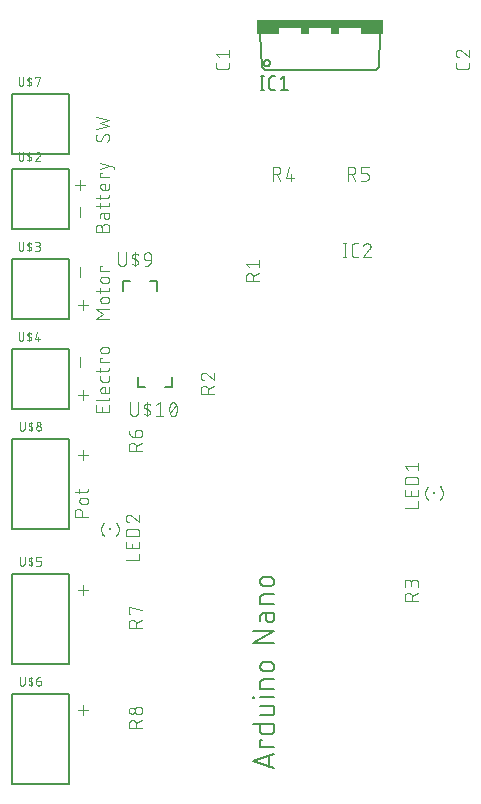
<source format=gbr>
G04 EAGLE Gerber X2 export*
%TF.Part,Single*%
%TF.FileFunction,Legend,Top,1*%
%TF.FilePolarity,Positive*%
%TF.GenerationSoftware,Autodesk,EAGLE,9.1.1*%
%TF.CreationDate,2018-08-04T18:42:35Z*%
G75*
%MOMM*%
%FSLAX34Y34*%
%LPD*%
%AMOC8*
5,1,8,0,0,1.08239X$1,22.5*%
G01*
%ADD10C,0.101600*%
%ADD11C,0.127000*%
%ADD12R,10.668000X0.762000*%
%ADD13R,1.905000X0.508000*%
%ADD14R,0.762000X0.508000*%
%ADD15R,0.200000X0.200000*%
%ADD16R,0.250000X0.150000*%
%ADD17C,0.152400*%
%ADD18C,0.076200*%


D10*
X94601Y594868D02*
X94601Y598114D01*
X94600Y598114D02*
X94602Y598227D01*
X94608Y598340D01*
X94618Y598453D01*
X94632Y598566D01*
X94649Y598678D01*
X94671Y598789D01*
X94696Y598899D01*
X94726Y599009D01*
X94759Y599117D01*
X94796Y599224D01*
X94836Y599330D01*
X94881Y599434D01*
X94929Y599537D01*
X94980Y599638D01*
X95035Y599737D01*
X95093Y599834D01*
X95155Y599929D01*
X95220Y600022D01*
X95288Y600112D01*
X95359Y600200D01*
X95434Y600286D01*
X95511Y600369D01*
X95591Y600449D01*
X95674Y600526D01*
X95760Y600601D01*
X95848Y600672D01*
X95938Y600740D01*
X96031Y600805D01*
X96126Y600867D01*
X96223Y600925D01*
X96322Y600980D01*
X96423Y601031D01*
X96526Y601079D01*
X96630Y601124D01*
X96736Y601164D01*
X96843Y601201D01*
X96951Y601234D01*
X97061Y601264D01*
X97171Y601289D01*
X97282Y601311D01*
X97394Y601328D01*
X97507Y601342D01*
X97620Y601352D01*
X97733Y601358D01*
X97846Y601360D01*
X97959Y601358D01*
X98072Y601352D01*
X98185Y601342D01*
X98298Y601328D01*
X98410Y601311D01*
X98521Y601289D01*
X98631Y601264D01*
X98741Y601234D01*
X98849Y601201D01*
X98956Y601164D01*
X99062Y601124D01*
X99166Y601079D01*
X99269Y601031D01*
X99370Y600980D01*
X99469Y600925D01*
X99566Y600867D01*
X99661Y600805D01*
X99754Y600740D01*
X99844Y600672D01*
X99932Y600601D01*
X100018Y600526D01*
X100101Y600449D01*
X100181Y600369D01*
X100258Y600286D01*
X100333Y600200D01*
X100404Y600112D01*
X100472Y600022D01*
X100537Y599929D01*
X100599Y599834D01*
X100657Y599737D01*
X100712Y599638D01*
X100763Y599537D01*
X100811Y599434D01*
X100856Y599330D01*
X100896Y599224D01*
X100933Y599117D01*
X100966Y599009D01*
X100996Y598899D01*
X101021Y598789D01*
X101043Y598678D01*
X101060Y598566D01*
X101074Y598453D01*
X101084Y598340D01*
X101090Y598227D01*
X101092Y598114D01*
X101092Y594868D01*
X89408Y594868D01*
X89408Y598114D01*
X89410Y598215D01*
X89416Y598315D01*
X89426Y598415D01*
X89439Y598515D01*
X89457Y598614D01*
X89478Y598713D01*
X89503Y598810D01*
X89532Y598907D01*
X89565Y599002D01*
X89601Y599096D01*
X89641Y599188D01*
X89684Y599279D01*
X89731Y599368D01*
X89781Y599455D01*
X89835Y599541D01*
X89892Y599624D01*
X89952Y599704D01*
X90015Y599783D01*
X90082Y599859D01*
X90151Y599932D01*
X90223Y600002D01*
X90297Y600070D01*
X90374Y600135D01*
X90454Y600196D01*
X90536Y600255D01*
X90620Y600310D01*
X90706Y600362D01*
X90794Y600411D01*
X90884Y600456D01*
X90976Y600498D01*
X91069Y600536D01*
X91164Y600570D01*
X91259Y600601D01*
X91356Y600628D01*
X91454Y600651D01*
X91553Y600671D01*
X91653Y600686D01*
X91753Y600698D01*
X91853Y600706D01*
X91954Y600710D01*
X92054Y600710D01*
X92155Y600706D01*
X92255Y600698D01*
X92355Y600686D01*
X92455Y600671D01*
X92554Y600651D01*
X92652Y600628D01*
X92749Y600601D01*
X92844Y600570D01*
X92939Y600536D01*
X93032Y600498D01*
X93124Y600456D01*
X93214Y600411D01*
X93302Y600362D01*
X93388Y600310D01*
X93472Y600255D01*
X93554Y600196D01*
X93634Y600135D01*
X93711Y600070D01*
X93785Y600002D01*
X93857Y599932D01*
X93926Y599859D01*
X93993Y599783D01*
X94056Y599704D01*
X94116Y599624D01*
X94173Y599541D01*
X94227Y599455D01*
X94277Y599368D01*
X94324Y599279D01*
X94367Y599188D01*
X94407Y599096D01*
X94443Y599002D01*
X94476Y598907D01*
X94505Y598810D01*
X94530Y598713D01*
X94551Y598614D01*
X94569Y598515D01*
X94582Y598415D01*
X94592Y598315D01*
X94598Y598215D01*
X94600Y598114D01*
X96548Y607848D02*
X96548Y610769D01*
X96548Y607848D02*
X96550Y607754D01*
X96556Y607660D01*
X96565Y607567D01*
X96579Y607474D01*
X96596Y607382D01*
X96618Y607290D01*
X96642Y607200D01*
X96671Y607110D01*
X96703Y607022D01*
X96739Y606935D01*
X96779Y606850D01*
X96822Y606767D01*
X96868Y606685D01*
X96918Y606605D01*
X96971Y606528D01*
X97027Y606453D01*
X97086Y606380D01*
X97148Y606309D01*
X97213Y606241D01*
X97281Y606176D01*
X97352Y606114D01*
X97425Y606055D01*
X97500Y605999D01*
X97577Y605946D01*
X97657Y605896D01*
X97739Y605850D01*
X97822Y605807D01*
X97907Y605767D01*
X97994Y605731D01*
X98082Y605699D01*
X98172Y605670D01*
X98262Y605646D01*
X98354Y605624D01*
X98446Y605607D01*
X98539Y605593D01*
X98632Y605584D01*
X98726Y605578D01*
X98820Y605576D01*
X98914Y605578D01*
X99008Y605584D01*
X99101Y605593D01*
X99194Y605607D01*
X99286Y605624D01*
X99378Y605646D01*
X99468Y605670D01*
X99558Y605699D01*
X99646Y605731D01*
X99733Y605767D01*
X99818Y605807D01*
X99901Y605850D01*
X99983Y605896D01*
X100063Y605946D01*
X100140Y605999D01*
X100215Y606055D01*
X100288Y606114D01*
X100359Y606176D01*
X100427Y606241D01*
X100492Y606309D01*
X100554Y606380D01*
X100613Y606453D01*
X100669Y606528D01*
X100722Y606605D01*
X100772Y606685D01*
X100818Y606767D01*
X100861Y606850D01*
X100901Y606935D01*
X100937Y607022D01*
X100969Y607110D01*
X100998Y607200D01*
X101022Y607290D01*
X101044Y607382D01*
X101061Y607474D01*
X101075Y607567D01*
X101084Y607660D01*
X101090Y607754D01*
X101092Y607848D01*
X101092Y610769D01*
X95250Y610769D01*
X95250Y610768D02*
X95163Y610766D01*
X95075Y610760D01*
X94989Y610750D01*
X94902Y610737D01*
X94817Y610719D01*
X94732Y610698D01*
X94648Y610673D01*
X94566Y610644D01*
X94485Y610611D01*
X94405Y610575D01*
X94327Y610536D01*
X94251Y610492D01*
X94177Y610446D01*
X94106Y610396D01*
X94036Y610343D01*
X93969Y610287D01*
X93905Y610228D01*
X93843Y610166D01*
X93784Y610102D01*
X93728Y610035D01*
X93675Y609965D01*
X93625Y609894D01*
X93579Y609820D01*
X93535Y609744D01*
X93496Y609666D01*
X93460Y609586D01*
X93427Y609505D01*
X93398Y609423D01*
X93373Y609339D01*
X93352Y609254D01*
X93334Y609169D01*
X93321Y609082D01*
X93311Y608996D01*
X93305Y608908D01*
X93303Y608821D01*
X93303Y606225D01*
X93303Y614954D02*
X93303Y618849D01*
X89408Y616253D02*
X99145Y616253D01*
X99232Y616255D01*
X99320Y616261D01*
X99406Y616271D01*
X99493Y616284D01*
X99578Y616302D01*
X99663Y616323D01*
X99747Y616348D01*
X99829Y616377D01*
X99910Y616410D01*
X99990Y616446D01*
X100068Y616485D01*
X100144Y616529D01*
X100218Y616575D01*
X100289Y616625D01*
X100359Y616678D01*
X100426Y616734D01*
X100490Y616793D01*
X100552Y616855D01*
X100611Y616919D01*
X100667Y616986D01*
X100720Y617056D01*
X100770Y617127D01*
X100816Y617201D01*
X100860Y617277D01*
X100899Y617355D01*
X100935Y617435D01*
X100968Y617516D01*
X100997Y617598D01*
X101022Y617682D01*
X101043Y617767D01*
X101061Y617852D01*
X101074Y617939D01*
X101084Y618025D01*
X101090Y618113D01*
X101092Y618200D01*
X101092Y618849D01*
X93303Y622193D02*
X93303Y626088D01*
X89408Y623492D02*
X99145Y623492D01*
X99232Y623494D01*
X99320Y623500D01*
X99406Y623510D01*
X99493Y623523D01*
X99578Y623541D01*
X99663Y623562D01*
X99747Y623587D01*
X99829Y623616D01*
X99910Y623649D01*
X99990Y623685D01*
X100068Y623724D01*
X100144Y623768D01*
X100218Y623814D01*
X100289Y623864D01*
X100359Y623917D01*
X100426Y623973D01*
X100490Y624032D01*
X100552Y624094D01*
X100611Y624158D01*
X100667Y624225D01*
X100720Y624295D01*
X100770Y624366D01*
X100816Y624440D01*
X100860Y624516D01*
X100899Y624594D01*
X100935Y624674D01*
X100968Y624755D01*
X100997Y624837D01*
X101022Y624921D01*
X101043Y625006D01*
X101061Y625091D01*
X101074Y625178D01*
X101084Y625264D01*
X101090Y625352D01*
X101092Y625439D01*
X101092Y626088D01*
X101092Y632347D02*
X101092Y635593D01*
X101092Y632347D02*
X101090Y632260D01*
X101084Y632172D01*
X101074Y632086D01*
X101061Y631999D01*
X101043Y631914D01*
X101022Y631829D01*
X100997Y631745D01*
X100968Y631663D01*
X100935Y631582D01*
X100899Y631502D01*
X100860Y631424D01*
X100816Y631348D01*
X100770Y631274D01*
X100720Y631203D01*
X100667Y631133D01*
X100611Y631066D01*
X100552Y631002D01*
X100490Y630940D01*
X100426Y630881D01*
X100359Y630825D01*
X100289Y630772D01*
X100218Y630722D01*
X100144Y630676D01*
X100068Y630632D01*
X99990Y630593D01*
X99910Y630557D01*
X99829Y630524D01*
X99747Y630495D01*
X99663Y630470D01*
X99578Y630449D01*
X99493Y630431D01*
X99406Y630418D01*
X99320Y630408D01*
X99232Y630402D01*
X99145Y630400D01*
X95899Y630400D01*
X95798Y630402D01*
X95698Y630408D01*
X95598Y630418D01*
X95498Y630431D01*
X95399Y630449D01*
X95300Y630470D01*
X95203Y630495D01*
X95106Y630524D01*
X95011Y630557D01*
X94917Y630593D01*
X94825Y630633D01*
X94734Y630676D01*
X94645Y630723D01*
X94558Y630773D01*
X94472Y630827D01*
X94389Y630884D01*
X94309Y630944D01*
X94230Y631007D01*
X94154Y631074D01*
X94081Y631143D01*
X94011Y631215D01*
X93943Y631289D01*
X93878Y631366D01*
X93817Y631446D01*
X93758Y631528D01*
X93703Y631612D01*
X93651Y631698D01*
X93602Y631786D01*
X93557Y631876D01*
X93515Y631968D01*
X93477Y632061D01*
X93443Y632156D01*
X93412Y632251D01*
X93385Y632348D01*
X93362Y632446D01*
X93342Y632545D01*
X93327Y632645D01*
X93315Y632745D01*
X93307Y632845D01*
X93303Y632946D01*
X93303Y633046D01*
X93307Y633147D01*
X93315Y633247D01*
X93327Y633347D01*
X93342Y633447D01*
X93362Y633546D01*
X93385Y633644D01*
X93412Y633741D01*
X93443Y633836D01*
X93477Y633931D01*
X93515Y634024D01*
X93557Y634116D01*
X93602Y634206D01*
X93651Y634294D01*
X93703Y634380D01*
X93758Y634464D01*
X93817Y634546D01*
X93878Y634626D01*
X93943Y634703D01*
X94011Y634777D01*
X94081Y634849D01*
X94154Y634918D01*
X94230Y634985D01*
X94309Y635048D01*
X94389Y635108D01*
X94472Y635165D01*
X94558Y635219D01*
X94645Y635269D01*
X94734Y635316D01*
X94825Y635359D01*
X94917Y635399D01*
X95011Y635435D01*
X95106Y635468D01*
X95203Y635497D01*
X95300Y635522D01*
X95399Y635543D01*
X95498Y635561D01*
X95598Y635574D01*
X95698Y635584D01*
X95798Y635590D01*
X95899Y635592D01*
X95899Y635593D02*
X97197Y635593D01*
X97197Y630400D01*
X101092Y640753D02*
X93303Y640753D01*
X93303Y644648D01*
X94601Y644648D01*
X104987Y647926D02*
X104987Y649224D01*
X93303Y653119D01*
X93303Y647926D02*
X101092Y650522D01*
X76228Y638217D02*
X76228Y630428D01*
X72334Y634323D02*
X80123Y634323D01*
X76228Y615357D02*
X76228Y607568D01*
X101092Y674963D02*
X101090Y675062D01*
X101084Y675162D01*
X101075Y675261D01*
X101062Y675359D01*
X101045Y675457D01*
X101024Y675555D01*
X100999Y675651D01*
X100971Y675746D01*
X100939Y675840D01*
X100904Y675933D01*
X100865Y676025D01*
X100822Y676115D01*
X100777Y676203D01*
X100727Y676290D01*
X100675Y676374D01*
X100619Y676457D01*
X100561Y676537D01*
X100499Y676615D01*
X100434Y676690D01*
X100366Y676763D01*
X100296Y676833D01*
X100223Y676901D01*
X100148Y676966D01*
X100070Y677028D01*
X99990Y677086D01*
X99907Y677142D01*
X99823Y677194D01*
X99736Y677244D01*
X99648Y677289D01*
X99558Y677332D01*
X99466Y677371D01*
X99373Y677406D01*
X99279Y677438D01*
X99184Y677466D01*
X99088Y677491D01*
X98990Y677512D01*
X98892Y677529D01*
X98794Y677542D01*
X98695Y677551D01*
X98595Y677557D01*
X98496Y677559D01*
X101092Y674963D02*
X101090Y674819D01*
X101084Y674674D01*
X101075Y674530D01*
X101062Y674387D01*
X101045Y674243D01*
X101024Y674100D01*
X100999Y673958D01*
X100971Y673817D01*
X100939Y673676D01*
X100903Y673536D01*
X100864Y673397D01*
X100821Y673259D01*
X100774Y673123D01*
X100724Y672987D01*
X100670Y672853D01*
X100613Y672721D01*
X100552Y672590D01*
X100488Y672461D01*
X100420Y672333D01*
X100350Y672207D01*
X100275Y672083D01*
X100198Y671962D01*
X100117Y671842D01*
X100034Y671724D01*
X99947Y671609D01*
X99857Y671496D01*
X99764Y671385D01*
X99669Y671277D01*
X99570Y671171D01*
X99469Y671068D01*
X92004Y671393D02*
X91905Y671395D01*
X91805Y671401D01*
X91706Y671410D01*
X91608Y671423D01*
X91510Y671440D01*
X91412Y671461D01*
X91316Y671486D01*
X91221Y671514D01*
X91127Y671546D01*
X91034Y671581D01*
X90942Y671620D01*
X90852Y671663D01*
X90764Y671708D01*
X90677Y671758D01*
X90593Y671810D01*
X90510Y671866D01*
X90430Y671924D01*
X90352Y671986D01*
X90277Y672051D01*
X90204Y672119D01*
X90134Y672189D01*
X90066Y672262D01*
X90001Y672337D01*
X89939Y672415D01*
X89881Y672495D01*
X89825Y672578D01*
X89773Y672662D01*
X89723Y672749D01*
X89678Y672837D01*
X89635Y672927D01*
X89596Y673019D01*
X89561Y673112D01*
X89529Y673206D01*
X89501Y673301D01*
X89476Y673397D01*
X89455Y673495D01*
X89438Y673593D01*
X89425Y673691D01*
X89416Y673790D01*
X89410Y673890D01*
X89408Y673989D01*
X89410Y674125D01*
X89416Y674261D01*
X89425Y674397D01*
X89438Y674533D01*
X89456Y674668D01*
X89476Y674802D01*
X89501Y674936D01*
X89529Y675070D01*
X89562Y675202D01*
X89597Y675333D01*
X89637Y675464D01*
X89680Y675593D01*
X89726Y675721D01*
X89777Y675847D01*
X89830Y675973D01*
X89888Y676096D01*
X89948Y676218D01*
X90012Y676338D01*
X90080Y676457D01*
X90150Y676573D01*
X90224Y676687D01*
X90301Y676800D01*
X90382Y676910D01*
X94276Y672691D02*
X94223Y672605D01*
X94166Y672521D01*
X94107Y672439D01*
X94044Y672359D01*
X93978Y672282D01*
X93910Y672207D01*
X93838Y672135D01*
X93764Y672066D01*
X93687Y672000D01*
X93608Y671937D01*
X93526Y671877D01*
X93442Y671820D01*
X93356Y671766D01*
X93268Y671716D01*
X93178Y671669D01*
X93087Y671625D01*
X92993Y671586D01*
X92899Y671549D01*
X92803Y671517D01*
X92705Y671488D01*
X92607Y671463D01*
X92508Y671442D01*
X92408Y671424D01*
X92308Y671411D01*
X92207Y671401D01*
X92105Y671395D01*
X92004Y671393D01*
X96224Y676261D02*
X96277Y676347D01*
X96334Y676431D01*
X96393Y676513D01*
X96456Y676593D01*
X96522Y676670D01*
X96590Y676745D01*
X96662Y676817D01*
X96736Y676886D01*
X96813Y676952D01*
X96892Y677015D01*
X96974Y677075D01*
X97058Y677132D01*
X97144Y677186D01*
X97232Y677236D01*
X97322Y677283D01*
X97413Y677327D01*
X97507Y677366D01*
X97601Y677403D01*
X97697Y677435D01*
X97795Y677464D01*
X97893Y677489D01*
X97992Y677510D01*
X98092Y677528D01*
X98192Y677541D01*
X98293Y677551D01*
X98395Y677557D01*
X98496Y677559D01*
X96224Y676261D02*
X94276Y672691D01*
X89408Y681694D02*
X101092Y684290D01*
X93303Y686887D01*
X101092Y689483D01*
X89408Y692079D01*
X98496Y677559D02*
X98595Y677557D01*
X98695Y677551D01*
X98794Y677542D01*
X98892Y677529D01*
X98990Y677512D01*
X99088Y677491D01*
X99184Y677466D01*
X99279Y677438D01*
X99373Y677406D01*
X99466Y677371D01*
X99558Y677332D01*
X99648Y677289D01*
X99736Y677244D01*
X99823Y677194D01*
X99907Y677142D01*
X99990Y677086D01*
X100070Y677028D01*
X100148Y676966D01*
X100223Y676901D01*
X100296Y676833D01*
X100366Y676763D01*
X100434Y676690D01*
X100499Y676615D01*
X100561Y676537D01*
X100619Y676457D01*
X100675Y676374D01*
X100727Y676290D01*
X100777Y676203D01*
X100822Y676115D01*
X100865Y676025D01*
X100904Y675933D01*
X100939Y675840D01*
X100971Y675746D01*
X100999Y675651D01*
X101024Y675555D01*
X101045Y675457D01*
X101062Y675359D01*
X101075Y675261D01*
X101084Y675162D01*
X101090Y675062D01*
X101092Y674963D01*
X101090Y674819D01*
X101084Y674674D01*
X101075Y674530D01*
X101062Y674387D01*
X101045Y674243D01*
X101024Y674100D01*
X100999Y673958D01*
X100971Y673817D01*
X100939Y673676D01*
X100903Y673536D01*
X100864Y673397D01*
X100821Y673259D01*
X100774Y673123D01*
X100724Y672987D01*
X100670Y672853D01*
X100613Y672721D01*
X100552Y672590D01*
X100488Y672461D01*
X100420Y672333D01*
X100350Y672207D01*
X100275Y672083D01*
X100198Y671962D01*
X100117Y671842D01*
X100034Y671724D01*
X99947Y671609D01*
X99857Y671496D01*
X99764Y671385D01*
X99669Y671277D01*
X99570Y671171D01*
X99469Y671068D01*
X92004Y671393D02*
X91905Y671395D01*
X91805Y671401D01*
X91706Y671410D01*
X91608Y671423D01*
X91510Y671440D01*
X91412Y671461D01*
X91316Y671486D01*
X91221Y671514D01*
X91127Y671546D01*
X91034Y671581D01*
X90942Y671620D01*
X90852Y671663D01*
X90764Y671708D01*
X90677Y671758D01*
X90593Y671810D01*
X90510Y671866D01*
X90430Y671924D01*
X90352Y671986D01*
X90277Y672051D01*
X90204Y672119D01*
X90134Y672189D01*
X90066Y672262D01*
X90001Y672337D01*
X89939Y672415D01*
X89881Y672495D01*
X89825Y672578D01*
X89773Y672662D01*
X89723Y672749D01*
X89678Y672837D01*
X89635Y672927D01*
X89596Y673019D01*
X89561Y673112D01*
X89529Y673206D01*
X89501Y673301D01*
X89476Y673397D01*
X89455Y673495D01*
X89438Y673593D01*
X89425Y673691D01*
X89416Y673790D01*
X89410Y673890D01*
X89408Y673989D01*
X89410Y674125D01*
X89416Y674261D01*
X89425Y674397D01*
X89438Y674533D01*
X89456Y674668D01*
X89476Y674802D01*
X89501Y674936D01*
X89529Y675070D01*
X89562Y675202D01*
X89597Y675333D01*
X89637Y675464D01*
X89680Y675593D01*
X89726Y675721D01*
X89777Y675847D01*
X89830Y675973D01*
X89888Y676096D01*
X89948Y676218D01*
X90012Y676338D01*
X90080Y676457D01*
X90150Y676573D01*
X90224Y676687D01*
X90301Y676800D01*
X90382Y676910D01*
X94276Y672691D02*
X94223Y672605D01*
X94166Y672521D01*
X94107Y672439D01*
X94044Y672359D01*
X93978Y672282D01*
X93910Y672207D01*
X93838Y672135D01*
X93764Y672066D01*
X93687Y672000D01*
X93608Y671937D01*
X93526Y671877D01*
X93442Y671820D01*
X93356Y671766D01*
X93268Y671716D01*
X93178Y671669D01*
X93087Y671625D01*
X92993Y671586D01*
X92899Y671549D01*
X92803Y671517D01*
X92705Y671488D01*
X92607Y671463D01*
X92508Y671442D01*
X92408Y671424D01*
X92308Y671411D01*
X92207Y671401D01*
X92105Y671395D01*
X92004Y671393D01*
X96224Y676261D02*
X96277Y676347D01*
X96334Y676431D01*
X96393Y676513D01*
X96456Y676593D01*
X96522Y676670D01*
X96590Y676745D01*
X96662Y676817D01*
X96736Y676886D01*
X96813Y676952D01*
X96892Y677015D01*
X96974Y677075D01*
X97058Y677132D01*
X97144Y677186D01*
X97232Y677236D01*
X97322Y677283D01*
X97413Y677327D01*
X97507Y677366D01*
X97601Y677403D01*
X97697Y677435D01*
X97795Y677464D01*
X97893Y677489D01*
X97992Y677510D01*
X98092Y677528D01*
X98192Y677541D01*
X98293Y677551D01*
X98395Y677557D01*
X98496Y677559D01*
X96224Y676261D02*
X94276Y672691D01*
X89408Y681694D02*
X101092Y684290D01*
X93303Y686887D01*
X101092Y689483D01*
X89408Y692079D01*
X89408Y521208D02*
X101092Y521208D01*
X95899Y525103D02*
X89408Y521208D01*
X95899Y525103D02*
X89408Y528997D01*
X101092Y528997D01*
X98496Y534317D02*
X95899Y534317D01*
X95899Y534318D02*
X95798Y534320D01*
X95698Y534326D01*
X95598Y534336D01*
X95498Y534349D01*
X95399Y534367D01*
X95300Y534388D01*
X95203Y534413D01*
X95106Y534442D01*
X95011Y534475D01*
X94917Y534511D01*
X94825Y534551D01*
X94734Y534594D01*
X94645Y534641D01*
X94558Y534691D01*
X94472Y534745D01*
X94389Y534802D01*
X94309Y534862D01*
X94230Y534925D01*
X94154Y534992D01*
X94081Y535061D01*
X94011Y535133D01*
X93943Y535207D01*
X93878Y535284D01*
X93817Y535364D01*
X93758Y535446D01*
X93703Y535530D01*
X93651Y535616D01*
X93602Y535704D01*
X93557Y535794D01*
X93515Y535886D01*
X93477Y535979D01*
X93443Y536074D01*
X93412Y536169D01*
X93385Y536266D01*
X93362Y536364D01*
X93342Y536463D01*
X93327Y536563D01*
X93315Y536663D01*
X93307Y536763D01*
X93303Y536864D01*
X93303Y536964D01*
X93307Y537065D01*
X93315Y537165D01*
X93327Y537265D01*
X93342Y537365D01*
X93362Y537464D01*
X93385Y537562D01*
X93412Y537659D01*
X93443Y537754D01*
X93477Y537849D01*
X93515Y537942D01*
X93557Y538034D01*
X93602Y538124D01*
X93651Y538212D01*
X93703Y538298D01*
X93758Y538382D01*
X93817Y538464D01*
X93878Y538544D01*
X93943Y538621D01*
X94011Y538695D01*
X94081Y538767D01*
X94154Y538836D01*
X94230Y538903D01*
X94309Y538966D01*
X94389Y539026D01*
X94472Y539083D01*
X94558Y539137D01*
X94645Y539187D01*
X94734Y539234D01*
X94825Y539277D01*
X94917Y539317D01*
X95011Y539353D01*
X95106Y539386D01*
X95203Y539415D01*
X95300Y539440D01*
X95399Y539461D01*
X95498Y539479D01*
X95598Y539492D01*
X95698Y539502D01*
X95798Y539508D01*
X95899Y539510D01*
X98496Y539510D01*
X98597Y539508D01*
X98697Y539502D01*
X98797Y539492D01*
X98897Y539479D01*
X98996Y539461D01*
X99095Y539440D01*
X99192Y539415D01*
X99289Y539386D01*
X99384Y539353D01*
X99478Y539317D01*
X99570Y539277D01*
X99661Y539234D01*
X99750Y539187D01*
X99837Y539137D01*
X99923Y539083D01*
X100006Y539026D01*
X100086Y538966D01*
X100165Y538903D01*
X100241Y538836D01*
X100314Y538767D01*
X100384Y538695D01*
X100452Y538621D01*
X100517Y538544D01*
X100578Y538464D01*
X100637Y538382D01*
X100692Y538298D01*
X100744Y538212D01*
X100793Y538124D01*
X100838Y538034D01*
X100880Y537942D01*
X100918Y537849D01*
X100952Y537754D01*
X100983Y537659D01*
X101010Y537562D01*
X101033Y537464D01*
X101053Y537365D01*
X101068Y537265D01*
X101080Y537165D01*
X101088Y537065D01*
X101092Y536964D01*
X101092Y536864D01*
X101088Y536763D01*
X101080Y536663D01*
X101068Y536563D01*
X101053Y536463D01*
X101033Y536364D01*
X101010Y536266D01*
X100983Y536169D01*
X100952Y536074D01*
X100918Y535979D01*
X100880Y535886D01*
X100838Y535794D01*
X100793Y535704D01*
X100744Y535616D01*
X100692Y535530D01*
X100637Y535446D01*
X100578Y535364D01*
X100517Y535284D01*
X100452Y535207D01*
X100384Y535133D01*
X100314Y535061D01*
X100241Y534992D01*
X100165Y534925D01*
X100086Y534862D01*
X100006Y534802D01*
X99923Y534745D01*
X99837Y534691D01*
X99750Y534641D01*
X99661Y534594D01*
X99570Y534551D01*
X99478Y534511D01*
X99384Y534475D01*
X99289Y534442D01*
X99192Y534413D01*
X99095Y534388D01*
X98996Y534367D01*
X98897Y534349D01*
X98797Y534336D01*
X98697Y534326D01*
X98597Y534320D01*
X98496Y534318D01*
X93303Y543256D02*
X93303Y547151D01*
X89408Y544554D02*
X99145Y544554D01*
X99232Y544556D01*
X99320Y544562D01*
X99406Y544572D01*
X99493Y544585D01*
X99578Y544603D01*
X99663Y544624D01*
X99747Y544649D01*
X99829Y544678D01*
X99910Y544711D01*
X99990Y544747D01*
X100068Y544786D01*
X100144Y544830D01*
X100218Y544876D01*
X100289Y544926D01*
X100359Y544979D01*
X100426Y545035D01*
X100490Y545094D01*
X100552Y545156D01*
X100611Y545220D01*
X100667Y545287D01*
X100720Y545357D01*
X100770Y545428D01*
X100816Y545502D01*
X100860Y545578D01*
X100899Y545656D01*
X100935Y545736D01*
X100968Y545817D01*
X100997Y545899D01*
X101022Y545983D01*
X101043Y546068D01*
X101061Y546153D01*
X101074Y546240D01*
X101084Y546326D01*
X101090Y546414D01*
X101092Y546501D01*
X101092Y547151D01*
X98496Y551462D02*
X95899Y551462D01*
X95899Y551463D02*
X95798Y551465D01*
X95698Y551471D01*
X95598Y551481D01*
X95498Y551494D01*
X95399Y551512D01*
X95300Y551533D01*
X95203Y551558D01*
X95106Y551587D01*
X95011Y551620D01*
X94917Y551656D01*
X94825Y551696D01*
X94734Y551739D01*
X94645Y551786D01*
X94558Y551836D01*
X94472Y551890D01*
X94389Y551947D01*
X94309Y552007D01*
X94230Y552070D01*
X94154Y552137D01*
X94081Y552206D01*
X94011Y552278D01*
X93943Y552352D01*
X93878Y552429D01*
X93817Y552509D01*
X93758Y552591D01*
X93703Y552675D01*
X93651Y552761D01*
X93602Y552849D01*
X93557Y552939D01*
X93515Y553031D01*
X93477Y553124D01*
X93443Y553219D01*
X93412Y553314D01*
X93385Y553411D01*
X93362Y553509D01*
X93342Y553608D01*
X93327Y553708D01*
X93315Y553808D01*
X93307Y553908D01*
X93303Y554009D01*
X93303Y554109D01*
X93307Y554210D01*
X93315Y554310D01*
X93327Y554410D01*
X93342Y554510D01*
X93362Y554609D01*
X93385Y554707D01*
X93412Y554804D01*
X93443Y554899D01*
X93477Y554994D01*
X93515Y555087D01*
X93557Y555179D01*
X93602Y555269D01*
X93651Y555357D01*
X93703Y555443D01*
X93758Y555527D01*
X93817Y555609D01*
X93878Y555689D01*
X93943Y555766D01*
X94011Y555840D01*
X94081Y555912D01*
X94154Y555981D01*
X94230Y556048D01*
X94309Y556111D01*
X94389Y556171D01*
X94472Y556228D01*
X94558Y556282D01*
X94645Y556332D01*
X94734Y556379D01*
X94825Y556422D01*
X94917Y556462D01*
X95011Y556498D01*
X95106Y556531D01*
X95203Y556560D01*
X95300Y556585D01*
X95399Y556606D01*
X95498Y556624D01*
X95598Y556637D01*
X95698Y556647D01*
X95798Y556653D01*
X95899Y556655D01*
X98496Y556655D01*
X98597Y556653D01*
X98697Y556647D01*
X98797Y556637D01*
X98897Y556624D01*
X98996Y556606D01*
X99095Y556585D01*
X99192Y556560D01*
X99289Y556531D01*
X99384Y556498D01*
X99478Y556462D01*
X99570Y556422D01*
X99661Y556379D01*
X99750Y556332D01*
X99837Y556282D01*
X99923Y556228D01*
X100006Y556171D01*
X100086Y556111D01*
X100165Y556048D01*
X100241Y555981D01*
X100314Y555912D01*
X100384Y555840D01*
X100452Y555766D01*
X100517Y555689D01*
X100578Y555609D01*
X100637Y555527D01*
X100692Y555443D01*
X100744Y555357D01*
X100793Y555269D01*
X100838Y555179D01*
X100880Y555087D01*
X100918Y554994D01*
X100952Y554899D01*
X100983Y554804D01*
X101010Y554707D01*
X101033Y554609D01*
X101053Y554510D01*
X101068Y554410D01*
X101080Y554310D01*
X101088Y554210D01*
X101092Y554109D01*
X101092Y554009D01*
X101088Y553908D01*
X101080Y553808D01*
X101068Y553708D01*
X101053Y553608D01*
X101033Y553509D01*
X101010Y553411D01*
X100983Y553314D01*
X100952Y553219D01*
X100918Y553124D01*
X100880Y553031D01*
X100838Y552939D01*
X100793Y552849D01*
X100744Y552761D01*
X100692Y552675D01*
X100637Y552591D01*
X100578Y552509D01*
X100517Y552429D01*
X100452Y552352D01*
X100384Y552278D01*
X100314Y552206D01*
X100241Y552137D01*
X100165Y552070D01*
X100086Y552007D01*
X100006Y551947D01*
X99923Y551890D01*
X99837Y551836D01*
X99750Y551786D01*
X99661Y551739D01*
X99570Y551696D01*
X99478Y551656D01*
X99384Y551620D01*
X99289Y551587D01*
X99192Y551558D01*
X99095Y551533D01*
X98996Y551512D01*
X98897Y551494D01*
X98797Y551481D01*
X98697Y551471D01*
X98597Y551465D01*
X98496Y551463D01*
X101092Y561816D02*
X93303Y561816D01*
X93303Y565710D01*
X94601Y565710D01*
X101092Y447661D02*
X101092Y442468D01*
X89408Y442468D01*
X89408Y447661D01*
X94601Y446363D02*
X94601Y442468D01*
X99145Y452007D02*
X89408Y452007D01*
X99145Y452007D02*
X99232Y452009D01*
X99320Y452015D01*
X99406Y452025D01*
X99493Y452038D01*
X99578Y452056D01*
X99663Y452077D01*
X99747Y452102D01*
X99829Y452131D01*
X99910Y452164D01*
X99990Y452200D01*
X100068Y452239D01*
X100144Y452283D01*
X100218Y452329D01*
X100289Y452379D01*
X100359Y452432D01*
X100426Y452488D01*
X100490Y452547D01*
X100552Y452609D01*
X100611Y452673D01*
X100667Y452740D01*
X100720Y452810D01*
X100770Y452881D01*
X100816Y452955D01*
X100860Y453031D01*
X100899Y453109D01*
X100935Y453189D01*
X100968Y453270D01*
X100997Y453352D01*
X101022Y453436D01*
X101043Y453521D01*
X101061Y453606D01*
X101074Y453693D01*
X101084Y453779D01*
X101090Y453867D01*
X101092Y453954D01*
X101092Y459901D02*
X101092Y463146D01*
X101092Y459901D02*
X101090Y459814D01*
X101084Y459726D01*
X101074Y459640D01*
X101061Y459553D01*
X101043Y459468D01*
X101022Y459383D01*
X100997Y459299D01*
X100968Y459217D01*
X100935Y459136D01*
X100899Y459056D01*
X100860Y458978D01*
X100816Y458902D01*
X100770Y458828D01*
X100720Y458757D01*
X100667Y458687D01*
X100611Y458620D01*
X100552Y458556D01*
X100490Y458494D01*
X100426Y458435D01*
X100359Y458379D01*
X100289Y458326D01*
X100218Y458276D01*
X100144Y458230D01*
X100068Y458186D01*
X99990Y458147D01*
X99910Y458111D01*
X99829Y458078D01*
X99747Y458049D01*
X99663Y458024D01*
X99578Y458003D01*
X99493Y457985D01*
X99406Y457972D01*
X99320Y457962D01*
X99232Y457956D01*
X99145Y457954D01*
X95899Y457954D01*
X95798Y457956D01*
X95698Y457962D01*
X95598Y457972D01*
X95498Y457985D01*
X95399Y458003D01*
X95300Y458024D01*
X95203Y458049D01*
X95106Y458078D01*
X95011Y458111D01*
X94917Y458147D01*
X94825Y458187D01*
X94734Y458230D01*
X94645Y458277D01*
X94558Y458327D01*
X94472Y458381D01*
X94389Y458438D01*
X94309Y458498D01*
X94230Y458561D01*
X94154Y458628D01*
X94081Y458697D01*
X94011Y458769D01*
X93943Y458843D01*
X93878Y458920D01*
X93817Y459000D01*
X93758Y459082D01*
X93703Y459166D01*
X93651Y459252D01*
X93602Y459340D01*
X93557Y459430D01*
X93515Y459522D01*
X93477Y459615D01*
X93443Y459710D01*
X93412Y459805D01*
X93385Y459902D01*
X93362Y460000D01*
X93342Y460099D01*
X93327Y460199D01*
X93315Y460299D01*
X93307Y460399D01*
X93303Y460500D01*
X93303Y460600D01*
X93307Y460701D01*
X93315Y460801D01*
X93327Y460901D01*
X93342Y461001D01*
X93362Y461100D01*
X93385Y461198D01*
X93412Y461295D01*
X93443Y461390D01*
X93477Y461485D01*
X93515Y461578D01*
X93557Y461670D01*
X93602Y461760D01*
X93651Y461848D01*
X93703Y461934D01*
X93758Y462018D01*
X93817Y462100D01*
X93878Y462180D01*
X93943Y462257D01*
X94011Y462331D01*
X94081Y462403D01*
X94154Y462472D01*
X94230Y462539D01*
X94309Y462602D01*
X94389Y462662D01*
X94472Y462719D01*
X94558Y462773D01*
X94645Y462823D01*
X94734Y462870D01*
X94825Y462913D01*
X94917Y462953D01*
X95011Y462989D01*
X95106Y463022D01*
X95203Y463051D01*
X95300Y463076D01*
X95399Y463097D01*
X95498Y463115D01*
X95598Y463128D01*
X95698Y463138D01*
X95798Y463144D01*
X95899Y463146D01*
X97197Y463146D01*
X97197Y457954D01*
X101092Y469820D02*
X101092Y472417D01*
X101092Y469820D02*
X101090Y469733D01*
X101084Y469645D01*
X101074Y469559D01*
X101061Y469472D01*
X101043Y469387D01*
X101022Y469302D01*
X100997Y469218D01*
X100968Y469136D01*
X100935Y469055D01*
X100899Y468975D01*
X100860Y468897D01*
X100816Y468821D01*
X100770Y468747D01*
X100720Y468676D01*
X100667Y468606D01*
X100611Y468539D01*
X100552Y468475D01*
X100490Y468413D01*
X100426Y468354D01*
X100359Y468298D01*
X100289Y468245D01*
X100218Y468195D01*
X100144Y468149D01*
X100068Y468105D01*
X99990Y468066D01*
X99910Y468030D01*
X99829Y467997D01*
X99747Y467968D01*
X99663Y467943D01*
X99578Y467922D01*
X99493Y467904D01*
X99406Y467891D01*
X99320Y467881D01*
X99232Y467875D01*
X99145Y467873D01*
X95250Y467873D01*
X95163Y467875D01*
X95075Y467881D01*
X94989Y467891D01*
X94902Y467904D01*
X94817Y467922D01*
X94732Y467943D01*
X94648Y467968D01*
X94566Y467997D01*
X94485Y468030D01*
X94405Y468066D01*
X94327Y468105D01*
X94251Y468149D01*
X94177Y468195D01*
X94106Y468245D01*
X94036Y468298D01*
X93969Y468354D01*
X93905Y468413D01*
X93843Y468475D01*
X93784Y468539D01*
X93728Y468606D01*
X93675Y468676D01*
X93625Y468747D01*
X93579Y468821D01*
X93535Y468897D01*
X93496Y468975D01*
X93460Y469055D01*
X93427Y469136D01*
X93398Y469218D01*
X93373Y469302D01*
X93352Y469387D01*
X93334Y469472D01*
X93321Y469559D01*
X93311Y469645D01*
X93305Y469733D01*
X93303Y469820D01*
X93303Y472417D01*
X93303Y475655D02*
X93303Y479550D01*
X89408Y476953D02*
X99145Y476953D01*
X99145Y476954D02*
X99232Y476956D01*
X99320Y476962D01*
X99406Y476972D01*
X99493Y476985D01*
X99578Y477003D01*
X99663Y477024D01*
X99747Y477049D01*
X99829Y477078D01*
X99910Y477111D01*
X99990Y477147D01*
X100068Y477186D01*
X100144Y477230D01*
X100218Y477276D01*
X100289Y477326D01*
X100359Y477379D01*
X100426Y477435D01*
X100490Y477494D01*
X100552Y477556D01*
X100611Y477620D01*
X100667Y477687D01*
X100720Y477757D01*
X100770Y477828D01*
X100816Y477902D01*
X100860Y477978D01*
X100899Y478056D01*
X100935Y478136D01*
X100968Y478217D01*
X100997Y478299D01*
X101022Y478383D01*
X101043Y478468D01*
X101061Y478553D01*
X101074Y478640D01*
X101084Y478726D01*
X101090Y478814D01*
X101092Y478901D01*
X101092Y479550D01*
X101092Y484309D02*
X93303Y484309D01*
X93303Y488204D01*
X94601Y488204D01*
X95899Y491862D02*
X98496Y491862D01*
X95899Y491863D02*
X95798Y491865D01*
X95698Y491871D01*
X95598Y491881D01*
X95498Y491894D01*
X95399Y491912D01*
X95300Y491933D01*
X95203Y491958D01*
X95106Y491987D01*
X95011Y492020D01*
X94917Y492056D01*
X94825Y492096D01*
X94734Y492139D01*
X94645Y492186D01*
X94558Y492236D01*
X94472Y492290D01*
X94389Y492347D01*
X94309Y492407D01*
X94230Y492470D01*
X94154Y492537D01*
X94081Y492606D01*
X94011Y492678D01*
X93943Y492752D01*
X93878Y492829D01*
X93817Y492909D01*
X93758Y492991D01*
X93703Y493075D01*
X93651Y493161D01*
X93602Y493249D01*
X93557Y493339D01*
X93515Y493431D01*
X93477Y493524D01*
X93443Y493619D01*
X93412Y493714D01*
X93385Y493811D01*
X93362Y493909D01*
X93342Y494008D01*
X93327Y494108D01*
X93315Y494208D01*
X93307Y494308D01*
X93303Y494409D01*
X93303Y494509D01*
X93307Y494610D01*
X93315Y494710D01*
X93327Y494810D01*
X93342Y494910D01*
X93362Y495009D01*
X93385Y495107D01*
X93412Y495204D01*
X93443Y495299D01*
X93477Y495394D01*
X93515Y495487D01*
X93557Y495579D01*
X93602Y495669D01*
X93651Y495757D01*
X93703Y495843D01*
X93758Y495927D01*
X93817Y496009D01*
X93878Y496089D01*
X93943Y496166D01*
X94011Y496240D01*
X94081Y496312D01*
X94154Y496381D01*
X94230Y496448D01*
X94309Y496511D01*
X94389Y496571D01*
X94472Y496628D01*
X94558Y496682D01*
X94645Y496732D01*
X94734Y496779D01*
X94825Y496822D01*
X94917Y496862D01*
X95011Y496898D01*
X95106Y496931D01*
X95203Y496960D01*
X95300Y496985D01*
X95399Y497006D01*
X95498Y497024D01*
X95598Y497037D01*
X95698Y497047D01*
X95798Y497053D01*
X95899Y497055D01*
X98496Y497055D01*
X98597Y497053D01*
X98697Y497047D01*
X98797Y497037D01*
X98897Y497024D01*
X98996Y497006D01*
X99095Y496985D01*
X99192Y496960D01*
X99289Y496931D01*
X99384Y496898D01*
X99478Y496862D01*
X99570Y496822D01*
X99661Y496779D01*
X99750Y496732D01*
X99837Y496682D01*
X99923Y496628D01*
X100006Y496571D01*
X100086Y496511D01*
X100165Y496448D01*
X100241Y496381D01*
X100314Y496312D01*
X100384Y496240D01*
X100452Y496166D01*
X100517Y496089D01*
X100578Y496009D01*
X100637Y495927D01*
X100692Y495843D01*
X100744Y495757D01*
X100793Y495669D01*
X100838Y495579D01*
X100880Y495487D01*
X100918Y495394D01*
X100952Y495299D01*
X100983Y495204D01*
X101010Y495107D01*
X101033Y495009D01*
X101053Y494910D01*
X101068Y494810D01*
X101080Y494710D01*
X101088Y494610D01*
X101092Y494509D01*
X101092Y494409D01*
X101088Y494308D01*
X101080Y494208D01*
X101068Y494108D01*
X101053Y494008D01*
X101033Y493909D01*
X101010Y493811D01*
X100983Y493714D01*
X100952Y493619D01*
X100918Y493524D01*
X100880Y493431D01*
X100838Y493339D01*
X100793Y493249D01*
X100744Y493161D01*
X100692Y493075D01*
X100637Y492991D01*
X100578Y492909D01*
X100517Y492829D01*
X100452Y492752D01*
X100384Y492678D01*
X100314Y492606D01*
X100241Y492537D01*
X100165Y492470D01*
X100086Y492407D01*
X100006Y492347D01*
X99923Y492290D01*
X99837Y492236D01*
X99750Y492186D01*
X99661Y492139D01*
X99570Y492096D01*
X99478Y492056D01*
X99384Y492020D01*
X99289Y491987D01*
X99192Y491958D01*
X99095Y491933D01*
X98996Y491912D01*
X98897Y491894D01*
X98797Y491881D01*
X98697Y491871D01*
X98597Y491865D01*
X98496Y491863D01*
X78768Y528828D02*
X78768Y536617D01*
X74874Y532723D02*
X82663Y532723D01*
X78768Y460417D02*
X78768Y452628D01*
X74874Y456523D02*
X82663Y456523D01*
X76228Y556768D02*
X76228Y564557D01*
X76228Y488357D02*
X76228Y480568D01*
X78768Y409617D02*
X78768Y401828D01*
X74874Y405723D02*
X82663Y405723D01*
X78768Y295317D02*
X78768Y287528D01*
X74874Y291423D02*
X82663Y291423D01*
X78768Y193717D02*
X78768Y185928D01*
X74874Y189823D02*
X82663Y189823D01*
X83312Y353568D02*
X71628Y353568D01*
X71628Y356814D01*
X71630Y356927D01*
X71636Y357040D01*
X71646Y357153D01*
X71660Y357266D01*
X71677Y357378D01*
X71699Y357489D01*
X71724Y357599D01*
X71754Y357709D01*
X71787Y357817D01*
X71824Y357924D01*
X71864Y358030D01*
X71909Y358134D01*
X71957Y358237D01*
X72008Y358338D01*
X72063Y358437D01*
X72121Y358534D01*
X72183Y358629D01*
X72248Y358722D01*
X72316Y358812D01*
X72387Y358900D01*
X72462Y358986D01*
X72539Y359069D01*
X72619Y359149D01*
X72702Y359226D01*
X72788Y359301D01*
X72876Y359372D01*
X72966Y359440D01*
X73059Y359505D01*
X73154Y359567D01*
X73251Y359625D01*
X73350Y359680D01*
X73451Y359731D01*
X73554Y359779D01*
X73658Y359824D01*
X73764Y359864D01*
X73871Y359901D01*
X73979Y359934D01*
X74089Y359964D01*
X74199Y359989D01*
X74310Y360011D01*
X74422Y360028D01*
X74535Y360042D01*
X74648Y360052D01*
X74761Y360058D01*
X74874Y360060D01*
X74987Y360058D01*
X75100Y360052D01*
X75213Y360042D01*
X75326Y360028D01*
X75438Y360011D01*
X75549Y359989D01*
X75659Y359964D01*
X75769Y359934D01*
X75877Y359901D01*
X75984Y359864D01*
X76090Y359824D01*
X76194Y359779D01*
X76297Y359731D01*
X76398Y359680D01*
X76497Y359625D01*
X76594Y359567D01*
X76689Y359505D01*
X76782Y359440D01*
X76872Y359372D01*
X76960Y359301D01*
X77046Y359226D01*
X77129Y359149D01*
X77209Y359069D01*
X77286Y358986D01*
X77361Y358900D01*
X77432Y358812D01*
X77500Y358722D01*
X77565Y358629D01*
X77627Y358534D01*
X77685Y358437D01*
X77740Y358338D01*
X77791Y358237D01*
X77839Y358134D01*
X77884Y358030D01*
X77924Y357924D01*
X77961Y357817D01*
X77994Y357709D01*
X78024Y357599D01*
X78049Y357489D01*
X78071Y357378D01*
X78088Y357266D01*
X78102Y357153D01*
X78112Y357040D01*
X78118Y356927D01*
X78120Y356814D01*
X78119Y356814D02*
X78119Y353568D01*
X78119Y364335D02*
X80716Y364335D01*
X78119Y364335D02*
X78018Y364337D01*
X77918Y364343D01*
X77818Y364353D01*
X77718Y364366D01*
X77619Y364384D01*
X77520Y364405D01*
X77423Y364430D01*
X77326Y364459D01*
X77231Y364492D01*
X77137Y364528D01*
X77045Y364568D01*
X76954Y364611D01*
X76865Y364658D01*
X76778Y364708D01*
X76692Y364762D01*
X76609Y364819D01*
X76529Y364879D01*
X76450Y364942D01*
X76374Y365009D01*
X76301Y365078D01*
X76231Y365150D01*
X76163Y365224D01*
X76098Y365301D01*
X76037Y365381D01*
X75978Y365463D01*
X75923Y365547D01*
X75871Y365633D01*
X75822Y365721D01*
X75777Y365811D01*
X75735Y365903D01*
X75697Y365996D01*
X75663Y366091D01*
X75632Y366186D01*
X75605Y366283D01*
X75582Y366381D01*
X75562Y366480D01*
X75547Y366580D01*
X75535Y366680D01*
X75527Y366780D01*
X75523Y366881D01*
X75523Y366981D01*
X75527Y367082D01*
X75535Y367182D01*
X75547Y367282D01*
X75562Y367382D01*
X75582Y367481D01*
X75605Y367579D01*
X75632Y367676D01*
X75663Y367771D01*
X75697Y367866D01*
X75735Y367959D01*
X75777Y368051D01*
X75822Y368141D01*
X75871Y368229D01*
X75923Y368315D01*
X75978Y368399D01*
X76037Y368481D01*
X76098Y368561D01*
X76163Y368638D01*
X76231Y368712D01*
X76301Y368784D01*
X76374Y368853D01*
X76450Y368920D01*
X76529Y368983D01*
X76609Y369043D01*
X76692Y369100D01*
X76778Y369154D01*
X76865Y369204D01*
X76954Y369251D01*
X77045Y369294D01*
X77137Y369334D01*
X77231Y369370D01*
X77326Y369403D01*
X77423Y369432D01*
X77520Y369457D01*
X77619Y369478D01*
X77718Y369496D01*
X77818Y369509D01*
X77918Y369519D01*
X78018Y369525D01*
X78119Y369527D01*
X78119Y369528D02*
X80716Y369528D01*
X80716Y369527D02*
X80817Y369525D01*
X80917Y369519D01*
X81017Y369509D01*
X81117Y369496D01*
X81216Y369478D01*
X81315Y369457D01*
X81412Y369432D01*
X81509Y369403D01*
X81604Y369370D01*
X81698Y369334D01*
X81790Y369294D01*
X81881Y369251D01*
X81970Y369204D01*
X82057Y369154D01*
X82143Y369100D01*
X82226Y369043D01*
X82306Y368983D01*
X82385Y368920D01*
X82461Y368853D01*
X82534Y368784D01*
X82604Y368712D01*
X82672Y368638D01*
X82737Y368561D01*
X82798Y368481D01*
X82857Y368399D01*
X82912Y368315D01*
X82964Y368229D01*
X83013Y368141D01*
X83058Y368051D01*
X83100Y367959D01*
X83138Y367866D01*
X83172Y367771D01*
X83203Y367676D01*
X83230Y367579D01*
X83253Y367481D01*
X83273Y367382D01*
X83288Y367282D01*
X83300Y367182D01*
X83308Y367082D01*
X83312Y366981D01*
X83312Y366881D01*
X83308Y366780D01*
X83300Y366680D01*
X83288Y366580D01*
X83273Y366480D01*
X83253Y366381D01*
X83230Y366283D01*
X83203Y366186D01*
X83172Y366091D01*
X83138Y365996D01*
X83100Y365903D01*
X83058Y365811D01*
X83013Y365721D01*
X82964Y365633D01*
X82912Y365547D01*
X82857Y365463D01*
X82798Y365381D01*
X82737Y365301D01*
X82672Y365224D01*
X82604Y365150D01*
X82534Y365078D01*
X82461Y365009D01*
X82385Y364942D01*
X82306Y364879D01*
X82226Y364819D01*
X82143Y364762D01*
X82057Y364708D01*
X81970Y364658D01*
X81881Y364611D01*
X81790Y364568D01*
X81698Y364528D01*
X81604Y364492D01*
X81509Y364459D01*
X81412Y364430D01*
X81315Y364405D01*
X81216Y364384D01*
X81117Y364366D01*
X81017Y364353D01*
X80917Y364343D01*
X80817Y364337D01*
X80716Y364335D01*
X75523Y373273D02*
X75523Y377168D01*
X71628Y374572D02*
X81365Y374572D01*
X81452Y374574D01*
X81540Y374580D01*
X81626Y374590D01*
X81713Y374603D01*
X81798Y374621D01*
X81883Y374642D01*
X81967Y374667D01*
X82049Y374696D01*
X82130Y374729D01*
X82210Y374765D01*
X82288Y374804D01*
X82364Y374848D01*
X82438Y374894D01*
X82509Y374944D01*
X82579Y374997D01*
X82646Y375053D01*
X82710Y375112D01*
X82772Y375174D01*
X82831Y375238D01*
X82887Y375305D01*
X82940Y375375D01*
X82990Y375446D01*
X83036Y375520D01*
X83080Y375596D01*
X83119Y375674D01*
X83155Y375754D01*
X83188Y375835D01*
X83217Y375917D01*
X83242Y376001D01*
X83263Y376086D01*
X83281Y376171D01*
X83294Y376258D01*
X83304Y376344D01*
X83310Y376432D01*
X83312Y376519D01*
X83312Y377168D01*
X202692Y735339D02*
X202692Y737936D01*
X202692Y735339D02*
X202690Y735240D01*
X202684Y735140D01*
X202675Y735041D01*
X202662Y734943D01*
X202645Y734845D01*
X202624Y734747D01*
X202599Y734651D01*
X202571Y734556D01*
X202539Y734462D01*
X202504Y734369D01*
X202465Y734277D01*
X202422Y734187D01*
X202377Y734099D01*
X202327Y734012D01*
X202275Y733928D01*
X202219Y733845D01*
X202161Y733765D01*
X202099Y733687D01*
X202034Y733612D01*
X201966Y733539D01*
X201896Y733469D01*
X201823Y733401D01*
X201748Y733336D01*
X201670Y733274D01*
X201590Y733216D01*
X201507Y733160D01*
X201423Y733108D01*
X201336Y733058D01*
X201248Y733013D01*
X201158Y732970D01*
X201066Y732931D01*
X200973Y732896D01*
X200879Y732864D01*
X200784Y732836D01*
X200688Y732811D01*
X200590Y732790D01*
X200492Y732773D01*
X200394Y732760D01*
X200295Y732751D01*
X200195Y732745D01*
X200096Y732743D01*
X193604Y732743D01*
X193604Y732742D02*
X193505Y732744D01*
X193405Y732750D01*
X193306Y732759D01*
X193208Y732772D01*
X193110Y732790D01*
X193012Y732810D01*
X192916Y732835D01*
X192820Y732863D01*
X192726Y732895D01*
X192633Y732930D01*
X192542Y732969D01*
X192452Y733012D01*
X192363Y733057D01*
X192277Y733107D01*
X192192Y733159D01*
X192110Y733215D01*
X192030Y733274D01*
X191952Y733335D01*
X191876Y733400D01*
X191803Y733468D01*
X191733Y733538D01*
X191665Y733611D01*
X191600Y733687D01*
X191539Y733765D01*
X191480Y733845D01*
X191424Y733927D01*
X191372Y734012D01*
X191323Y734098D01*
X191277Y734187D01*
X191234Y734277D01*
X191195Y734368D01*
X191160Y734461D01*
X191128Y734555D01*
X191100Y734651D01*
X191075Y734747D01*
X191055Y734845D01*
X191037Y734943D01*
X191024Y735041D01*
X191015Y735140D01*
X191009Y735239D01*
X191007Y735339D01*
X191008Y735339D02*
X191008Y737936D01*
X193604Y742301D02*
X191008Y745546D01*
X202692Y745546D01*
X202692Y742301D02*
X202692Y748792D01*
X405892Y737936D02*
X405892Y735339D01*
X405890Y735240D01*
X405884Y735140D01*
X405875Y735041D01*
X405862Y734943D01*
X405845Y734845D01*
X405824Y734747D01*
X405799Y734651D01*
X405771Y734556D01*
X405739Y734462D01*
X405704Y734369D01*
X405665Y734277D01*
X405622Y734187D01*
X405577Y734099D01*
X405527Y734012D01*
X405475Y733928D01*
X405419Y733845D01*
X405361Y733765D01*
X405299Y733687D01*
X405234Y733612D01*
X405166Y733539D01*
X405096Y733469D01*
X405023Y733401D01*
X404948Y733336D01*
X404870Y733274D01*
X404790Y733216D01*
X404707Y733160D01*
X404623Y733108D01*
X404536Y733058D01*
X404448Y733013D01*
X404358Y732970D01*
X404266Y732931D01*
X404173Y732896D01*
X404079Y732864D01*
X403984Y732836D01*
X403888Y732811D01*
X403790Y732790D01*
X403692Y732773D01*
X403594Y732760D01*
X403495Y732751D01*
X403395Y732745D01*
X403296Y732743D01*
X396804Y732743D01*
X396804Y732742D02*
X396705Y732744D01*
X396605Y732750D01*
X396506Y732759D01*
X396408Y732772D01*
X396310Y732790D01*
X396212Y732810D01*
X396116Y732835D01*
X396020Y732863D01*
X395926Y732895D01*
X395833Y732930D01*
X395742Y732969D01*
X395652Y733012D01*
X395563Y733057D01*
X395477Y733107D01*
X395392Y733159D01*
X395310Y733215D01*
X395230Y733274D01*
X395152Y733335D01*
X395076Y733400D01*
X395003Y733468D01*
X394933Y733538D01*
X394865Y733611D01*
X394800Y733687D01*
X394739Y733765D01*
X394680Y733845D01*
X394624Y733927D01*
X394572Y734012D01*
X394523Y734098D01*
X394477Y734187D01*
X394434Y734277D01*
X394395Y734368D01*
X394360Y734461D01*
X394328Y734555D01*
X394300Y734651D01*
X394275Y734747D01*
X394255Y734845D01*
X394237Y734943D01*
X394224Y735041D01*
X394215Y735140D01*
X394209Y735239D01*
X394207Y735339D01*
X394208Y735339D02*
X394208Y737936D01*
X394208Y745871D02*
X394210Y745978D01*
X394216Y746084D01*
X394226Y746190D01*
X394239Y746296D01*
X394257Y746402D01*
X394278Y746506D01*
X394303Y746610D01*
X394332Y746713D01*
X394364Y746814D01*
X394401Y746914D01*
X394441Y747013D01*
X394484Y747111D01*
X394531Y747207D01*
X394582Y747301D01*
X394636Y747393D01*
X394693Y747483D01*
X394753Y747571D01*
X394817Y747656D01*
X394884Y747739D01*
X394954Y747820D01*
X395026Y747898D01*
X395102Y747974D01*
X395180Y748046D01*
X395261Y748116D01*
X395344Y748183D01*
X395429Y748247D01*
X395517Y748307D01*
X395607Y748364D01*
X395699Y748418D01*
X395793Y748469D01*
X395889Y748516D01*
X395987Y748559D01*
X396086Y748599D01*
X396186Y748636D01*
X396287Y748668D01*
X396390Y748697D01*
X396494Y748722D01*
X396598Y748743D01*
X396704Y748761D01*
X396810Y748774D01*
X396916Y748784D01*
X397022Y748790D01*
X397129Y748792D01*
X394208Y745871D02*
X394210Y745750D01*
X394216Y745629D01*
X394226Y745509D01*
X394239Y745388D01*
X394257Y745269D01*
X394278Y745149D01*
X394303Y745031D01*
X394332Y744914D01*
X394365Y744797D01*
X394401Y744682D01*
X394442Y744568D01*
X394485Y744455D01*
X394533Y744343D01*
X394584Y744234D01*
X394639Y744126D01*
X394697Y744019D01*
X394758Y743915D01*
X394823Y743813D01*
X394891Y743713D01*
X394962Y743615D01*
X395036Y743519D01*
X395113Y743426D01*
X395194Y743336D01*
X395277Y743248D01*
X395363Y743163D01*
X395452Y743080D01*
X395543Y743001D01*
X395637Y742924D01*
X395733Y742851D01*
X395831Y742781D01*
X395932Y742714D01*
X396035Y742650D01*
X396140Y742590D01*
X396247Y742532D01*
X396355Y742479D01*
X396465Y742429D01*
X396577Y742383D01*
X396690Y742340D01*
X396805Y742301D01*
X399401Y747818D02*
X399323Y747897D01*
X399243Y747973D01*
X399160Y748046D01*
X399074Y748116D01*
X398987Y748183D01*
X398896Y748247D01*
X398804Y748307D01*
X398710Y748365D01*
X398613Y748419D01*
X398515Y748469D01*
X398415Y748516D01*
X398314Y748560D01*
X398211Y748600D01*
X398106Y748636D01*
X398001Y748668D01*
X397894Y748697D01*
X397787Y748722D01*
X397678Y748744D01*
X397569Y748761D01*
X397460Y748775D01*
X397350Y748784D01*
X397239Y748790D01*
X397129Y748792D01*
X399401Y747818D02*
X405892Y742301D01*
X405892Y748792D01*
D11*
X330200Y763270D02*
X328930Y734060D01*
X326390Y731520D01*
X232410Y731520D01*
X229870Y734060D01*
X228600Y763270D01*
X231902Y737616D02*
X231904Y737716D01*
X231910Y737817D01*
X231920Y737916D01*
X231934Y738016D01*
X231951Y738115D01*
X231973Y738213D01*
X231999Y738310D01*
X232028Y738406D01*
X232061Y738500D01*
X232098Y738594D01*
X232138Y738686D01*
X232182Y738776D01*
X232230Y738864D01*
X232281Y738951D01*
X232335Y739035D01*
X232393Y739117D01*
X232454Y739197D01*
X232518Y739274D01*
X232585Y739349D01*
X232655Y739421D01*
X232728Y739490D01*
X232803Y739556D01*
X232881Y739620D01*
X232961Y739680D01*
X233044Y739737D01*
X233129Y739790D01*
X233216Y739840D01*
X233305Y739887D01*
X233395Y739930D01*
X233487Y739970D01*
X233581Y740006D01*
X233676Y740038D01*
X233772Y740066D01*
X233870Y740091D01*
X233968Y740111D01*
X234067Y740128D01*
X234167Y740141D01*
X234266Y740150D01*
X234367Y740155D01*
X234467Y740156D01*
X234567Y740153D01*
X234668Y740146D01*
X234767Y740135D01*
X234867Y740120D01*
X234965Y740102D01*
X235063Y740079D01*
X235160Y740052D01*
X235255Y740022D01*
X235350Y739988D01*
X235443Y739950D01*
X235534Y739909D01*
X235624Y739864D01*
X235712Y739816D01*
X235798Y739764D01*
X235882Y739709D01*
X235963Y739650D01*
X236042Y739588D01*
X236119Y739524D01*
X236193Y739456D01*
X236264Y739385D01*
X236333Y739312D01*
X236398Y739236D01*
X236461Y739157D01*
X236520Y739076D01*
X236576Y738993D01*
X236629Y738908D01*
X236678Y738820D01*
X236724Y738731D01*
X236766Y738640D01*
X236805Y738547D01*
X236840Y738453D01*
X236871Y738358D01*
X236899Y738261D01*
X236922Y738164D01*
X236942Y738065D01*
X236958Y737966D01*
X236970Y737867D01*
X236978Y737766D01*
X236982Y737666D01*
X236982Y737566D01*
X236978Y737466D01*
X236970Y737365D01*
X236958Y737266D01*
X236942Y737167D01*
X236922Y737068D01*
X236899Y736971D01*
X236871Y736874D01*
X236840Y736779D01*
X236805Y736685D01*
X236766Y736592D01*
X236724Y736501D01*
X236678Y736412D01*
X236629Y736324D01*
X236576Y736239D01*
X236520Y736156D01*
X236461Y736075D01*
X236398Y735996D01*
X236333Y735920D01*
X236264Y735847D01*
X236193Y735776D01*
X236119Y735708D01*
X236042Y735644D01*
X235963Y735582D01*
X235882Y735523D01*
X235798Y735468D01*
X235712Y735416D01*
X235624Y735368D01*
X235534Y735323D01*
X235443Y735282D01*
X235350Y735244D01*
X235255Y735210D01*
X235160Y735180D01*
X235063Y735153D01*
X234965Y735130D01*
X234867Y735112D01*
X234767Y735097D01*
X234668Y735086D01*
X234567Y735079D01*
X234467Y735076D01*
X234367Y735077D01*
X234266Y735082D01*
X234167Y735091D01*
X234067Y735104D01*
X233968Y735121D01*
X233870Y735141D01*
X233772Y735166D01*
X233676Y735194D01*
X233581Y735226D01*
X233487Y735262D01*
X233395Y735302D01*
X233305Y735345D01*
X233216Y735392D01*
X233129Y735442D01*
X233044Y735495D01*
X232961Y735552D01*
X232881Y735612D01*
X232803Y735676D01*
X232728Y735742D01*
X232655Y735811D01*
X232585Y735883D01*
X232518Y735958D01*
X232454Y736035D01*
X232393Y736115D01*
X232335Y736197D01*
X232281Y736281D01*
X232230Y736368D01*
X232182Y736456D01*
X232138Y736546D01*
X232098Y736638D01*
X232061Y736732D01*
X232028Y736826D01*
X231999Y736922D01*
X231973Y737019D01*
X231951Y737117D01*
X231934Y737216D01*
X231920Y737316D01*
X231910Y737415D01*
X231904Y737516D01*
X231902Y737616D01*
X230505Y726313D02*
X230505Y714883D01*
X229235Y714883D02*
X231775Y714883D01*
X231775Y726313D02*
X229235Y726313D01*
X238977Y714883D02*
X241517Y714883D01*
X238977Y714883D02*
X238877Y714885D01*
X238778Y714891D01*
X238678Y714901D01*
X238580Y714914D01*
X238481Y714932D01*
X238384Y714953D01*
X238288Y714978D01*
X238192Y715007D01*
X238098Y715040D01*
X238005Y715076D01*
X237914Y715116D01*
X237824Y715160D01*
X237736Y715207D01*
X237650Y715257D01*
X237566Y715311D01*
X237484Y715368D01*
X237405Y715428D01*
X237327Y715492D01*
X237253Y715558D01*
X237181Y715627D01*
X237112Y715699D01*
X237046Y715773D01*
X236982Y715851D01*
X236922Y715930D01*
X236865Y716012D01*
X236811Y716096D01*
X236761Y716182D01*
X236714Y716270D01*
X236670Y716360D01*
X236630Y716451D01*
X236594Y716544D01*
X236561Y716638D01*
X236532Y716734D01*
X236507Y716830D01*
X236486Y716927D01*
X236468Y717026D01*
X236455Y717124D01*
X236445Y717224D01*
X236439Y717323D01*
X236437Y717423D01*
X236437Y723773D01*
X236439Y723873D01*
X236445Y723972D01*
X236455Y724072D01*
X236468Y724170D01*
X236486Y724269D01*
X236507Y724366D01*
X236532Y724462D01*
X236561Y724558D01*
X236594Y724652D01*
X236630Y724745D01*
X236670Y724836D01*
X236714Y724926D01*
X236761Y725014D01*
X236811Y725100D01*
X236865Y725184D01*
X236922Y725266D01*
X236982Y725345D01*
X237046Y725423D01*
X237112Y725497D01*
X237181Y725569D01*
X237253Y725638D01*
X237327Y725704D01*
X237405Y725768D01*
X237484Y725828D01*
X237566Y725885D01*
X237650Y725939D01*
X237736Y725989D01*
X237824Y726036D01*
X237914Y726080D01*
X238005Y726120D01*
X238098Y726156D01*
X238192Y726189D01*
X238288Y726218D01*
X238384Y726243D01*
X238481Y726264D01*
X238580Y726282D01*
X238678Y726295D01*
X238778Y726305D01*
X238877Y726311D01*
X238977Y726313D01*
X241517Y726313D01*
X245999Y723773D02*
X249174Y726313D01*
X249174Y714883D01*
X245999Y714883D02*
X252349Y714883D01*
D12*
X279400Y770890D03*
D13*
X235585Y764540D03*
D14*
X266700Y764540D03*
X292100Y764540D03*
D13*
X323215Y764540D03*
D10*
X300256Y584962D02*
X300256Y573278D01*
X298958Y573278D02*
X301554Y573278D01*
X301554Y584962D02*
X298958Y584962D01*
X308718Y573278D02*
X311314Y573278D01*
X308718Y573278D02*
X308619Y573280D01*
X308519Y573286D01*
X308420Y573295D01*
X308322Y573308D01*
X308224Y573325D01*
X308126Y573346D01*
X308030Y573371D01*
X307935Y573399D01*
X307841Y573431D01*
X307748Y573466D01*
X307656Y573505D01*
X307566Y573548D01*
X307478Y573593D01*
X307391Y573643D01*
X307307Y573695D01*
X307224Y573751D01*
X307144Y573809D01*
X307066Y573871D01*
X306991Y573936D01*
X306918Y574004D01*
X306848Y574074D01*
X306780Y574147D01*
X306715Y574222D01*
X306653Y574300D01*
X306595Y574380D01*
X306539Y574463D01*
X306487Y574547D01*
X306437Y574634D01*
X306392Y574722D01*
X306349Y574812D01*
X306310Y574904D01*
X306275Y574997D01*
X306243Y575091D01*
X306215Y575186D01*
X306190Y575282D01*
X306169Y575380D01*
X306152Y575478D01*
X306139Y575576D01*
X306130Y575675D01*
X306124Y575775D01*
X306122Y575874D01*
X306121Y575874D02*
X306121Y582366D01*
X306122Y582366D02*
X306124Y582465D01*
X306130Y582565D01*
X306139Y582664D01*
X306152Y582762D01*
X306169Y582860D01*
X306190Y582958D01*
X306215Y583054D01*
X306243Y583149D01*
X306275Y583243D01*
X306310Y583336D01*
X306349Y583428D01*
X306392Y583518D01*
X306437Y583606D01*
X306487Y583693D01*
X306539Y583777D01*
X306595Y583860D01*
X306653Y583940D01*
X306715Y584018D01*
X306780Y584093D01*
X306848Y584166D01*
X306918Y584236D01*
X306991Y584304D01*
X307066Y584369D01*
X307144Y584431D01*
X307224Y584489D01*
X307307Y584545D01*
X307391Y584597D01*
X307478Y584647D01*
X307566Y584692D01*
X307656Y584735D01*
X307748Y584774D01*
X307840Y584809D01*
X307935Y584841D01*
X308030Y584869D01*
X308126Y584894D01*
X308224Y584915D01*
X308322Y584932D01*
X308420Y584945D01*
X308519Y584954D01*
X308619Y584960D01*
X308718Y584962D01*
X311314Y584962D01*
X319250Y584962D02*
X319357Y584960D01*
X319463Y584954D01*
X319569Y584944D01*
X319675Y584931D01*
X319781Y584913D01*
X319885Y584892D01*
X319989Y584867D01*
X320092Y584838D01*
X320193Y584806D01*
X320293Y584769D01*
X320392Y584729D01*
X320490Y584686D01*
X320586Y584639D01*
X320680Y584588D01*
X320772Y584534D01*
X320862Y584477D01*
X320950Y584417D01*
X321035Y584353D01*
X321118Y584286D01*
X321199Y584216D01*
X321277Y584144D01*
X321353Y584068D01*
X321425Y583990D01*
X321495Y583909D01*
X321562Y583826D01*
X321626Y583741D01*
X321686Y583653D01*
X321743Y583563D01*
X321797Y583471D01*
X321848Y583377D01*
X321895Y583281D01*
X321938Y583183D01*
X321978Y583084D01*
X322015Y582984D01*
X322047Y582883D01*
X322076Y582780D01*
X322101Y582676D01*
X322122Y582572D01*
X322140Y582466D01*
X322153Y582360D01*
X322163Y582254D01*
X322169Y582148D01*
X322171Y582041D01*
X319250Y584962D02*
X319129Y584960D01*
X319008Y584954D01*
X318888Y584944D01*
X318767Y584931D01*
X318648Y584913D01*
X318528Y584892D01*
X318410Y584867D01*
X318293Y584838D01*
X318176Y584805D01*
X318061Y584769D01*
X317947Y584728D01*
X317834Y584685D01*
X317722Y584637D01*
X317613Y584586D01*
X317505Y584531D01*
X317398Y584473D01*
X317294Y584412D01*
X317192Y584347D01*
X317092Y584279D01*
X316994Y584208D01*
X316898Y584134D01*
X316805Y584057D01*
X316715Y583976D01*
X316627Y583893D01*
X316542Y583807D01*
X316459Y583718D01*
X316380Y583627D01*
X316303Y583533D01*
X316230Y583437D01*
X316160Y583339D01*
X316093Y583238D01*
X316029Y583135D01*
X315969Y583030D01*
X315912Y582923D01*
X315858Y582815D01*
X315808Y582705D01*
X315762Y582593D01*
X315719Y582480D01*
X315680Y582365D01*
X321197Y579769D02*
X321276Y579846D01*
X321352Y579927D01*
X321425Y580010D01*
X321495Y580095D01*
X321562Y580183D01*
X321626Y580273D01*
X321686Y580365D01*
X321743Y580460D01*
X321797Y580556D01*
X321848Y580654D01*
X321895Y580754D01*
X321939Y580856D01*
X321979Y580959D01*
X322015Y581063D01*
X322047Y581169D01*
X322076Y581275D01*
X322101Y581383D01*
X322123Y581491D01*
X322140Y581601D01*
X322154Y581710D01*
X322163Y581820D01*
X322169Y581931D01*
X322171Y582041D01*
X321197Y579769D02*
X315680Y573278D01*
X322171Y573278D01*
X380920Y378880D02*
X381053Y378756D01*
X381183Y378628D01*
X381310Y378498D01*
X381434Y378364D01*
X381555Y378228D01*
X381672Y378088D01*
X381785Y377946D01*
X381895Y377801D01*
X382002Y377653D01*
X382105Y377503D01*
X382204Y377350D01*
X382299Y377195D01*
X382391Y377038D01*
X382478Y376878D01*
X382562Y376716D01*
X382642Y376553D01*
X382718Y376387D01*
X382789Y376220D01*
X382857Y376050D01*
X382920Y375880D01*
X382979Y375708D01*
X383034Y375534D01*
X383085Y375359D01*
X383131Y375183D01*
X383173Y375006D01*
X383211Y374828D01*
X383244Y374648D01*
X383273Y374469D01*
X383297Y374288D01*
X383317Y374107D01*
X383333Y373926D01*
X383344Y373744D01*
X383351Y373562D01*
X383353Y373380D01*
X383351Y373198D01*
X383344Y373016D01*
X383333Y372834D01*
X383317Y372653D01*
X383297Y372472D01*
X383273Y372291D01*
X383244Y372112D01*
X383211Y371932D01*
X383173Y371754D01*
X383131Y371577D01*
X383085Y371401D01*
X383034Y371226D01*
X382979Y371052D01*
X382920Y370880D01*
X382857Y370710D01*
X382789Y370540D01*
X382718Y370373D01*
X382642Y370207D01*
X382562Y370044D01*
X382478Y369882D01*
X382391Y369722D01*
X382299Y369565D01*
X382204Y369410D01*
X382105Y369257D01*
X382002Y369107D01*
X381895Y368959D01*
X381785Y368814D01*
X381672Y368672D01*
X381555Y368532D01*
X381434Y368396D01*
X381310Y368262D01*
X381183Y368132D01*
X381053Y368004D01*
X380920Y367880D01*
X370920Y367880D02*
X370787Y368004D01*
X370657Y368132D01*
X370530Y368262D01*
X370406Y368396D01*
X370285Y368532D01*
X370168Y368672D01*
X370055Y368814D01*
X369945Y368959D01*
X369838Y369107D01*
X369735Y369257D01*
X369636Y369410D01*
X369541Y369565D01*
X369449Y369722D01*
X369362Y369882D01*
X369278Y370044D01*
X369198Y370207D01*
X369122Y370373D01*
X369051Y370540D01*
X368983Y370710D01*
X368920Y370880D01*
X368861Y371052D01*
X368806Y371226D01*
X368755Y371401D01*
X368709Y371577D01*
X368667Y371754D01*
X368629Y371932D01*
X368596Y372112D01*
X368567Y372291D01*
X368543Y372472D01*
X368523Y372653D01*
X368507Y372834D01*
X368496Y373016D01*
X368489Y373198D01*
X368487Y373380D01*
X368489Y373562D01*
X368496Y373744D01*
X368507Y373926D01*
X368523Y374107D01*
X368543Y374288D01*
X368567Y374469D01*
X368596Y374648D01*
X368629Y374828D01*
X368667Y375006D01*
X368709Y375183D01*
X368755Y375359D01*
X368806Y375534D01*
X368861Y375708D01*
X368920Y375880D01*
X368983Y376050D01*
X369051Y376220D01*
X369122Y376387D01*
X369198Y376553D01*
X369278Y376716D01*
X369362Y376878D01*
X369449Y377038D01*
X369541Y377195D01*
X369636Y377350D01*
X369735Y377503D01*
X369838Y377653D01*
X369945Y377801D01*
X370055Y377946D01*
X370168Y378088D01*
X370285Y378228D01*
X370406Y378364D01*
X370530Y378498D01*
X370657Y378628D01*
X370787Y378756D01*
X370920Y378880D01*
D15*
X375920Y373380D03*
D16*
X381670Y378630D03*
D10*
X362712Y361188D02*
X351028Y361188D01*
X362712Y361188D02*
X362712Y366381D01*
X362712Y371094D02*
X362712Y376287D01*
X362712Y371094D02*
X351028Y371094D01*
X351028Y376287D01*
X356221Y374989D02*
X356221Y371094D01*
X351028Y380977D02*
X362712Y380977D01*
X351028Y380977D02*
X351028Y384223D01*
X351030Y384336D01*
X351036Y384449D01*
X351046Y384562D01*
X351060Y384675D01*
X351077Y384787D01*
X351099Y384898D01*
X351124Y385008D01*
X351154Y385118D01*
X351187Y385226D01*
X351224Y385333D01*
X351264Y385439D01*
X351309Y385543D01*
X351357Y385646D01*
X351408Y385747D01*
X351463Y385846D01*
X351521Y385943D01*
X351583Y386038D01*
X351648Y386131D01*
X351716Y386221D01*
X351787Y386309D01*
X351862Y386395D01*
X351939Y386478D01*
X352019Y386558D01*
X352102Y386635D01*
X352188Y386710D01*
X352276Y386781D01*
X352366Y386849D01*
X352459Y386914D01*
X352554Y386976D01*
X352651Y387034D01*
X352750Y387089D01*
X352851Y387140D01*
X352954Y387188D01*
X353058Y387233D01*
X353164Y387273D01*
X353271Y387310D01*
X353379Y387343D01*
X353489Y387373D01*
X353599Y387398D01*
X353710Y387420D01*
X353822Y387437D01*
X353935Y387451D01*
X354048Y387461D01*
X354161Y387467D01*
X354274Y387469D01*
X359466Y387469D01*
X359579Y387467D01*
X359692Y387461D01*
X359805Y387451D01*
X359918Y387437D01*
X360030Y387420D01*
X360141Y387398D01*
X360251Y387373D01*
X360361Y387343D01*
X360469Y387310D01*
X360576Y387273D01*
X360682Y387233D01*
X360786Y387188D01*
X360889Y387140D01*
X360990Y387089D01*
X361089Y387034D01*
X361186Y386976D01*
X361281Y386914D01*
X361374Y386849D01*
X361464Y386781D01*
X361552Y386710D01*
X361638Y386635D01*
X361721Y386558D01*
X361801Y386478D01*
X361878Y386395D01*
X361953Y386309D01*
X362024Y386221D01*
X362092Y386131D01*
X362157Y386038D01*
X362219Y385943D01*
X362277Y385846D01*
X362332Y385747D01*
X362383Y385646D01*
X362431Y385543D01*
X362476Y385439D01*
X362516Y385333D01*
X362553Y385226D01*
X362586Y385118D01*
X362616Y385008D01*
X362641Y384898D01*
X362663Y384787D01*
X362680Y384675D01*
X362694Y384562D01*
X362704Y384449D01*
X362710Y384336D01*
X362712Y384223D01*
X362712Y380977D01*
X353624Y392788D02*
X351028Y396034D01*
X362712Y396034D01*
X362712Y399279D02*
X362712Y392788D01*
X96600Y348400D02*
X96467Y348276D01*
X96337Y348148D01*
X96210Y348018D01*
X96086Y347884D01*
X95965Y347748D01*
X95848Y347608D01*
X95735Y347466D01*
X95625Y347321D01*
X95518Y347173D01*
X95415Y347023D01*
X95316Y346870D01*
X95221Y346715D01*
X95129Y346558D01*
X95042Y346398D01*
X94958Y346236D01*
X94878Y346073D01*
X94802Y345907D01*
X94731Y345740D01*
X94663Y345570D01*
X94600Y345400D01*
X94541Y345228D01*
X94486Y345054D01*
X94435Y344879D01*
X94389Y344703D01*
X94347Y344526D01*
X94309Y344348D01*
X94276Y344168D01*
X94247Y343989D01*
X94223Y343808D01*
X94203Y343627D01*
X94187Y343446D01*
X94176Y343264D01*
X94169Y343082D01*
X94167Y342900D01*
X94169Y342718D01*
X94176Y342536D01*
X94187Y342354D01*
X94203Y342173D01*
X94223Y341992D01*
X94247Y341811D01*
X94276Y341632D01*
X94309Y341452D01*
X94347Y341274D01*
X94389Y341097D01*
X94435Y340921D01*
X94486Y340746D01*
X94541Y340572D01*
X94600Y340400D01*
X94663Y340230D01*
X94731Y340060D01*
X94802Y339893D01*
X94878Y339727D01*
X94958Y339564D01*
X95042Y339402D01*
X95129Y339242D01*
X95221Y339085D01*
X95316Y338930D01*
X95415Y338777D01*
X95518Y338627D01*
X95625Y338479D01*
X95735Y338334D01*
X95848Y338192D01*
X95965Y338052D01*
X96086Y337916D01*
X96210Y337782D01*
X96337Y337652D01*
X96467Y337524D01*
X96600Y337400D01*
X106600Y337400D02*
X106733Y337524D01*
X106863Y337652D01*
X106990Y337782D01*
X107114Y337916D01*
X107235Y338052D01*
X107352Y338192D01*
X107465Y338334D01*
X107575Y338479D01*
X107682Y338627D01*
X107785Y338777D01*
X107884Y338930D01*
X107979Y339085D01*
X108071Y339242D01*
X108158Y339402D01*
X108242Y339564D01*
X108322Y339727D01*
X108398Y339893D01*
X108469Y340060D01*
X108537Y340230D01*
X108600Y340400D01*
X108659Y340572D01*
X108714Y340746D01*
X108765Y340921D01*
X108811Y341097D01*
X108853Y341274D01*
X108891Y341452D01*
X108924Y341632D01*
X108953Y341811D01*
X108977Y341992D01*
X108997Y342173D01*
X109013Y342354D01*
X109024Y342536D01*
X109031Y342718D01*
X109033Y342900D01*
X109031Y343082D01*
X109024Y343264D01*
X109013Y343446D01*
X108997Y343627D01*
X108977Y343808D01*
X108953Y343989D01*
X108924Y344168D01*
X108891Y344348D01*
X108853Y344526D01*
X108811Y344703D01*
X108765Y344879D01*
X108714Y345054D01*
X108659Y345228D01*
X108600Y345400D01*
X108537Y345570D01*
X108469Y345740D01*
X108398Y345907D01*
X108322Y346073D01*
X108242Y346236D01*
X108158Y346398D01*
X108071Y346558D01*
X107979Y346715D01*
X107884Y346870D01*
X107785Y347023D01*
X107682Y347173D01*
X107575Y347321D01*
X107465Y347466D01*
X107352Y347608D01*
X107235Y347748D01*
X107114Y347884D01*
X106990Y348018D01*
X106863Y348148D01*
X106733Y348276D01*
X106600Y348400D01*
D15*
X101600Y342900D03*
D16*
X95850Y337650D03*
D10*
X114808Y317001D02*
X126492Y317001D01*
X126492Y322193D01*
X126492Y326907D02*
X126492Y332099D01*
X126492Y326907D02*
X114808Y326907D01*
X114808Y332099D01*
X120001Y330801D02*
X120001Y326907D01*
X114808Y336790D02*
X126492Y336790D01*
X114808Y336790D02*
X114808Y340035D01*
X114810Y340148D01*
X114816Y340261D01*
X114826Y340374D01*
X114840Y340487D01*
X114857Y340599D01*
X114879Y340710D01*
X114904Y340820D01*
X114934Y340930D01*
X114967Y341038D01*
X115004Y341145D01*
X115044Y341251D01*
X115089Y341355D01*
X115137Y341458D01*
X115188Y341559D01*
X115243Y341658D01*
X115301Y341755D01*
X115363Y341850D01*
X115428Y341943D01*
X115496Y342033D01*
X115567Y342121D01*
X115642Y342207D01*
X115719Y342290D01*
X115799Y342370D01*
X115882Y342447D01*
X115968Y342522D01*
X116056Y342593D01*
X116146Y342661D01*
X116239Y342726D01*
X116334Y342788D01*
X116431Y342846D01*
X116530Y342901D01*
X116631Y342952D01*
X116734Y343000D01*
X116838Y343045D01*
X116944Y343085D01*
X117051Y343122D01*
X117159Y343155D01*
X117269Y343185D01*
X117379Y343210D01*
X117490Y343232D01*
X117602Y343249D01*
X117715Y343263D01*
X117828Y343273D01*
X117941Y343279D01*
X118054Y343281D01*
X123246Y343281D01*
X123246Y343282D02*
X123359Y343280D01*
X123472Y343274D01*
X123585Y343264D01*
X123698Y343250D01*
X123810Y343233D01*
X123921Y343211D01*
X124031Y343186D01*
X124141Y343156D01*
X124249Y343123D01*
X124356Y343086D01*
X124462Y343046D01*
X124566Y343001D01*
X124669Y342953D01*
X124770Y342902D01*
X124869Y342847D01*
X124966Y342789D01*
X125061Y342727D01*
X125154Y342662D01*
X125244Y342594D01*
X125332Y342523D01*
X125418Y342448D01*
X125501Y342371D01*
X125581Y342291D01*
X125658Y342208D01*
X125733Y342122D01*
X125804Y342034D01*
X125872Y341944D01*
X125937Y341851D01*
X125999Y341756D01*
X126057Y341659D01*
X126112Y341560D01*
X126163Y341459D01*
X126211Y341356D01*
X126256Y341252D01*
X126296Y341146D01*
X126333Y341039D01*
X126366Y340931D01*
X126396Y340821D01*
X126421Y340711D01*
X126443Y340600D01*
X126460Y340488D01*
X126474Y340375D01*
X126484Y340262D01*
X126490Y340149D01*
X126492Y340036D01*
X126492Y340035D02*
X126492Y336790D01*
X114808Y352171D02*
X114810Y352278D01*
X114816Y352384D01*
X114826Y352490D01*
X114839Y352596D01*
X114857Y352702D01*
X114878Y352806D01*
X114903Y352910D01*
X114932Y353013D01*
X114964Y353114D01*
X115001Y353214D01*
X115041Y353313D01*
X115084Y353411D01*
X115131Y353507D01*
X115182Y353601D01*
X115236Y353693D01*
X115293Y353783D01*
X115353Y353871D01*
X115417Y353956D01*
X115484Y354039D01*
X115554Y354120D01*
X115626Y354198D01*
X115702Y354274D01*
X115780Y354346D01*
X115861Y354416D01*
X115944Y354483D01*
X116029Y354547D01*
X116117Y354607D01*
X116207Y354664D01*
X116299Y354718D01*
X116393Y354769D01*
X116489Y354816D01*
X116587Y354859D01*
X116686Y354899D01*
X116786Y354936D01*
X116887Y354968D01*
X116990Y354997D01*
X117094Y355022D01*
X117198Y355043D01*
X117304Y355061D01*
X117410Y355074D01*
X117516Y355084D01*
X117622Y355090D01*
X117729Y355092D01*
X114808Y352171D02*
X114810Y352050D01*
X114816Y351929D01*
X114826Y351809D01*
X114839Y351688D01*
X114857Y351569D01*
X114878Y351449D01*
X114903Y351331D01*
X114932Y351214D01*
X114965Y351097D01*
X115001Y350982D01*
X115042Y350868D01*
X115085Y350755D01*
X115133Y350643D01*
X115184Y350534D01*
X115239Y350426D01*
X115297Y350319D01*
X115358Y350215D01*
X115423Y350113D01*
X115491Y350013D01*
X115562Y349915D01*
X115636Y349819D01*
X115713Y349726D01*
X115794Y349636D01*
X115877Y349548D01*
X115963Y349463D01*
X116052Y349380D01*
X116143Y349301D01*
X116237Y349224D01*
X116333Y349151D01*
X116431Y349081D01*
X116532Y349014D01*
X116635Y348950D01*
X116740Y348890D01*
X116847Y348832D01*
X116955Y348779D01*
X117065Y348729D01*
X117177Y348683D01*
X117290Y348640D01*
X117405Y348601D01*
X120001Y354118D02*
X119923Y354197D01*
X119843Y354273D01*
X119760Y354346D01*
X119674Y354416D01*
X119587Y354483D01*
X119496Y354547D01*
X119404Y354607D01*
X119310Y354665D01*
X119213Y354719D01*
X119115Y354769D01*
X119015Y354816D01*
X118914Y354860D01*
X118811Y354900D01*
X118706Y354936D01*
X118601Y354968D01*
X118494Y354997D01*
X118387Y355022D01*
X118278Y355044D01*
X118169Y355061D01*
X118060Y355075D01*
X117950Y355084D01*
X117839Y355090D01*
X117729Y355092D01*
X120001Y354118D02*
X126492Y348601D01*
X126492Y355092D01*
X216408Y553145D02*
X228092Y553145D01*
X216408Y553145D02*
X216408Y556390D01*
X216410Y556503D01*
X216416Y556616D01*
X216426Y556729D01*
X216440Y556842D01*
X216457Y556954D01*
X216479Y557065D01*
X216504Y557175D01*
X216534Y557285D01*
X216567Y557393D01*
X216604Y557500D01*
X216644Y557606D01*
X216689Y557710D01*
X216737Y557813D01*
X216788Y557914D01*
X216843Y558013D01*
X216901Y558110D01*
X216963Y558205D01*
X217028Y558298D01*
X217096Y558388D01*
X217167Y558476D01*
X217242Y558562D01*
X217319Y558645D01*
X217399Y558725D01*
X217482Y558802D01*
X217568Y558877D01*
X217656Y558948D01*
X217746Y559016D01*
X217839Y559081D01*
X217934Y559143D01*
X218031Y559201D01*
X218130Y559256D01*
X218231Y559307D01*
X218334Y559355D01*
X218438Y559400D01*
X218544Y559440D01*
X218651Y559477D01*
X218759Y559510D01*
X218869Y559540D01*
X218979Y559565D01*
X219090Y559587D01*
X219202Y559604D01*
X219315Y559618D01*
X219428Y559628D01*
X219541Y559634D01*
X219654Y559636D01*
X219767Y559634D01*
X219880Y559628D01*
X219993Y559618D01*
X220106Y559604D01*
X220218Y559587D01*
X220329Y559565D01*
X220439Y559540D01*
X220549Y559510D01*
X220657Y559477D01*
X220764Y559440D01*
X220870Y559400D01*
X220974Y559355D01*
X221077Y559307D01*
X221178Y559256D01*
X221277Y559201D01*
X221374Y559143D01*
X221469Y559081D01*
X221562Y559016D01*
X221652Y558948D01*
X221740Y558877D01*
X221826Y558802D01*
X221909Y558725D01*
X221989Y558645D01*
X222066Y558562D01*
X222141Y558476D01*
X222212Y558388D01*
X222280Y558298D01*
X222345Y558205D01*
X222407Y558110D01*
X222465Y558013D01*
X222520Y557914D01*
X222571Y557813D01*
X222619Y557710D01*
X222664Y557606D01*
X222704Y557500D01*
X222741Y557393D01*
X222774Y557285D01*
X222804Y557175D01*
X222829Y557065D01*
X222851Y556954D01*
X222868Y556842D01*
X222882Y556729D01*
X222892Y556616D01*
X222898Y556503D01*
X222900Y556390D01*
X222899Y556390D02*
X222899Y553145D01*
X222899Y557039D02*
X228092Y559636D01*
X219004Y564501D02*
X216408Y567746D01*
X228092Y567746D01*
X228092Y564501D02*
X228092Y570992D01*
X189992Y457708D02*
X178308Y457708D01*
X178308Y460954D01*
X178310Y461067D01*
X178316Y461180D01*
X178326Y461293D01*
X178340Y461406D01*
X178357Y461518D01*
X178379Y461629D01*
X178404Y461739D01*
X178434Y461849D01*
X178467Y461957D01*
X178504Y462064D01*
X178544Y462170D01*
X178589Y462274D01*
X178637Y462377D01*
X178688Y462478D01*
X178743Y462577D01*
X178801Y462674D01*
X178863Y462769D01*
X178928Y462862D01*
X178996Y462952D01*
X179067Y463040D01*
X179142Y463126D01*
X179219Y463209D01*
X179299Y463289D01*
X179382Y463366D01*
X179468Y463441D01*
X179556Y463512D01*
X179646Y463580D01*
X179739Y463645D01*
X179834Y463707D01*
X179931Y463765D01*
X180030Y463820D01*
X180131Y463871D01*
X180234Y463919D01*
X180338Y463964D01*
X180444Y464004D01*
X180551Y464041D01*
X180659Y464074D01*
X180769Y464104D01*
X180879Y464129D01*
X180990Y464151D01*
X181102Y464168D01*
X181215Y464182D01*
X181328Y464192D01*
X181441Y464198D01*
X181554Y464200D01*
X181667Y464198D01*
X181780Y464192D01*
X181893Y464182D01*
X182006Y464168D01*
X182118Y464151D01*
X182229Y464129D01*
X182339Y464104D01*
X182449Y464074D01*
X182557Y464041D01*
X182664Y464004D01*
X182770Y463964D01*
X182874Y463919D01*
X182977Y463871D01*
X183078Y463820D01*
X183177Y463765D01*
X183274Y463707D01*
X183369Y463645D01*
X183462Y463580D01*
X183552Y463512D01*
X183640Y463441D01*
X183726Y463366D01*
X183809Y463289D01*
X183889Y463209D01*
X183966Y463126D01*
X184041Y463040D01*
X184112Y462952D01*
X184180Y462862D01*
X184245Y462769D01*
X184307Y462674D01*
X184365Y462577D01*
X184420Y462478D01*
X184471Y462377D01*
X184519Y462274D01*
X184564Y462170D01*
X184604Y462064D01*
X184641Y461957D01*
X184674Y461849D01*
X184704Y461739D01*
X184729Y461629D01*
X184751Y461518D01*
X184768Y461406D01*
X184782Y461293D01*
X184792Y461180D01*
X184798Y461067D01*
X184800Y460954D01*
X184799Y460954D02*
X184799Y457708D01*
X184799Y461603D02*
X189992Y464199D01*
X181229Y475555D02*
X181122Y475553D01*
X181016Y475547D01*
X180910Y475537D01*
X180804Y475524D01*
X180698Y475506D01*
X180594Y475485D01*
X180490Y475460D01*
X180387Y475431D01*
X180286Y475399D01*
X180186Y475362D01*
X180087Y475322D01*
X179989Y475279D01*
X179893Y475232D01*
X179799Y475181D01*
X179707Y475127D01*
X179617Y475070D01*
X179529Y475010D01*
X179444Y474946D01*
X179361Y474879D01*
X179280Y474809D01*
X179202Y474737D01*
X179126Y474661D01*
X179054Y474583D01*
X178984Y474502D01*
X178917Y474419D01*
X178853Y474334D01*
X178793Y474246D01*
X178736Y474156D01*
X178682Y474064D01*
X178631Y473970D01*
X178584Y473874D01*
X178541Y473776D01*
X178501Y473677D01*
X178464Y473577D01*
X178432Y473476D01*
X178403Y473373D01*
X178378Y473269D01*
X178357Y473165D01*
X178339Y473059D01*
X178326Y472953D01*
X178316Y472847D01*
X178310Y472741D01*
X178308Y472634D01*
X178310Y472513D01*
X178316Y472392D01*
X178326Y472272D01*
X178339Y472151D01*
X178357Y472032D01*
X178378Y471912D01*
X178403Y471794D01*
X178432Y471677D01*
X178465Y471560D01*
X178501Y471445D01*
X178542Y471331D01*
X178585Y471218D01*
X178633Y471106D01*
X178684Y470997D01*
X178739Y470889D01*
X178797Y470782D01*
X178858Y470678D01*
X178923Y470576D01*
X178991Y470476D01*
X179062Y470378D01*
X179136Y470282D01*
X179213Y470189D01*
X179294Y470099D01*
X179377Y470011D01*
X179463Y469926D01*
X179552Y469843D01*
X179643Y469764D01*
X179737Y469687D01*
X179833Y469614D01*
X179931Y469544D01*
X180032Y469477D01*
X180135Y469413D01*
X180240Y469353D01*
X180347Y469295D01*
X180455Y469242D01*
X180565Y469192D01*
X180677Y469146D01*
X180790Y469103D01*
X180905Y469064D01*
X183501Y474581D02*
X183423Y474660D01*
X183343Y474736D01*
X183260Y474809D01*
X183174Y474879D01*
X183087Y474946D01*
X182996Y475010D01*
X182904Y475070D01*
X182810Y475128D01*
X182713Y475182D01*
X182615Y475232D01*
X182515Y475279D01*
X182414Y475323D01*
X182311Y475363D01*
X182206Y475399D01*
X182101Y475431D01*
X181994Y475460D01*
X181887Y475485D01*
X181778Y475507D01*
X181669Y475524D01*
X181560Y475538D01*
X181450Y475547D01*
X181339Y475553D01*
X181229Y475555D01*
X183501Y474582D02*
X189992Y469064D01*
X189992Y475555D01*
X351028Y282448D02*
X362712Y282448D01*
X351028Y282448D02*
X351028Y285694D01*
X351030Y285807D01*
X351036Y285920D01*
X351046Y286033D01*
X351060Y286146D01*
X351077Y286258D01*
X351099Y286369D01*
X351124Y286479D01*
X351154Y286589D01*
X351187Y286697D01*
X351224Y286804D01*
X351264Y286910D01*
X351309Y287014D01*
X351357Y287117D01*
X351408Y287218D01*
X351463Y287317D01*
X351521Y287414D01*
X351583Y287509D01*
X351648Y287602D01*
X351716Y287692D01*
X351787Y287780D01*
X351862Y287866D01*
X351939Y287949D01*
X352019Y288029D01*
X352102Y288106D01*
X352188Y288181D01*
X352276Y288252D01*
X352366Y288320D01*
X352459Y288385D01*
X352554Y288447D01*
X352651Y288505D01*
X352750Y288560D01*
X352851Y288611D01*
X352954Y288659D01*
X353058Y288704D01*
X353164Y288744D01*
X353271Y288781D01*
X353379Y288814D01*
X353489Y288844D01*
X353599Y288869D01*
X353710Y288891D01*
X353822Y288908D01*
X353935Y288922D01*
X354048Y288932D01*
X354161Y288938D01*
X354274Y288940D01*
X354387Y288938D01*
X354500Y288932D01*
X354613Y288922D01*
X354726Y288908D01*
X354838Y288891D01*
X354949Y288869D01*
X355059Y288844D01*
X355169Y288814D01*
X355277Y288781D01*
X355384Y288744D01*
X355490Y288704D01*
X355594Y288659D01*
X355697Y288611D01*
X355798Y288560D01*
X355897Y288505D01*
X355994Y288447D01*
X356089Y288385D01*
X356182Y288320D01*
X356272Y288252D01*
X356360Y288181D01*
X356446Y288106D01*
X356529Y288029D01*
X356609Y287949D01*
X356686Y287866D01*
X356761Y287780D01*
X356832Y287692D01*
X356900Y287602D01*
X356965Y287509D01*
X357027Y287414D01*
X357085Y287317D01*
X357140Y287218D01*
X357191Y287117D01*
X357239Y287014D01*
X357284Y286910D01*
X357324Y286804D01*
X357361Y286697D01*
X357394Y286589D01*
X357424Y286479D01*
X357449Y286369D01*
X357471Y286258D01*
X357488Y286146D01*
X357502Y286033D01*
X357512Y285920D01*
X357518Y285807D01*
X357520Y285694D01*
X357519Y285694D02*
X357519Y282448D01*
X357519Y286343D02*
X362712Y288939D01*
X362712Y293804D02*
X362712Y297050D01*
X362710Y297163D01*
X362704Y297276D01*
X362694Y297389D01*
X362680Y297502D01*
X362663Y297614D01*
X362641Y297725D01*
X362616Y297835D01*
X362586Y297945D01*
X362553Y298053D01*
X362516Y298160D01*
X362476Y298266D01*
X362431Y298370D01*
X362383Y298473D01*
X362332Y298574D01*
X362277Y298673D01*
X362219Y298770D01*
X362157Y298865D01*
X362092Y298958D01*
X362024Y299048D01*
X361953Y299136D01*
X361878Y299222D01*
X361801Y299305D01*
X361721Y299385D01*
X361638Y299462D01*
X361552Y299537D01*
X361464Y299608D01*
X361374Y299676D01*
X361281Y299741D01*
X361186Y299803D01*
X361089Y299861D01*
X360990Y299916D01*
X360889Y299967D01*
X360786Y300015D01*
X360682Y300060D01*
X360576Y300100D01*
X360469Y300137D01*
X360361Y300170D01*
X360251Y300200D01*
X360141Y300225D01*
X360030Y300247D01*
X359918Y300264D01*
X359805Y300278D01*
X359692Y300288D01*
X359579Y300294D01*
X359466Y300296D01*
X359353Y300294D01*
X359240Y300288D01*
X359127Y300278D01*
X359014Y300264D01*
X358902Y300247D01*
X358791Y300225D01*
X358681Y300200D01*
X358571Y300170D01*
X358463Y300137D01*
X358356Y300100D01*
X358250Y300060D01*
X358146Y300015D01*
X358043Y299967D01*
X357942Y299916D01*
X357843Y299861D01*
X357746Y299803D01*
X357651Y299741D01*
X357558Y299676D01*
X357468Y299608D01*
X357380Y299537D01*
X357294Y299462D01*
X357211Y299385D01*
X357131Y299305D01*
X357054Y299222D01*
X356979Y299136D01*
X356908Y299048D01*
X356840Y298958D01*
X356775Y298865D01*
X356713Y298770D01*
X356655Y298673D01*
X356600Y298574D01*
X356549Y298473D01*
X356501Y298370D01*
X356456Y298266D01*
X356416Y298160D01*
X356379Y298053D01*
X356346Y297945D01*
X356316Y297835D01*
X356291Y297725D01*
X356269Y297614D01*
X356252Y297502D01*
X356238Y297389D01*
X356228Y297276D01*
X356222Y297163D01*
X356220Y297050D01*
X351028Y297699D02*
X351028Y293804D01*
X351028Y297699D02*
X351030Y297800D01*
X351036Y297900D01*
X351046Y298000D01*
X351059Y298100D01*
X351077Y298199D01*
X351098Y298298D01*
X351123Y298395D01*
X351152Y298492D01*
X351185Y298587D01*
X351221Y298681D01*
X351261Y298773D01*
X351304Y298864D01*
X351351Y298953D01*
X351401Y299040D01*
X351455Y299126D01*
X351512Y299209D01*
X351572Y299289D01*
X351635Y299368D01*
X351702Y299444D01*
X351771Y299517D01*
X351843Y299587D01*
X351917Y299655D01*
X351994Y299720D01*
X352074Y299781D01*
X352156Y299840D01*
X352240Y299895D01*
X352326Y299947D01*
X352414Y299996D01*
X352504Y300041D01*
X352596Y300083D01*
X352689Y300121D01*
X352784Y300155D01*
X352879Y300186D01*
X352976Y300213D01*
X353074Y300236D01*
X353173Y300256D01*
X353273Y300271D01*
X353373Y300283D01*
X353473Y300291D01*
X353574Y300295D01*
X353674Y300295D01*
X353775Y300291D01*
X353875Y300283D01*
X353975Y300271D01*
X354075Y300256D01*
X354174Y300236D01*
X354272Y300213D01*
X354369Y300186D01*
X354464Y300155D01*
X354559Y300121D01*
X354652Y300083D01*
X354744Y300041D01*
X354834Y299996D01*
X354922Y299947D01*
X355008Y299895D01*
X355092Y299840D01*
X355174Y299781D01*
X355254Y299720D01*
X355331Y299655D01*
X355405Y299587D01*
X355477Y299517D01*
X355546Y299444D01*
X355613Y299368D01*
X355676Y299289D01*
X355736Y299209D01*
X355793Y299126D01*
X355847Y299040D01*
X355897Y298953D01*
X355944Y298864D01*
X355987Y298773D01*
X356027Y298681D01*
X356063Y298587D01*
X356096Y298492D01*
X356125Y298395D01*
X356150Y298298D01*
X356171Y298199D01*
X356189Y298100D01*
X356202Y298000D01*
X356212Y297900D01*
X356218Y297800D01*
X356220Y297699D01*
X356221Y297699D02*
X356221Y295103D01*
X239268Y638048D02*
X239268Y649732D01*
X242514Y649732D01*
X242627Y649730D01*
X242740Y649724D01*
X242853Y649714D01*
X242966Y649700D01*
X243078Y649683D01*
X243189Y649661D01*
X243299Y649636D01*
X243409Y649606D01*
X243517Y649573D01*
X243624Y649536D01*
X243730Y649496D01*
X243834Y649451D01*
X243937Y649403D01*
X244038Y649352D01*
X244137Y649297D01*
X244234Y649239D01*
X244329Y649177D01*
X244422Y649112D01*
X244512Y649044D01*
X244600Y648973D01*
X244686Y648898D01*
X244769Y648821D01*
X244849Y648741D01*
X244926Y648658D01*
X245001Y648572D01*
X245072Y648484D01*
X245140Y648394D01*
X245205Y648301D01*
X245267Y648206D01*
X245325Y648109D01*
X245380Y648010D01*
X245431Y647909D01*
X245479Y647806D01*
X245524Y647702D01*
X245564Y647596D01*
X245601Y647489D01*
X245634Y647381D01*
X245664Y647271D01*
X245689Y647161D01*
X245711Y647050D01*
X245728Y646938D01*
X245742Y646825D01*
X245752Y646712D01*
X245758Y646599D01*
X245760Y646486D01*
X245758Y646373D01*
X245752Y646260D01*
X245742Y646147D01*
X245728Y646034D01*
X245711Y645922D01*
X245689Y645811D01*
X245664Y645701D01*
X245634Y645591D01*
X245601Y645483D01*
X245564Y645376D01*
X245524Y645270D01*
X245479Y645166D01*
X245431Y645063D01*
X245380Y644962D01*
X245325Y644863D01*
X245267Y644766D01*
X245205Y644671D01*
X245140Y644578D01*
X245072Y644488D01*
X245001Y644400D01*
X244926Y644314D01*
X244849Y644231D01*
X244769Y644151D01*
X244686Y644074D01*
X244600Y643999D01*
X244512Y643928D01*
X244422Y643860D01*
X244329Y643795D01*
X244234Y643733D01*
X244137Y643675D01*
X244038Y643620D01*
X243937Y643569D01*
X243834Y643521D01*
X243730Y643476D01*
X243624Y643436D01*
X243517Y643399D01*
X243409Y643366D01*
X243299Y643336D01*
X243189Y643311D01*
X243078Y643289D01*
X242966Y643272D01*
X242853Y643258D01*
X242740Y643248D01*
X242627Y643242D01*
X242514Y643240D01*
X242514Y643241D02*
X239268Y643241D01*
X243163Y643241D02*
X245759Y638048D01*
X250624Y640644D02*
X253221Y649732D01*
X250624Y640644D02*
X257115Y640644D01*
X255168Y643241D02*
X255168Y638048D01*
X302768Y638048D02*
X302768Y649732D01*
X306014Y649732D01*
X306127Y649730D01*
X306240Y649724D01*
X306353Y649714D01*
X306466Y649700D01*
X306578Y649683D01*
X306689Y649661D01*
X306799Y649636D01*
X306909Y649606D01*
X307017Y649573D01*
X307124Y649536D01*
X307230Y649496D01*
X307334Y649451D01*
X307437Y649403D01*
X307538Y649352D01*
X307637Y649297D01*
X307734Y649239D01*
X307829Y649177D01*
X307922Y649112D01*
X308012Y649044D01*
X308100Y648973D01*
X308186Y648898D01*
X308269Y648821D01*
X308349Y648741D01*
X308426Y648658D01*
X308501Y648572D01*
X308572Y648484D01*
X308640Y648394D01*
X308705Y648301D01*
X308767Y648206D01*
X308825Y648109D01*
X308880Y648010D01*
X308931Y647909D01*
X308979Y647806D01*
X309024Y647702D01*
X309064Y647596D01*
X309101Y647489D01*
X309134Y647381D01*
X309164Y647271D01*
X309189Y647161D01*
X309211Y647050D01*
X309228Y646938D01*
X309242Y646825D01*
X309252Y646712D01*
X309258Y646599D01*
X309260Y646486D01*
X309258Y646373D01*
X309252Y646260D01*
X309242Y646147D01*
X309228Y646034D01*
X309211Y645922D01*
X309189Y645811D01*
X309164Y645701D01*
X309134Y645591D01*
X309101Y645483D01*
X309064Y645376D01*
X309024Y645270D01*
X308979Y645166D01*
X308931Y645063D01*
X308880Y644962D01*
X308825Y644863D01*
X308767Y644766D01*
X308705Y644671D01*
X308640Y644578D01*
X308572Y644488D01*
X308501Y644400D01*
X308426Y644314D01*
X308349Y644231D01*
X308269Y644151D01*
X308186Y644074D01*
X308100Y643999D01*
X308012Y643928D01*
X307922Y643860D01*
X307829Y643795D01*
X307734Y643733D01*
X307637Y643675D01*
X307538Y643620D01*
X307437Y643569D01*
X307334Y643521D01*
X307230Y643476D01*
X307124Y643436D01*
X307017Y643399D01*
X306909Y643366D01*
X306799Y643336D01*
X306689Y643311D01*
X306578Y643289D01*
X306466Y643272D01*
X306353Y643258D01*
X306240Y643248D01*
X306127Y643242D01*
X306014Y643240D01*
X306014Y643241D02*
X302768Y643241D01*
X306663Y643241D02*
X309259Y638048D01*
X314124Y638048D02*
X318019Y638048D01*
X318118Y638050D01*
X318218Y638056D01*
X318317Y638065D01*
X318415Y638078D01*
X318513Y638095D01*
X318611Y638116D01*
X318707Y638141D01*
X318802Y638169D01*
X318896Y638201D01*
X318989Y638236D01*
X319081Y638275D01*
X319171Y638318D01*
X319259Y638363D01*
X319346Y638413D01*
X319430Y638465D01*
X319513Y638521D01*
X319593Y638579D01*
X319671Y638641D01*
X319746Y638706D01*
X319819Y638774D01*
X319889Y638844D01*
X319957Y638917D01*
X320022Y638992D01*
X320084Y639070D01*
X320142Y639150D01*
X320198Y639233D01*
X320250Y639317D01*
X320300Y639404D01*
X320345Y639492D01*
X320388Y639582D01*
X320427Y639674D01*
X320462Y639767D01*
X320494Y639861D01*
X320522Y639956D01*
X320547Y640052D01*
X320568Y640150D01*
X320585Y640248D01*
X320598Y640346D01*
X320607Y640445D01*
X320613Y640545D01*
X320615Y640644D01*
X320615Y641943D01*
X320613Y642042D01*
X320607Y642142D01*
X320598Y642241D01*
X320585Y642339D01*
X320568Y642437D01*
X320547Y642535D01*
X320522Y642631D01*
X320494Y642726D01*
X320462Y642820D01*
X320427Y642913D01*
X320388Y643005D01*
X320345Y643095D01*
X320300Y643183D01*
X320250Y643270D01*
X320198Y643354D01*
X320142Y643437D01*
X320084Y643517D01*
X320022Y643595D01*
X319957Y643670D01*
X319889Y643743D01*
X319819Y643813D01*
X319746Y643881D01*
X319671Y643946D01*
X319593Y644008D01*
X319513Y644066D01*
X319430Y644122D01*
X319346Y644174D01*
X319259Y644224D01*
X319171Y644269D01*
X319081Y644312D01*
X318989Y644351D01*
X318896Y644386D01*
X318802Y644418D01*
X318707Y644446D01*
X318611Y644471D01*
X318513Y644492D01*
X318415Y644509D01*
X318317Y644522D01*
X318218Y644531D01*
X318118Y644537D01*
X318019Y644539D01*
X314124Y644539D01*
X314124Y649732D01*
X320615Y649732D01*
X129032Y409448D02*
X117348Y409448D01*
X117348Y412694D01*
X117350Y412807D01*
X117356Y412920D01*
X117366Y413033D01*
X117380Y413146D01*
X117397Y413258D01*
X117419Y413369D01*
X117444Y413479D01*
X117474Y413589D01*
X117507Y413697D01*
X117544Y413804D01*
X117584Y413910D01*
X117629Y414014D01*
X117677Y414117D01*
X117728Y414218D01*
X117783Y414317D01*
X117841Y414414D01*
X117903Y414509D01*
X117968Y414602D01*
X118036Y414692D01*
X118107Y414780D01*
X118182Y414866D01*
X118259Y414949D01*
X118339Y415029D01*
X118422Y415106D01*
X118508Y415181D01*
X118596Y415252D01*
X118686Y415320D01*
X118779Y415385D01*
X118874Y415447D01*
X118971Y415505D01*
X119070Y415560D01*
X119171Y415611D01*
X119274Y415659D01*
X119378Y415704D01*
X119484Y415744D01*
X119591Y415781D01*
X119699Y415814D01*
X119809Y415844D01*
X119919Y415869D01*
X120030Y415891D01*
X120142Y415908D01*
X120255Y415922D01*
X120368Y415932D01*
X120481Y415938D01*
X120594Y415940D01*
X120707Y415938D01*
X120820Y415932D01*
X120933Y415922D01*
X121046Y415908D01*
X121158Y415891D01*
X121269Y415869D01*
X121379Y415844D01*
X121489Y415814D01*
X121597Y415781D01*
X121704Y415744D01*
X121810Y415704D01*
X121914Y415659D01*
X122017Y415611D01*
X122118Y415560D01*
X122217Y415505D01*
X122314Y415447D01*
X122409Y415385D01*
X122502Y415320D01*
X122592Y415252D01*
X122680Y415181D01*
X122766Y415106D01*
X122849Y415029D01*
X122929Y414949D01*
X123006Y414866D01*
X123081Y414780D01*
X123152Y414692D01*
X123220Y414602D01*
X123285Y414509D01*
X123347Y414414D01*
X123405Y414317D01*
X123460Y414218D01*
X123511Y414117D01*
X123559Y414014D01*
X123604Y413910D01*
X123644Y413804D01*
X123681Y413697D01*
X123714Y413589D01*
X123744Y413479D01*
X123769Y413369D01*
X123791Y413258D01*
X123808Y413146D01*
X123822Y413033D01*
X123832Y412920D01*
X123838Y412807D01*
X123840Y412694D01*
X123839Y412694D02*
X123839Y409448D01*
X123839Y413343D02*
X129032Y415939D01*
X122541Y420804D02*
X122541Y424699D01*
X122543Y424798D01*
X122549Y424898D01*
X122558Y424997D01*
X122571Y425095D01*
X122588Y425193D01*
X122609Y425291D01*
X122634Y425387D01*
X122662Y425482D01*
X122694Y425576D01*
X122729Y425669D01*
X122768Y425761D01*
X122811Y425851D01*
X122856Y425939D01*
X122906Y426026D01*
X122958Y426110D01*
X123014Y426193D01*
X123072Y426273D01*
X123134Y426351D01*
X123199Y426426D01*
X123267Y426499D01*
X123337Y426569D01*
X123410Y426637D01*
X123485Y426702D01*
X123563Y426764D01*
X123643Y426822D01*
X123726Y426878D01*
X123810Y426930D01*
X123897Y426980D01*
X123985Y427025D01*
X124075Y427068D01*
X124167Y427107D01*
X124260Y427142D01*
X124354Y427174D01*
X124449Y427202D01*
X124545Y427227D01*
X124643Y427248D01*
X124741Y427265D01*
X124839Y427278D01*
X124938Y427287D01*
X125038Y427293D01*
X125137Y427295D01*
X125786Y427295D01*
X125786Y427296D02*
X125899Y427294D01*
X126012Y427288D01*
X126125Y427278D01*
X126238Y427264D01*
X126350Y427247D01*
X126461Y427225D01*
X126571Y427200D01*
X126681Y427170D01*
X126789Y427137D01*
X126896Y427100D01*
X127002Y427060D01*
X127106Y427015D01*
X127209Y426967D01*
X127310Y426916D01*
X127409Y426861D01*
X127506Y426803D01*
X127601Y426741D01*
X127694Y426676D01*
X127784Y426608D01*
X127872Y426537D01*
X127958Y426462D01*
X128041Y426385D01*
X128121Y426305D01*
X128198Y426222D01*
X128273Y426136D01*
X128344Y426048D01*
X128412Y425958D01*
X128477Y425865D01*
X128539Y425770D01*
X128597Y425673D01*
X128652Y425574D01*
X128703Y425473D01*
X128751Y425370D01*
X128796Y425266D01*
X128836Y425160D01*
X128873Y425053D01*
X128906Y424945D01*
X128936Y424835D01*
X128961Y424725D01*
X128983Y424614D01*
X129000Y424502D01*
X129014Y424389D01*
X129024Y424276D01*
X129030Y424163D01*
X129032Y424050D01*
X129030Y423937D01*
X129024Y423824D01*
X129014Y423711D01*
X129000Y423598D01*
X128983Y423486D01*
X128961Y423375D01*
X128936Y423265D01*
X128906Y423155D01*
X128873Y423047D01*
X128836Y422940D01*
X128796Y422834D01*
X128751Y422730D01*
X128703Y422627D01*
X128652Y422526D01*
X128597Y422427D01*
X128539Y422330D01*
X128477Y422235D01*
X128412Y422142D01*
X128344Y422052D01*
X128273Y421964D01*
X128198Y421878D01*
X128121Y421795D01*
X128041Y421715D01*
X127958Y421638D01*
X127872Y421563D01*
X127784Y421492D01*
X127694Y421424D01*
X127601Y421359D01*
X127506Y421297D01*
X127409Y421239D01*
X127310Y421184D01*
X127209Y421133D01*
X127106Y421085D01*
X127002Y421040D01*
X126896Y421000D01*
X126789Y420963D01*
X126681Y420930D01*
X126571Y420900D01*
X126461Y420875D01*
X126350Y420853D01*
X126238Y420836D01*
X126125Y420822D01*
X126012Y420812D01*
X125899Y420806D01*
X125786Y420804D01*
X122541Y420804D01*
X122398Y420806D01*
X122255Y420812D01*
X122112Y420822D01*
X121970Y420836D01*
X121828Y420853D01*
X121686Y420875D01*
X121545Y420900D01*
X121405Y420930D01*
X121266Y420963D01*
X121128Y421000D01*
X120991Y421041D01*
X120855Y421085D01*
X120720Y421134D01*
X120587Y421186D01*
X120455Y421241D01*
X120325Y421301D01*
X120196Y421364D01*
X120069Y421430D01*
X119945Y421500D01*
X119822Y421573D01*
X119701Y421650D01*
X119582Y421729D01*
X119466Y421813D01*
X119351Y421899D01*
X119240Y421988D01*
X119131Y422081D01*
X119024Y422176D01*
X118920Y422275D01*
X118819Y422376D01*
X118720Y422480D01*
X118625Y422586D01*
X118532Y422696D01*
X118443Y422807D01*
X118357Y422921D01*
X118274Y423038D01*
X118194Y423157D01*
X118117Y423278D01*
X118044Y423400D01*
X117974Y423525D01*
X117908Y423652D01*
X117845Y423781D01*
X117785Y423911D01*
X117730Y424043D01*
X117678Y424176D01*
X117629Y424311D01*
X117585Y424447D01*
X117544Y424584D01*
X117507Y424722D01*
X117474Y424861D01*
X117444Y425001D01*
X117419Y425142D01*
X117397Y425284D01*
X117380Y425426D01*
X117366Y425568D01*
X117356Y425711D01*
X117350Y425854D01*
X117348Y425997D01*
X117348Y259588D02*
X129032Y259588D01*
X117348Y259588D02*
X117348Y262834D01*
X117350Y262947D01*
X117356Y263060D01*
X117366Y263173D01*
X117380Y263286D01*
X117397Y263398D01*
X117419Y263509D01*
X117444Y263619D01*
X117474Y263729D01*
X117507Y263837D01*
X117544Y263944D01*
X117584Y264050D01*
X117629Y264154D01*
X117677Y264257D01*
X117728Y264358D01*
X117783Y264457D01*
X117841Y264554D01*
X117903Y264649D01*
X117968Y264742D01*
X118036Y264832D01*
X118107Y264920D01*
X118182Y265006D01*
X118259Y265089D01*
X118339Y265169D01*
X118422Y265246D01*
X118508Y265321D01*
X118596Y265392D01*
X118686Y265460D01*
X118779Y265525D01*
X118874Y265587D01*
X118971Y265645D01*
X119070Y265700D01*
X119171Y265751D01*
X119274Y265799D01*
X119378Y265844D01*
X119484Y265884D01*
X119591Y265921D01*
X119699Y265954D01*
X119809Y265984D01*
X119919Y266009D01*
X120030Y266031D01*
X120142Y266048D01*
X120255Y266062D01*
X120368Y266072D01*
X120481Y266078D01*
X120594Y266080D01*
X120707Y266078D01*
X120820Y266072D01*
X120933Y266062D01*
X121046Y266048D01*
X121158Y266031D01*
X121269Y266009D01*
X121379Y265984D01*
X121489Y265954D01*
X121597Y265921D01*
X121704Y265884D01*
X121810Y265844D01*
X121914Y265799D01*
X122017Y265751D01*
X122118Y265700D01*
X122217Y265645D01*
X122314Y265587D01*
X122409Y265525D01*
X122502Y265460D01*
X122592Y265392D01*
X122680Y265321D01*
X122766Y265246D01*
X122849Y265169D01*
X122929Y265089D01*
X123006Y265006D01*
X123081Y264920D01*
X123152Y264832D01*
X123220Y264742D01*
X123285Y264649D01*
X123347Y264554D01*
X123405Y264457D01*
X123460Y264358D01*
X123511Y264257D01*
X123559Y264154D01*
X123604Y264050D01*
X123644Y263944D01*
X123681Y263837D01*
X123714Y263729D01*
X123744Y263619D01*
X123769Y263509D01*
X123791Y263398D01*
X123808Y263286D01*
X123822Y263173D01*
X123832Y263060D01*
X123838Y262947D01*
X123840Y262834D01*
X123839Y262834D02*
X123839Y259588D01*
X123839Y263483D02*
X129032Y266079D01*
X118646Y270944D02*
X117348Y270944D01*
X117348Y277435D01*
X129032Y274190D01*
X129032Y174685D02*
X117348Y174685D01*
X117348Y177930D01*
X117350Y178043D01*
X117356Y178156D01*
X117366Y178269D01*
X117380Y178382D01*
X117397Y178494D01*
X117419Y178605D01*
X117444Y178715D01*
X117474Y178825D01*
X117507Y178933D01*
X117544Y179040D01*
X117584Y179146D01*
X117629Y179250D01*
X117677Y179353D01*
X117728Y179454D01*
X117783Y179553D01*
X117841Y179650D01*
X117903Y179745D01*
X117968Y179838D01*
X118036Y179928D01*
X118107Y180016D01*
X118182Y180102D01*
X118259Y180185D01*
X118339Y180265D01*
X118422Y180342D01*
X118508Y180417D01*
X118596Y180488D01*
X118686Y180556D01*
X118779Y180621D01*
X118874Y180683D01*
X118971Y180741D01*
X119070Y180796D01*
X119171Y180847D01*
X119274Y180895D01*
X119378Y180940D01*
X119484Y180980D01*
X119591Y181017D01*
X119699Y181050D01*
X119809Y181080D01*
X119919Y181105D01*
X120030Y181127D01*
X120142Y181144D01*
X120255Y181158D01*
X120368Y181168D01*
X120481Y181174D01*
X120594Y181176D01*
X120707Y181174D01*
X120820Y181168D01*
X120933Y181158D01*
X121046Y181144D01*
X121158Y181127D01*
X121269Y181105D01*
X121379Y181080D01*
X121489Y181050D01*
X121597Y181017D01*
X121704Y180980D01*
X121810Y180940D01*
X121914Y180895D01*
X122017Y180847D01*
X122118Y180796D01*
X122217Y180741D01*
X122314Y180683D01*
X122409Y180621D01*
X122502Y180556D01*
X122592Y180488D01*
X122680Y180417D01*
X122766Y180342D01*
X122849Y180265D01*
X122929Y180185D01*
X123006Y180102D01*
X123081Y180016D01*
X123152Y179928D01*
X123220Y179838D01*
X123285Y179745D01*
X123347Y179650D01*
X123405Y179553D01*
X123460Y179454D01*
X123511Y179353D01*
X123559Y179250D01*
X123604Y179146D01*
X123644Y179040D01*
X123681Y178933D01*
X123714Y178825D01*
X123744Y178715D01*
X123769Y178605D01*
X123791Y178494D01*
X123808Y178382D01*
X123822Y178269D01*
X123832Y178156D01*
X123838Y178043D01*
X123840Y177930D01*
X123839Y177930D02*
X123839Y174685D01*
X123839Y178579D02*
X129032Y181176D01*
X125786Y186040D02*
X125673Y186042D01*
X125560Y186048D01*
X125447Y186058D01*
X125334Y186072D01*
X125222Y186089D01*
X125111Y186111D01*
X125001Y186136D01*
X124891Y186166D01*
X124783Y186199D01*
X124676Y186236D01*
X124570Y186276D01*
X124466Y186321D01*
X124363Y186369D01*
X124262Y186420D01*
X124163Y186475D01*
X124066Y186533D01*
X123971Y186595D01*
X123878Y186660D01*
X123788Y186728D01*
X123700Y186799D01*
X123614Y186874D01*
X123531Y186951D01*
X123451Y187031D01*
X123374Y187114D01*
X123299Y187200D01*
X123228Y187288D01*
X123160Y187378D01*
X123095Y187471D01*
X123033Y187566D01*
X122975Y187663D01*
X122920Y187762D01*
X122869Y187863D01*
X122821Y187966D01*
X122776Y188070D01*
X122736Y188176D01*
X122699Y188283D01*
X122666Y188391D01*
X122636Y188501D01*
X122611Y188611D01*
X122589Y188722D01*
X122572Y188834D01*
X122558Y188947D01*
X122548Y189060D01*
X122542Y189173D01*
X122540Y189286D01*
X122542Y189399D01*
X122548Y189512D01*
X122558Y189625D01*
X122572Y189738D01*
X122589Y189850D01*
X122611Y189961D01*
X122636Y190071D01*
X122666Y190181D01*
X122699Y190289D01*
X122736Y190396D01*
X122776Y190502D01*
X122821Y190606D01*
X122869Y190709D01*
X122920Y190810D01*
X122975Y190909D01*
X123033Y191006D01*
X123095Y191101D01*
X123160Y191194D01*
X123228Y191284D01*
X123299Y191372D01*
X123374Y191458D01*
X123451Y191541D01*
X123531Y191621D01*
X123614Y191698D01*
X123700Y191773D01*
X123788Y191844D01*
X123878Y191912D01*
X123971Y191977D01*
X124066Y192039D01*
X124163Y192097D01*
X124262Y192152D01*
X124363Y192203D01*
X124466Y192251D01*
X124570Y192296D01*
X124676Y192336D01*
X124783Y192373D01*
X124891Y192406D01*
X125001Y192436D01*
X125111Y192461D01*
X125222Y192483D01*
X125334Y192500D01*
X125447Y192514D01*
X125560Y192524D01*
X125673Y192530D01*
X125786Y192532D01*
X125899Y192530D01*
X126012Y192524D01*
X126125Y192514D01*
X126238Y192500D01*
X126350Y192483D01*
X126461Y192461D01*
X126571Y192436D01*
X126681Y192406D01*
X126789Y192373D01*
X126896Y192336D01*
X127002Y192296D01*
X127106Y192251D01*
X127209Y192203D01*
X127310Y192152D01*
X127409Y192097D01*
X127506Y192039D01*
X127601Y191977D01*
X127694Y191912D01*
X127784Y191844D01*
X127872Y191773D01*
X127958Y191698D01*
X128041Y191621D01*
X128121Y191541D01*
X128198Y191458D01*
X128273Y191372D01*
X128344Y191284D01*
X128412Y191194D01*
X128477Y191101D01*
X128539Y191006D01*
X128597Y190909D01*
X128652Y190810D01*
X128703Y190709D01*
X128751Y190606D01*
X128796Y190502D01*
X128836Y190396D01*
X128873Y190289D01*
X128906Y190181D01*
X128936Y190071D01*
X128961Y189961D01*
X128983Y189850D01*
X129000Y189738D01*
X129014Y189625D01*
X129024Y189512D01*
X129030Y189399D01*
X129032Y189286D01*
X129030Y189173D01*
X129024Y189060D01*
X129014Y188947D01*
X129000Y188834D01*
X128983Y188722D01*
X128961Y188611D01*
X128936Y188501D01*
X128906Y188391D01*
X128873Y188283D01*
X128836Y188176D01*
X128796Y188070D01*
X128751Y187966D01*
X128703Y187863D01*
X128652Y187762D01*
X128597Y187663D01*
X128539Y187566D01*
X128477Y187471D01*
X128412Y187378D01*
X128344Y187288D01*
X128273Y187200D01*
X128198Y187114D01*
X128121Y187031D01*
X128041Y186951D01*
X127958Y186874D01*
X127872Y186799D01*
X127784Y186728D01*
X127694Y186660D01*
X127601Y186595D01*
X127506Y186533D01*
X127409Y186475D01*
X127310Y186420D01*
X127209Y186369D01*
X127106Y186321D01*
X127002Y186276D01*
X126896Y186236D01*
X126789Y186199D01*
X126681Y186166D01*
X126571Y186136D01*
X126461Y186111D01*
X126350Y186089D01*
X126238Y186072D01*
X126125Y186058D01*
X126012Y186048D01*
X125899Y186042D01*
X125786Y186040D01*
X119944Y186690D02*
X119843Y186692D01*
X119743Y186698D01*
X119643Y186708D01*
X119543Y186721D01*
X119444Y186739D01*
X119345Y186760D01*
X119248Y186785D01*
X119151Y186814D01*
X119056Y186847D01*
X118962Y186883D01*
X118870Y186923D01*
X118779Y186966D01*
X118690Y187013D01*
X118603Y187063D01*
X118517Y187117D01*
X118434Y187174D01*
X118354Y187234D01*
X118275Y187297D01*
X118199Y187364D01*
X118126Y187433D01*
X118056Y187505D01*
X117988Y187579D01*
X117923Y187656D01*
X117862Y187736D01*
X117803Y187818D01*
X117748Y187902D01*
X117696Y187988D01*
X117647Y188076D01*
X117602Y188166D01*
X117560Y188258D01*
X117522Y188351D01*
X117488Y188446D01*
X117457Y188541D01*
X117430Y188638D01*
X117407Y188736D01*
X117387Y188835D01*
X117372Y188935D01*
X117360Y189035D01*
X117352Y189135D01*
X117348Y189236D01*
X117348Y189336D01*
X117352Y189437D01*
X117360Y189537D01*
X117372Y189637D01*
X117387Y189737D01*
X117407Y189836D01*
X117430Y189934D01*
X117457Y190031D01*
X117488Y190126D01*
X117522Y190221D01*
X117560Y190314D01*
X117602Y190406D01*
X117647Y190496D01*
X117696Y190584D01*
X117748Y190670D01*
X117803Y190754D01*
X117862Y190836D01*
X117923Y190916D01*
X117988Y190993D01*
X118056Y191067D01*
X118126Y191139D01*
X118199Y191208D01*
X118275Y191275D01*
X118354Y191338D01*
X118434Y191398D01*
X118517Y191455D01*
X118603Y191509D01*
X118690Y191559D01*
X118779Y191606D01*
X118870Y191649D01*
X118962Y191689D01*
X119056Y191725D01*
X119151Y191758D01*
X119248Y191787D01*
X119345Y191812D01*
X119444Y191833D01*
X119543Y191851D01*
X119643Y191864D01*
X119743Y191874D01*
X119843Y191880D01*
X119944Y191882D01*
X120045Y191880D01*
X120145Y191874D01*
X120245Y191864D01*
X120345Y191851D01*
X120444Y191833D01*
X120543Y191812D01*
X120640Y191787D01*
X120737Y191758D01*
X120832Y191725D01*
X120926Y191689D01*
X121018Y191649D01*
X121109Y191606D01*
X121198Y191559D01*
X121285Y191509D01*
X121371Y191455D01*
X121454Y191398D01*
X121534Y191338D01*
X121613Y191275D01*
X121689Y191208D01*
X121762Y191139D01*
X121832Y191067D01*
X121900Y190993D01*
X121965Y190916D01*
X122026Y190836D01*
X122085Y190754D01*
X122140Y190670D01*
X122192Y190584D01*
X122241Y190496D01*
X122286Y190406D01*
X122328Y190314D01*
X122366Y190221D01*
X122400Y190126D01*
X122431Y190031D01*
X122458Y189934D01*
X122481Y189836D01*
X122501Y189737D01*
X122516Y189637D01*
X122528Y189537D01*
X122536Y189437D01*
X122540Y189336D01*
X122540Y189236D01*
X122536Y189135D01*
X122528Y189035D01*
X122516Y188935D01*
X122501Y188835D01*
X122481Y188736D01*
X122458Y188638D01*
X122431Y188541D01*
X122400Y188446D01*
X122366Y188351D01*
X122328Y188258D01*
X122286Y188166D01*
X122241Y188076D01*
X122192Y187988D01*
X122140Y187902D01*
X122085Y187818D01*
X122026Y187736D01*
X121965Y187656D01*
X121900Y187579D01*
X121832Y187505D01*
X121762Y187433D01*
X121689Y187364D01*
X121613Y187297D01*
X121534Y187234D01*
X121454Y187174D01*
X121371Y187117D01*
X121285Y187063D01*
X121198Y187013D01*
X121109Y186966D01*
X121018Y186923D01*
X120926Y186883D01*
X120832Y186847D01*
X120737Y186814D01*
X120640Y186785D01*
X120543Y186760D01*
X120444Y186739D01*
X120345Y186721D01*
X120245Y186708D01*
X120145Y186698D01*
X120045Y186692D01*
X119944Y186690D01*
D17*
X222758Y146389D02*
X240538Y140462D01*
X240538Y152315D02*
X222758Y146389D01*
X236093Y150834D02*
X236093Y141944D01*
X240538Y158710D02*
X228685Y158710D01*
X228685Y164637D01*
X230660Y164637D01*
X222758Y177630D02*
X240538Y177630D01*
X240538Y172692D01*
X240536Y172586D01*
X240530Y172481D01*
X240521Y172375D01*
X240508Y172270D01*
X240491Y172166D01*
X240470Y172062D01*
X240446Y171959D01*
X240418Y171857D01*
X240386Y171756D01*
X240351Y171657D01*
X240312Y171558D01*
X240270Y171461D01*
X240225Y171366D01*
X240176Y171272D01*
X240123Y171180D01*
X240068Y171090D01*
X240009Y171002D01*
X239947Y170916D01*
X239882Y170833D01*
X239814Y170752D01*
X239744Y170673D01*
X239670Y170597D01*
X239594Y170523D01*
X239515Y170453D01*
X239434Y170385D01*
X239351Y170320D01*
X239265Y170258D01*
X239177Y170199D01*
X239087Y170144D01*
X238995Y170091D01*
X238901Y170042D01*
X238806Y169997D01*
X238709Y169955D01*
X238610Y169916D01*
X238511Y169881D01*
X238410Y169849D01*
X238308Y169821D01*
X238205Y169797D01*
X238101Y169776D01*
X237997Y169759D01*
X237892Y169746D01*
X237786Y169737D01*
X237681Y169731D01*
X237575Y169729D01*
X237575Y169728D02*
X231648Y169728D01*
X231648Y169729D02*
X231542Y169731D01*
X231437Y169737D01*
X231331Y169746D01*
X231226Y169759D01*
X231122Y169776D01*
X231018Y169797D01*
X230915Y169821D01*
X230813Y169849D01*
X230712Y169881D01*
X230613Y169916D01*
X230514Y169955D01*
X230417Y169997D01*
X230322Y170042D01*
X230228Y170091D01*
X230136Y170144D01*
X230046Y170199D01*
X229958Y170258D01*
X229872Y170320D01*
X229789Y170385D01*
X229708Y170453D01*
X229629Y170523D01*
X229553Y170597D01*
X229479Y170673D01*
X229409Y170752D01*
X229341Y170833D01*
X229276Y170916D01*
X229214Y171002D01*
X229155Y171090D01*
X229100Y171180D01*
X229047Y171272D01*
X228998Y171366D01*
X228953Y171461D01*
X228911Y171558D01*
X228872Y171657D01*
X228837Y171756D01*
X228805Y171857D01*
X228777Y171959D01*
X228753Y172062D01*
X228732Y172166D01*
X228715Y172270D01*
X228702Y172375D01*
X228693Y172481D01*
X228687Y172586D01*
X228685Y172692D01*
X228685Y177630D01*
X228685Y185430D02*
X237575Y185430D01*
X237575Y185431D02*
X237681Y185433D01*
X237786Y185439D01*
X237892Y185448D01*
X237997Y185461D01*
X238101Y185478D01*
X238205Y185499D01*
X238308Y185523D01*
X238410Y185551D01*
X238511Y185583D01*
X238610Y185618D01*
X238709Y185657D01*
X238806Y185699D01*
X238901Y185744D01*
X238995Y185793D01*
X239087Y185846D01*
X239177Y185901D01*
X239265Y185960D01*
X239351Y186022D01*
X239434Y186087D01*
X239515Y186155D01*
X239594Y186225D01*
X239670Y186299D01*
X239744Y186375D01*
X239814Y186454D01*
X239882Y186535D01*
X239947Y186618D01*
X240009Y186704D01*
X240068Y186792D01*
X240123Y186882D01*
X240176Y186974D01*
X240225Y187068D01*
X240270Y187163D01*
X240312Y187260D01*
X240351Y187359D01*
X240386Y187458D01*
X240418Y187559D01*
X240446Y187661D01*
X240470Y187764D01*
X240491Y187868D01*
X240508Y187972D01*
X240521Y188077D01*
X240530Y188183D01*
X240536Y188288D01*
X240538Y188394D01*
X240538Y193333D01*
X228685Y193333D01*
X228685Y200548D02*
X240538Y200548D01*
X223746Y200055D02*
X222758Y200055D01*
X222758Y201042D01*
X223746Y201042D01*
X223746Y200055D01*
X228685Y207764D02*
X240538Y207764D01*
X228685Y207764D02*
X228685Y212703D01*
X228687Y212811D01*
X228693Y212919D01*
X228703Y213027D01*
X228717Y213134D01*
X228734Y213241D01*
X228756Y213347D01*
X228781Y213452D01*
X228811Y213557D01*
X228844Y213660D01*
X228881Y213761D01*
X228921Y213862D01*
X228965Y213961D01*
X229013Y214058D01*
X229064Y214153D01*
X229119Y214247D01*
X229177Y214338D01*
X229238Y214427D01*
X229303Y214514D01*
X229370Y214598D01*
X229441Y214680D01*
X229515Y214760D01*
X229591Y214836D01*
X229671Y214910D01*
X229753Y214980D01*
X229837Y215048D01*
X229924Y215113D01*
X230013Y215174D01*
X230104Y215232D01*
X230198Y215287D01*
X230293Y215338D01*
X230390Y215386D01*
X230489Y215430D01*
X230590Y215470D01*
X230691Y215507D01*
X230794Y215540D01*
X230899Y215570D01*
X231004Y215595D01*
X231110Y215617D01*
X231217Y215634D01*
X231324Y215648D01*
X231432Y215658D01*
X231540Y215664D01*
X231648Y215666D01*
X231648Y215667D02*
X240538Y215667D01*
X236587Y222840D02*
X232636Y222840D01*
X232512Y222842D01*
X232388Y222848D01*
X232264Y222858D01*
X232141Y222871D01*
X232018Y222889D01*
X231896Y222910D01*
X231774Y222935D01*
X231653Y222964D01*
X231534Y222997D01*
X231415Y223033D01*
X231298Y223074D01*
X231182Y223117D01*
X231067Y223165D01*
X230954Y223216D01*
X230842Y223271D01*
X230733Y223329D01*
X230625Y223390D01*
X230519Y223455D01*
X230415Y223523D01*
X230314Y223595D01*
X230214Y223669D01*
X230118Y223747D01*
X230023Y223827D01*
X229931Y223911D01*
X229842Y223997D01*
X229756Y224086D01*
X229672Y224178D01*
X229592Y224273D01*
X229514Y224369D01*
X229440Y224469D01*
X229368Y224570D01*
X229300Y224674D01*
X229235Y224780D01*
X229174Y224888D01*
X229116Y224997D01*
X229061Y225109D01*
X229010Y225222D01*
X228962Y225337D01*
X228919Y225453D01*
X228878Y225570D01*
X228842Y225689D01*
X228809Y225808D01*
X228780Y225929D01*
X228755Y226051D01*
X228734Y226173D01*
X228716Y226296D01*
X228703Y226419D01*
X228693Y226543D01*
X228687Y226667D01*
X228685Y226791D01*
X228687Y226915D01*
X228693Y227039D01*
X228703Y227163D01*
X228716Y227286D01*
X228734Y227409D01*
X228755Y227531D01*
X228780Y227653D01*
X228809Y227774D01*
X228842Y227893D01*
X228878Y228012D01*
X228919Y228129D01*
X228962Y228245D01*
X229010Y228360D01*
X229061Y228473D01*
X229116Y228585D01*
X229174Y228694D01*
X229235Y228802D01*
X229300Y228908D01*
X229368Y229012D01*
X229440Y229113D01*
X229514Y229213D01*
X229592Y229309D01*
X229672Y229404D01*
X229756Y229496D01*
X229842Y229585D01*
X229931Y229671D01*
X230023Y229755D01*
X230118Y229835D01*
X230214Y229913D01*
X230314Y229987D01*
X230415Y230059D01*
X230519Y230127D01*
X230625Y230192D01*
X230733Y230253D01*
X230842Y230311D01*
X230954Y230366D01*
X231067Y230417D01*
X231182Y230465D01*
X231298Y230508D01*
X231415Y230549D01*
X231534Y230585D01*
X231653Y230618D01*
X231774Y230647D01*
X231896Y230672D01*
X232018Y230693D01*
X232141Y230711D01*
X232264Y230724D01*
X232388Y230734D01*
X232512Y230740D01*
X232636Y230742D01*
X236587Y230742D01*
X236711Y230740D01*
X236835Y230734D01*
X236959Y230724D01*
X237082Y230711D01*
X237205Y230693D01*
X237327Y230672D01*
X237449Y230647D01*
X237570Y230618D01*
X237689Y230585D01*
X237808Y230549D01*
X237925Y230508D01*
X238041Y230465D01*
X238156Y230417D01*
X238269Y230366D01*
X238381Y230311D01*
X238490Y230253D01*
X238598Y230192D01*
X238704Y230127D01*
X238808Y230059D01*
X238909Y229987D01*
X239009Y229913D01*
X239105Y229835D01*
X239200Y229755D01*
X239292Y229671D01*
X239381Y229585D01*
X239467Y229496D01*
X239551Y229404D01*
X239631Y229309D01*
X239709Y229213D01*
X239783Y229113D01*
X239855Y229012D01*
X239923Y228908D01*
X239988Y228802D01*
X240049Y228694D01*
X240107Y228585D01*
X240162Y228473D01*
X240213Y228360D01*
X240261Y228245D01*
X240304Y228129D01*
X240345Y228012D01*
X240381Y227893D01*
X240414Y227774D01*
X240443Y227653D01*
X240468Y227531D01*
X240489Y227409D01*
X240507Y227286D01*
X240520Y227163D01*
X240530Y227039D01*
X240536Y226915D01*
X240538Y226791D01*
X240536Y226667D01*
X240530Y226543D01*
X240520Y226419D01*
X240507Y226296D01*
X240489Y226173D01*
X240468Y226051D01*
X240443Y225929D01*
X240414Y225808D01*
X240381Y225689D01*
X240345Y225570D01*
X240304Y225453D01*
X240261Y225337D01*
X240213Y225222D01*
X240162Y225109D01*
X240107Y224997D01*
X240049Y224888D01*
X239988Y224780D01*
X239923Y224674D01*
X239855Y224570D01*
X239783Y224469D01*
X239709Y224369D01*
X239631Y224273D01*
X239551Y224178D01*
X239467Y224086D01*
X239381Y223997D01*
X239292Y223911D01*
X239200Y223827D01*
X239105Y223747D01*
X239009Y223669D01*
X238909Y223595D01*
X238808Y223523D01*
X238704Y223455D01*
X238598Y223390D01*
X238490Y223329D01*
X238381Y223271D01*
X238269Y223216D01*
X238156Y223165D01*
X238041Y223117D01*
X237925Y223074D01*
X237808Y223033D01*
X237689Y222997D01*
X237570Y222964D01*
X237449Y222935D01*
X237327Y222910D01*
X237205Y222889D01*
X237082Y222871D01*
X236959Y222858D01*
X236835Y222848D01*
X236711Y222842D01*
X236587Y222840D01*
X240538Y246978D02*
X222758Y246978D01*
X240538Y256855D01*
X222758Y256855D01*
X233624Y267546D02*
X233624Y271991D01*
X233624Y267546D02*
X233626Y267429D01*
X233632Y267313D01*
X233642Y267196D01*
X233656Y267080D01*
X233673Y266965D01*
X233695Y266850D01*
X233720Y266736D01*
X233749Y266623D01*
X233783Y266511D01*
X233819Y266400D01*
X233860Y266291D01*
X233904Y266183D01*
X233952Y266076D01*
X234003Y265971D01*
X234058Y265868D01*
X234117Y265767D01*
X234179Y265668D01*
X234244Y265571D01*
X234312Y265476D01*
X234383Y265384D01*
X234458Y265294D01*
X234536Y265207D01*
X234616Y265122D01*
X234699Y265040D01*
X234785Y264961D01*
X234874Y264885D01*
X234965Y264812D01*
X235058Y264742D01*
X235154Y264676D01*
X235252Y264612D01*
X235353Y264552D01*
X235455Y264495D01*
X235559Y264442D01*
X235664Y264393D01*
X235772Y264347D01*
X235880Y264304D01*
X235991Y264265D01*
X236102Y264231D01*
X236214Y264199D01*
X236328Y264172D01*
X236442Y264148D01*
X236558Y264129D01*
X236673Y264113D01*
X236789Y264101D01*
X236906Y264093D01*
X237023Y264089D01*
X237139Y264089D01*
X237256Y264093D01*
X237373Y264101D01*
X237489Y264113D01*
X237604Y264129D01*
X237720Y264148D01*
X237834Y264172D01*
X237948Y264199D01*
X238060Y264231D01*
X238171Y264265D01*
X238282Y264304D01*
X238390Y264347D01*
X238498Y264393D01*
X238603Y264442D01*
X238707Y264495D01*
X238809Y264552D01*
X238910Y264612D01*
X239008Y264676D01*
X239104Y264742D01*
X239197Y264812D01*
X239288Y264885D01*
X239377Y264961D01*
X239463Y265040D01*
X239546Y265122D01*
X239626Y265207D01*
X239704Y265294D01*
X239779Y265384D01*
X239850Y265476D01*
X239918Y265571D01*
X239983Y265668D01*
X240045Y265767D01*
X240104Y265868D01*
X240159Y265971D01*
X240210Y266076D01*
X240258Y266183D01*
X240302Y266291D01*
X240343Y266400D01*
X240379Y266511D01*
X240413Y266623D01*
X240442Y266736D01*
X240467Y266850D01*
X240489Y266965D01*
X240506Y267080D01*
X240520Y267196D01*
X240530Y267313D01*
X240536Y267429D01*
X240538Y267546D01*
X240538Y271991D01*
X231648Y271991D01*
X231542Y271989D01*
X231437Y271983D01*
X231331Y271974D01*
X231226Y271961D01*
X231122Y271944D01*
X231018Y271923D01*
X230915Y271899D01*
X230813Y271871D01*
X230712Y271839D01*
X230613Y271804D01*
X230514Y271765D01*
X230417Y271723D01*
X230322Y271678D01*
X230228Y271629D01*
X230136Y271576D01*
X230046Y271521D01*
X229958Y271462D01*
X229872Y271400D01*
X229789Y271335D01*
X229708Y271267D01*
X229629Y271197D01*
X229553Y271123D01*
X229479Y271047D01*
X229409Y270968D01*
X229341Y270887D01*
X229276Y270804D01*
X229214Y270718D01*
X229155Y270630D01*
X229100Y270540D01*
X229047Y270448D01*
X228998Y270354D01*
X228953Y270259D01*
X228911Y270162D01*
X228872Y270063D01*
X228837Y269964D01*
X228805Y269863D01*
X228777Y269761D01*
X228753Y269658D01*
X228732Y269554D01*
X228715Y269450D01*
X228702Y269345D01*
X228693Y269239D01*
X228687Y269134D01*
X228685Y269028D01*
X228685Y265077D01*
X228685Y279791D02*
X240538Y279791D01*
X228685Y279791D02*
X228685Y284730D01*
X228687Y284838D01*
X228693Y284946D01*
X228703Y285054D01*
X228717Y285161D01*
X228734Y285268D01*
X228756Y285374D01*
X228781Y285479D01*
X228811Y285584D01*
X228844Y285687D01*
X228881Y285788D01*
X228921Y285889D01*
X228965Y285988D01*
X229013Y286085D01*
X229064Y286180D01*
X229119Y286274D01*
X229177Y286365D01*
X229238Y286454D01*
X229303Y286541D01*
X229370Y286625D01*
X229441Y286707D01*
X229515Y286787D01*
X229591Y286863D01*
X229671Y286937D01*
X229753Y287007D01*
X229837Y287075D01*
X229924Y287140D01*
X230013Y287201D01*
X230104Y287259D01*
X230198Y287314D01*
X230293Y287365D01*
X230390Y287413D01*
X230489Y287457D01*
X230590Y287497D01*
X230691Y287534D01*
X230794Y287567D01*
X230899Y287597D01*
X231004Y287622D01*
X231110Y287644D01*
X231217Y287661D01*
X231324Y287675D01*
X231432Y287685D01*
X231540Y287691D01*
X231648Y287693D01*
X231648Y287694D02*
X240538Y287694D01*
X236587Y294867D02*
X232636Y294867D01*
X232512Y294869D01*
X232388Y294875D01*
X232264Y294885D01*
X232141Y294898D01*
X232018Y294916D01*
X231896Y294937D01*
X231774Y294962D01*
X231653Y294991D01*
X231534Y295024D01*
X231415Y295060D01*
X231298Y295101D01*
X231182Y295144D01*
X231067Y295192D01*
X230954Y295243D01*
X230842Y295298D01*
X230733Y295356D01*
X230625Y295417D01*
X230519Y295482D01*
X230415Y295550D01*
X230314Y295622D01*
X230214Y295696D01*
X230118Y295774D01*
X230023Y295854D01*
X229931Y295938D01*
X229842Y296024D01*
X229756Y296113D01*
X229672Y296205D01*
X229592Y296300D01*
X229514Y296396D01*
X229440Y296496D01*
X229368Y296597D01*
X229300Y296701D01*
X229235Y296807D01*
X229174Y296915D01*
X229116Y297024D01*
X229061Y297136D01*
X229010Y297249D01*
X228962Y297364D01*
X228919Y297480D01*
X228878Y297597D01*
X228842Y297716D01*
X228809Y297835D01*
X228780Y297956D01*
X228755Y298078D01*
X228734Y298200D01*
X228716Y298323D01*
X228703Y298446D01*
X228693Y298570D01*
X228687Y298694D01*
X228685Y298818D01*
X228687Y298942D01*
X228693Y299066D01*
X228703Y299190D01*
X228716Y299313D01*
X228734Y299436D01*
X228755Y299558D01*
X228780Y299680D01*
X228809Y299801D01*
X228842Y299920D01*
X228878Y300039D01*
X228919Y300156D01*
X228962Y300272D01*
X229010Y300387D01*
X229061Y300500D01*
X229116Y300612D01*
X229174Y300721D01*
X229235Y300829D01*
X229300Y300935D01*
X229368Y301039D01*
X229440Y301140D01*
X229514Y301240D01*
X229592Y301336D01*
X229672Y301431D01*
X229756Y301523D01*
X229842Y301612D01*
X229931Y301698D01*
X230023Y301782D01*
X230118Y301862D01*
X230214Y301940D01*
X230314Y302014D01*
X230415Y302086D01*
X230519Y302154D01*
X230625Y302219D01*
X230733Y302280D01*
X230842Y302338D01*
X230954Y302393D01*
X231067Y302444D01*
X231182Y302492D01*
X231298Y302535D01*
X231415Y302576D01*
X231534Y302612D01*
X231653Y302645D01*
X231774Y302674D01*
X231896Y302699D01*
X232018Y302720D01*
X232141Y302738D01*
X232264Y302751D01*
X232388Y302761D01*
X232512Y302767D01*
X232636Y302769D01*
X236587Y302769D01*
X236711Y302767D01*
X236835Y302761D01*
X236959Y302751D01*
X237082Y302738D01*
X237205Y302720D01*
X237327Y302699D01*
X237449Y302674D01*
X237570Y302645D01*
X237689Y302612D01*
X237808Y302576D01*
X237925Y302535D01*
X238041Y302492D01*
X238156Y302444D01*
X238269Y302393D01*
X238381Y302338D01*
X238490Y302280D01*
X238598Y302219D01*
X238704Y302154D01*
X238808Y302086D01*
X238909Y302014D01*
X239009Y301940D01*
X239105Y301862D01*
X239200Y301782D01*
X239292Y301698D01*
X239381Y301612D01*
X239467Y301523D01*
X239551Y301431D01*
X239631Y301336D01*
X239709Y301240D01*
X239783Y301140D01*
X239855Y301039D01*
X239923Y300935D01*
X239988Y300829D01*
X240049Y300721D01*
X240107Y300612D01*
X240162Y300500D01*
X240213Y300387D01*
X240261Y300272D01*
X240304Y300156D01*
X240345Y300039D01*
X240381Y299920D01*
X240414Y299801D01*
X240443Y299680D01*
X240468Y299558D01*
X240489Y299436D01*
X240507Y299313D01*
X240520Y299190D01*
X240530Y299066D01*
X240536Y298942D01*
X240538Y298818D01*
X240536Y298694D01*
X240530Y298570D01*
X240520Y298446D01*
X240507Y298323D01*
X240489Y298200D01*
X240468Y298078D01*
X240443Y297956D01*
X240414Y297835D01*
X240381Y297716D01*
X240345Y297597D01*
X240304Y297480D01*
X240261Y297364D01*
X240213Y297249D01*
X240162Y297136D01*
X240107Y297024D01*
X240049Y296915D01*
X239988Y296807D01*
X239923Y296701D01*
X239855Y296597D01*
X239783Y296496D01*
X239709Y296396D01*
X239631Y296300D01*
X239551Y296205D01*
X239467Y296113D01*
X239381Y296024D01*
X239292Y295938D01*
X239200Y295854D01*
X239105Y295774D01*
X239009Y295696D01*
X238909Y295622D01*
X238808Y295550D01*
X238704Y295482D01*
X238598Y295417D01*
X238490Y295356D01*
X238381Y295298D01*
X238269Y295243D01*
X238156Y295192D01*
X238041Y295144D01*
X237925Y295101D01*
X237808Y295060D01*
X237689Y295024D01*
X237570Y294991D01*
X237449Y294962D01*
X237327Y294937D01*
X237205Y294916D01*
X237082Y294898D01*
X236959Y294885D01*
X236835Y294875D01*
X236711Y294869D01*
X236587Y294867D01*
X153920Y463300D02*
X147980Y463300D01*
X153920Y463300D02*
X153920Y471500D01*
X125480Y471500D02*
X125480Y463300D01*
X131420Y463300D01*
D10*
X118604Y450342D02*
X118604Y441904D01*
X118606Y441791D01*
X118612Y441678D01*
X118622Y441565D01*
X118636Y441452D01*
X118653Y441340D01*
X118675Y441229D01*
X118700Y441119D01*
X118730Y441009D01*
X118763Y440901D01*
X118800Y440794D01*
X118840Y440688D01*
X118885Y440584D01*
X118933Y440481D01*
X118984Y440380D01*
X119039Y440281D01*
X119097Y440184D01*
X119159Y440089D01*
X119224Y439996D01*
X119292Y439906D01*
X119363Y439818D01*
X119438Y439732D01*
X119515Y439649D01*
X119595Y439569D01*
X119678Y439492D01*
X119764Y439417D01*
X119852Y439346D01*
X119942Y439278D01*
X120035Y439213D01*
X120130Y439151D01*
X120227Y439093D01*
X120326Y439038D01*
X120427Y438987D01*
X120530Y438939D01*
X120634Y438894D01*
X120740Y438854D01*
X120847Y438817D01*
X120955Y438784D01*
X121065Y438754D01*
X121175Y438729D01*
X121286Y438707D01*
X121398Y438690D01*
X121511Y438676D01*
X121624Y438666D01*
X121737Y438660D01*
X121850Y438658D01*
X121963Y438660D01*
X122076Y438666D01*
X122189Y438676D01*
X122302Y438690D01*
X122414Y438707D01*
X122525Y438729D01*
X122635Y438754D01*
X122745Y438784D01*
X122853Y438817D01*
X122960Y438854D01*
X123066Y438894D01*
X123170Y438939D01*
X123273Y438987D01*
X123374Y439038D01*
X123473Y439093D01*
X123570Y439151D01*
X123665Y439213D01*
X123758Y439278D01*
X123848Y439346D01*
X123936Y439417D01*
X124022Y439492D01*
X124105Y439569D01*
X124185Y439649D01*
X124262Y439732D01*
X124337Y439818D01*
X124408Y439906D01*
X124476Y439996D01*
X124541Y440089D01*
X124603Y440184D01*
X124661Y440281D01*
X124716Y440380D01*
X124767Y440481D01*
X124815Y440584D01*
X124860Y440688D01*
X124900Y440794D01*
X124937Y440901D01*
X124970Y441009D01*
X125000Y441119D01*
X125025Y441229D01*
X125047Y441340D01*
X125064Y441452D01*
X125078Y441565D01*
X125088Y441678D01*
X125094Y441791D01*
X125096Y441904D01*
X125095Y441904D02*
X125095Y450342D01*
X132899Y450342D02*
X132899Y438658D01*
X132899Y444500D02*
X131276Y445474D01*
X131275Y445473D02*
X131202Y445520D01*
X131131Y445569D01*
X131061Y445622D01*
X130995Y445678D01*
X130931Y445737D01*
X130869Y445798D01*
X130811Y445862D01*
X130755Y445929D01*
X130703Y445998D01*
X130653Y446070D01*
X130607Y446144D01*
X130564Y446219D01*
X130525Y446297D01*
X130489Y446376D01*
X130457Y446457D01*
X130428Y446539D01*
X130403Y446622D01*
X130382Y446706D01*
X130365Y446791D01*
X130351Y446877D01*
X130342Y446963D01*
X130336Y447050D01*
X130334Y447137D01*
X130336Y447224D01*
X130342Y447311D01*
X130352Y447397D01*
X130365Y447483D01*
X130383Y447568D01*
X130404Y447652D01*
X130429Y447735D01*
X130458Y447818D01*
X130490Y447898D01*
X130526Y447977D01*
X130565Y448055D01*
X130608Y448130D01*
X130655Y448204D01*
X130704Y448275D01*
X130757Y448345D01*
X130812Y448411D01*
X130871Y448475D01*
X130932Y448537D01*
X130997Y448596D01*
X131063Y448651D01*
X131132Y448704D01*
X131204Y448754D01*
X131277Y448800D01*
X131353Y448843D01*
X131430Y448882D01*
X131509Y448918D01*
X131590Y448951D01*
X131672Y448979D01*
X131755Y449005D01*
X131839Y449026D01*
X131925Y449043D01*
X131925Y449044D02*
X132065Y449068D01*
X132207Y449088D01*
X132348Y449104D01*
X132490Y449115D01*
X132633Y449123D01*
X132775Y449127D01*
X132918Y449128D01*
X133061Y449124D01*
X133203Y449116D01*
X133345Y449104D01*
X133487Y449088D01*
X133628Y449069D01*
X133769Y449045D01*
X133909Y449018D01*
X134048Y448986D01*
X134186Y448951D01*
X134324Y448912D01*
X134460Y448869D01*
X134594Y448823D01*
X134728Y448772D01*
X134860Y448719D01*
X134990Y448661D01*
X135119Y448600D01*
X135246Y448535D01*
X135372Y448467D01*
X135495Y448395D01*
X132899Y444500D02*
X134521Y443526D01*
X134522Y443527D02*
X134595Y443480D01*
X134666Y443431D01*
X134736Y443378D01*
X134802Y443322D01*
X134866Y443263D01*
X134928Y443202D01*
X134986Y443138D01*
X135042Y443071D01*
X135094Y443002D01*
X135144Y442930D01*
X135190Y442856D01*
X135233Y442781D01*
X135272Y442703D01*
X135308Y442624D01*
X135340Y442543D01*
X135369Y442461D01*
X135394Y442378D01*
X135415Y442294D01*
X135432Y442209D01*
X135446Y442123D01*
X135455Y442037D01*
X135461Y441950D01*
X135463Y441863D01*
X135461Y441776D01*
X135455Y441689D01*
X135445Y441603D01*
X135432Y441517D01*
X135414Y441432D01*
X135393Y441348D01*
X135368Y441265D01*
X135339Y441182D01*
X135307Y441102D01*
X135271Y441023D01*
X135232Y440945D01*
X135189Y440870D01*
X135142Y440796D01*
X135093Y440725D01*
X135040Y440655D01*
X134985Y440589D01*
X134926Y440525D01*
X134865Y440463D01*
X134800Y440404D01*
X134734Y440349D01*
X134665Y440296D01*
X134593Y440246D01*
X134520Y440200D01*
X134444Y440157D01*
X134367Y440118D01*
X134288Y440082D01*
X134207Y440049D01*
X134125Y440021D01*
X134042Y439995D01*
X133958Y439974D01*
X133873Y439957D01*
X133872Y439956D02*
X133732Y439932D01*
X133590Y439912D01*
X133449Y439896D01*
X133307Y439885D01*
X133164Y439877D01*
X133022Y439873D01*
X132879Y439872D01*
X132736Y439876D01*
X132594Y439884D01*
X132452Y439896D01*
X132310Y439912D01*
X132169Y439931D01*
X132028Y439955D01*
X131888Y439982D01*
X131749Y440014D01*
X131611Y440049D01*
X131473Y440088D01*
X131337Y440131D01*
X131203Y440177D01*
X131069Y440228D01*
X130937Y440281D01*
X130807Y440339D01*
X130678Y440400D01*
X130551Y440465D01*
X130425Y440533D01*
X130302Y440605D01*
X140321Y447746D02*
X143566Y450342D01*
X143566Y438658D01*
X140321Y438658D02*
X146812Y438658D01*
X151751Y444500D02*
X151754Y444730D01*
X151762Y444960D01*
X151776Y445189D01*
X151795Y445418D01*
X151820Y445647D01*
X151850Y445874D01*
X151885Y446102D01*
X151926Y446328D01*
X151972Y446553D01*
X152024Y446777D01*
X152081Y446999D01*
X152143Y447221D01*
X152211Y447440D01*
X152284Y447658D01*
X152362Y447875D01*
X152445Y448089D01*
X152533Y448301D01*
X152626Y448511D01*
X152725Y448719D01*
X152724Y448719D02*
X152757Y448809D01*
X152793Y448898D01*
X152833Y448986D01*
X152877Y449071D01*
X152924Y449155D01*
X152974Y449237D01*
X153028Y449317D01*
X153084Y449394D01*
X153144Y449470D01*
X153207Y449543D01*
X153272Y449613D01*
X153341Y449681D01*
X153412Y449745D01*
X153485Y449807D01*
X153561Y449866D01*
X153639Y449922D01*
X153720Y449975D01*
X153802Y450024D01*
X153886Y450070D01*
X153973Y450113D01*
X154060Y450152D01*
X154150Y450188D01*
X154240Y450220D01*
X154332Y450248D01*
X154425Y450273D01*
X154519Y450294D01*
X154613Y450311D01*
X154708Y450325D01*
X154804Y450334D01*
X154900Y450340D01*
X154996Y450342D01*
X155092Y450340D01*
X155188Y450334D01*
X155284Y450325D01*
X155379Y450311D01*
X155473Y450294D01*
X155567Y450273D01*
X155660Y450248D01*
X155752Y450220D01*
X155842Y450188D01*
X155932Y450152D01*
X156019Y450113D01*
X156106Y450070D01*
X156190Y450024D01*
X156272Y449975D01*
X156353Y449922D01*
X156431Y449866D01*
X156507Y449807D01*
X156580Y449745D01*
X156651Y449681D01*
X156720Y449613D01*
X156785Y449543D01*
X156848Y449470D01*
X156908Y449394D01*
X156964Y449317D01*
X157018Y449237D01*
X157068Y449155D01*
X157115Y449071D01*
X157159Y448986D01*
X157199Y448898D01*
X157235Y448809D01*
X157268Y448719D01*
X157269Y448719D02*
X157368Y448512D01*
X157461Y448302D01*
X157549Y448089D01*
X157632Y447875D01*
X157710Y447659D01*
X157783Y447441D01*
X157851Y447221D01*
X157913Y447000D01*
X157970Y446777D01*
X158022Y446553D01*
X158068Y446328D01*
X158109Y446102D01*
X158144Y445875D01*
X158174Y445647D01*
X158199Y445418D01*
X158218Y445189D01*
X158232Y444960D01*
X158240Y444730D01*
X158243Y444500D01*
X151751Y444500D02*
X151754Y444270D01*
X151762Y444040D01*
X151776Y443811D01*
X151795Y443582D01*
X151820Y443353D01*
X151850Y443125D01*
X151885Y442898D01*
X151926Y442672D01*
X151972Y442447D01*
X152024Y442223D01*
X152081Y442000D01*
X152143Y441779D01*
X152211Y441559D01*
X152284Y441341D01*
X152362Y441125D01*
X152445Y440911D01*
X152533Y440699D01*
X152626Y440488D01*
X152725Y440281D01*
X152724Y440281D02*
X152757Y440191D01*
X152793Y440102D01*
X152834Y440014D01*
X152877Y439929D01*
X152924Y439845D01*
X152974Y439763D01*
X153028Y439683D01*
X153084Y439606D01*
X153144Y439530D01*
X153207Y439457D01*
X153272Y439387D01*
X153341Y439319D01*
X153412Y439255D01*
X153485Y439193D01*
X153561Y439134D01*
X153639Y439078D01*
X153720Y439025D01*
X153802Y438976D01*
X153886Y438930D01*
X153973Y438887D01*
X154060Y438848D01*
X154150Y438812D01*
X154240Y438780D01*
X154332Y438752D01*
X154425Y438727D01*
X154519Y438706D01*
X154613Y438689D01*
X154708Y438675D01*
X154804Y438666D01*
X154900Y438660D01*
X154996Y438658D01*
X157268Y440281D02*
X157367Y440488D01*
X157460Y440699D01*
X157548Y440911D01*
X157631Y441125D01*
X157709Y441341D01*
X157782Y441559D01*
X157850Y441779D01*
X157912Y442000D01*
X157969Y442223D01*
X158021Y442447D01*
X158067Y442672D01*
X158108Y442898D01*
X158143Y443125D01*
X158173Y443353D01*
X158198Y443582D01*
X158217Y443811D01*
X158231Y444040D01*
X158239Y444270D01*
X158242Y444500D01*
X157268Y440281D02*
X157235Y440191D01*
X157199Y440102D01*
X157159Y440014D01*
X157115Y439929D01*
X157068Y439845D01*
X157018Y439763D01*
X156964Y439683D01*
X156908Y439606D01*
X156848Y439530D01*
X156785Y439457D01*
X156720Y439387D01*
X156651Y439319D01*
X156580Y439255D01*
X156507Y439193D01*
X156431Y439134D01*
X156353Y439078D01*
X156272Y439025D01*
X156190Y438976D01*
X156106Y438930D01*
X156019Y438887D01*
X155932Y438848D01*
X155842Y438812D01*
X155752Y438780D01*
X155660Y438752D01*
X155567Y438727D01*
X155473Y438706D01*
X155379Y438689D01*
X155284Y438675D01*
X155188Y438666D01*
X155092Y438660D01*
X154996Y438658D01*
X152400Y441254D02*
X157593Y447746D01*
D11*
X66800Y648300D02*
X18800Y648300D01*
X18800Y597300D01*
X66800Y597300D01*
X66800Y648300D01*
D18*
X24181Y656727D02*
X24181Y662047D01*
X24181Y656727D02*
X24183Y656638D01*
X24189Y656549D01*
X24199Y656460D01*
X24212Y656372D01*
X24229Y656284D01*
X24251Y656197D01*
X24276Y656112D01*
X24304Y656027D01*
X24337Y655944D01*
X24373Y655862D01*
X24412Y655782D01*
X24455Y655704D01*
X24501Y655628D01*
X24551Y655553D01*
X24604Y655481D01*
X24660Y655412D01*
X24719Y655345D01*
X24780Y655280D01*
X24845Y655219D01*
X24912Y655160D01*
X24981Y655104D01*
X25053Y655051D01*
X25128Y655001D01*
X25204Y654955D01*
X25282Y654912D01*
X25362Y654873D01*
X25444Y654837D01*
X25527Y654804D01*
X25612Y654776D01*
X25697Y654751D01*
X25784Y654729D01*
X25872Y654712D01*
X25960Y654699D01*
X26049Y654689D01*
X26138Y654683D01*
X26227Y654681D01*
X26316Y654683D01*
X26405Y654689D01*
X26494Y654699D01*
X26582Y654712D01*
X26670Y654729D01*
X26757Y654751D01*
X26842Y654776D01*
X26927Y654804D01*
X27010Y654837D01*
X27092Y654873D01*
X27172Y654912D01*
X27250Y654955D01*
X27326Y655001D01*
X27401Y655051D01*
X27473Y655104D01*
X27542Y655160D01*
X27609Y655219D01*
X27674Y655280D01*
X27735Y655345D01*
X27794Y655412D01*
X27850Y655481D01*
X27903Y655553D01*
X27953Y655628D01*
X27999Y655704D01*
X28042Y655782D01*
X28081Y655862D01*
X28117Y655944D01*
X28150Y656027D01*
X28178Y656112D01*
X28203Y656197D01*
X28225Y656284D01*
X28242Y656372D01*
X28255Y656460D01*
X28265Y656549D01*
X28271Y656638D01*
X28273Y656727D01*
X28273Y662047D01*
X33298Y662047D02*
X33298Y654681D01*
X33298Y658364D02*
X32275Y658978D01*
X32217Y659015D01*
X32162Y659055D01*
X32108Y659099D01*
X32057Y659145D01*
X32009Y659194D01*
X31964Y659246D01*
X31921Y659300D01*
X31882Y659356D01*
X31846Y659415D01*
X31813Y659475D01*
X31784Y659538D01*
X31758Y659601D01*
X31736Y659667D01*
X31718Y659733D01*
X31703Y659800D01*
X31692Y659868D01*
X31685Y659936D01*
X31682Y660005D01*
X31683Y660074D01*
X31688Y660142D01*
X31696Y660211D01*
X31708Y660278D01*
X31724Y660345D01*
X31744Y660411D01*
X31768Y660476D01*
X31795Y660539D01*
X31825Y660601D01*
X31860Y660660D01*
X31897Y660718D01*
X31937Y660774D01*
X31981Y660827D01*
X32027Y660877D01*
X32077Y660925D01*
X32129Y660971D01*
X32183Y661013D01*
X32240Y661052D01*
X32298Y661087D01*
X32359Y661120D01*
X32422Y661149D01*
X32485Y661174D01*
X32551Y661196D01*
X32617Y661214D01*
X32684Y661228D01*
X32794Y661246D01*
X32905Y661261D01*
X33015Y661271D01*
X33127Y661278D01*
X33238Y661281D01*
X33349Y661280D01*
X33460Y661275D01*
X33571Y661267D01*
X33682Y661254D01*
X33792Y661238D01*
X33902Y661218D01*
X34010Y661195D01*
X34118Y661167D01*
X34225Y661136D01*
X34331Y661101D01*
X34435Y661063D01*
X34539Y661021D01*
X34640Y660976D01*
X34740Y660927D01*
X34839Y660875D01*
X34935Y660819D01*
X33298Y658364D02*
X34322Y657750D01*
X34380Y657713D01*
X34435Y657673D01*
X34489Y657629D01*
X34540Y657583D01*
X34588Y657534D01*
X34633Y657482D01*
X34676Y657428D01*
X34715Y657372D01*
X34751Y657313D01*
X34784Y657253D01*
X34813Y657190D01*
X34839Y657127D01*
X34861Y657062D01*
X34879Y656995D01*
X34894Y656928D01*
X34905Y656860D01*
X34912Y656792D01*
X34915Y656723D01*
X34914Y656654D01*
X34909Y656586D01*
X34901Y656517D01*
X34889Y656450D01*
X34873Y656383D01*
X34853Y656317D01*
X34829Y656252D01*
X34802Y656189D01*
X34772Y656127D01*
X34738Y656068D01*
X34700Y656010D01*
X34660Y655954D01*
X34616Y655901D01*
X34570Y655851D01*
X34520Y655803D01*
X34468Y655757D01*
X34414Y655715D01*
X34357Y655676D01*
X34299Y655641D01*
X34238Y655608D01*
X34175Y655579D01*
X34112Y655554D01*
X34046Y655532D01*
X33980Y655514D01*
X33913Y655500D01*
X33803Y655482D01*
X33692Y655467D01*
X33582Y655457D01*
X33471Y655450D01*
X33359Y655447D01*
X33248Y655448D01*
X33137Y655453D01*
X33026Y655461D01*
X32915Y655474D01*
X32805Y655490D01*
X32695Y655510D01*
X32587Y655533D01*
X32479Y655561D01*
X32372Y655592D01*
X32266Y655627D01*
X32162Y655665D01*
X32058Y655707D01*
X31957Y655752D01*
X31857Y655801D01*
X31758Y655853D01*
X31662Y655909D01*
X40331Y662048D02*
X40416Y662046D01*
X40501Y662040D01*
X40585Y662030D01*
X40669Y662017D01*
X40753Y661999D01*
X40835Y661978D01*
X40916Y661953D01*
X40996Y661924D01*
X41075Y661891D01*
X41152Y661855D01*
X41227Y661815D01*
X41301Y661772D01*
X41372Y661726D01*
X41441Y661676D01*
X41508Y661623D01*
X41572Y661567D01*
X41633Y661508D01*
X41692Y661447D01*
X41748Y661383D01*
X41801Y661316D01*
X41851Y661247D01*
X41897Y661176D01*
X41940Y661102D01*
X41980Y661027D01*
X42016Y660950D01*
X42049Y660871D01*
X42078Y660791D01*
X42103Y660710D01*
X42124Y660628D01*
X42142Y660544D01*
X42155Y660460D01*
X42165Y660376D01*
X42171Y660291D01*
X42173Y660206D01*
X40331Y662047D02*
X40235Y662045D01*
X40139Y662039D01*
X40044Y662029D01*
X39949Y662016D01*
X39854Y661998D01*
X39761Y661977D01*
X39668Y661952D01*
X39577Y661923D01*
X39486Y661891D01*
X39397Y661855D01*
X39310Y661815D01*
X39224Y661772D01*
X39140Y661726D01*
X39058Y661676D01*
X38978Y661622D01*
X38901Y661566D01*
X38826Y661506D01*
X38753Y661444D01*
X38683Y661378D01*
X38615Y661310D01*
X38550Y661239D01*
X38489Y661166D01*
X38430Y661090D01*
X38374Y661011D01*
X38322Y660931D01*
X38273Y660848D01*
X38227Y660764D01*
X38185Y660678D01*
X38147Y660590D01*
X38112Y660501D01*
X38080Y660410D01*
X41558Y658774D02*
X41618Y658833D01*
X41675Y658895D01*
X41730Y658959D01*
X41781Y659026D01*
X41830Y659095D01*
X41876Y659165D01*
X41919Y659238D01*
X41959Y659312D01*
X41995Y659388D01*
X42028Y659466D01*
X42058Y659545D01*
X42085Y659625D01*
X42108Y659706D01*
X42127Y659788D01*
X42143Y659870D01*
X42156Y659954D01*
X42165Y660038D01*
X42170Y660122D01*
X42172Y660206D01*
X41558Y658773D02*
X38080Y654681D01*
X42172Y654681D01*
D11*
X18800Y572100D02*
X66800Y572100D01*
X18800Y572100D02*
X18800Y521100D01*
X66800Y521100D01*
X66800Y572100D01*
D18*
X24181Y580527D02*
X24181Y585847D01*
X24181Y580527D02*
X24183Y580438D01*
X24189Y580349D01*
X24199Y580260D01*
X24212Y580172D01*
X24229Y580084D01*
X24251Y579997D01*
X24276Y579912D01*
X24304Y579827D01*
X24337Y579744D01*
X24373Y579662D01*
X24412Y579582D01*
X24455Y579504D01*
X24501Y579428D01*
X24551Y579353D01*
X24604Y579281D01*
X24660Y579212D01*
X24719Y579145D01*
X24780Y579080D01*
X24845Y579019D01*
X24912Y578960D01*
X24981Y578904D01*
X25053Y578851D01*
X25128Y578801D01*
X25204Y578755D01*
X25282Y578712D01*
X25362Y578673D01*
X25444Y578637D01*
X25527Y578604D01*
X25612Y578576D01*
X25697Y578551D01*
X25784Y578529D01*
X25872Y578512D01*
X25960Y578499D01*
X26049Y578489D01*
X26138Y578483D01*
X26227Y578481D01*
X26316Y578483D01*
X26405Y578489D01*
X26494Y578499D01*
X26582Y578512D01*
X26670Y578529D01*
X26757Y578551D01*
X26842Y578576D01*
X26927Y578604D01*
X27010Y578637D01*
X27092Y578673D01*
X27172Y578712D01*
X27250Y578755D01*
X27326Y578801D01*
X27401Y578851D01*
X27473Y578904D01*
X27542Y578960D01*
X27609Y579019D01*
X27674Y579080D01*
X27735Y579145D01*
X27794Y579212D01*
X27850Y579281D01*
X27903Y579353D01*
X27953Y579428D01*
X27999Y579504D01*
X28042Y579582D01*
X28081Y579662D01*
X28117Y579744D01*
X28150Y579827D01*
X28178Y579912D01*
X28203Y579997D01*
X28225Y580084D01*
X28242Y580172D01*
X28255Y580260D01*
X28265Y580349D01*
X28271Y580438D01*
X28273Y580527D01*
X28273Y585847D01*
X33298Y585847D02*
X33298Y578481D01*
X33298Y582164D02*
X32275Y582778D01*
X32217Y582815D01*
X32162Y582855D01*
X32108Y582899D01*
X32057Y582945D01*
X32009Y582994D01*
X31964Y583046D01*
X31921Y583100D01*
X31882Y583156D01*
X31846Y583215D01*
X31813Y583275D01*
X31784Y583338D01*
X31758Y583401D01*
X31736Y583467D01*
X31718Y583533D01*
X31703Y583600D01*
X31692Y583668D01*
X31685Y583736D01*
X31682Y583805D01*
X31683Y583874D01*
X31688Y583942D01*
X31696Y584011D01*
X31708Y584078D01*
X31724Y584145D01*
X31744Y584211D01*
X31768Y584276D01*
X31795Y584339D01*
X31825Y584401D01*
X31860Y584460D01*
X31897Y584518D01*
X31937Y584574D01*
X31981Y584627D01*
X32027Y584677D01*
X32077Y584725D01*
X32129Y584771D01*
X32183Y584813D01*
X32240Y584852D01*
X32298Y584887D01*
X32359Y584920D01*
X32422Y584949D01*
X32485Y584974D01*
X32551Y584996D01*
X32617Y585014D01*
X32684Y585028D01*
X32794Y585046D01*
X32905Y585061D01*
X33015Y585071D01*
X33127Y585078D01*
X33238Y585081D01*
X33349Y585080D01*
X33460Y585075D01*
X33571Y585067D01*
X33682Y585054D01*
X33792Y585038D01*
X33902Y585018D01*
X34010Y584995D01*
X34118Y584967D01*
X34225Y584936D01*
X34331Y584901D01*
X34435Y584863D01*
X34539Y584821D01*
X34640Y584776D01*
X34740Y584727D01*
X34839Y584675D01*
X34935Y584619D01*
X33298Y582164D02*
X34322Y581550D01*
X34380Y581513D01*
X34435Y581473D01*
X34489Y581429D01*
X34540Y581383D01*
X34588Y581334D01*
X34633Y581282D01*
X34676Y581228D01*
X34715Y581172D01*
X34751Y581113D01*
X34784Y581053D01*
X34813Y580990D01*
X34839Y580927D01*
X34861Y580862D01*
X34879Y580795D01*
X34894Y580728D01*
X34905Y580660D01*
X34912Y580592D01*
X34915Y580523D01*
X34914Y580454D01*
X34909Y580386D01*
X34901Y580317D01*
X34889Y580250D01*
X34873Y580183D01*
X34853Y580117D01*
X34829Y580052D01*
X34802Y579989D01*
X34772Y579927D01*
X34738Y579868D01*
X34700Y579810D01*
X34660Y579754D01*
X34616Y579701D01*
X34570Y579651D01*
X34520Y579603D01*
X34468Y579557D01*
X34414Y579515D01*
X34357Y579476D01*
X34299Y579441D01*
X34238Y579408D01*
X34175Y579379D01*
X34112Y579354D01*
X34046Y579332D01*
X33980Y579314D01*
X33913Y579300D01*
X33803Y579282D01*
X33692Y579267D01*
X33582Y579257D01*
X33471Y579250D01*
X33359Y579247D01*
X33248Y579248D01*
X33137Y579253D01*
X33026Y579261D01*
X32915Y579274D01*
X32805Y579290D01*
X32695Y579310D01*
X32587Y579333D01*
X32479Y579361D01*
X32372Y579392D01*
X32266Y579427D01*
X32162Y579465D01*
X32058Y579507D01*
X31957Y579552D01*
X31857Y579601D01*
X31758Y579653D01*
X31662Y579709D01*
X38080Y578481D02*
X40126Y578481D01*
X40215Y578483D01*
X40304Y578489D01*
X40393Y578499D01*
X40481Y578512D01*
X40569Y578529D01*
X40656Y578551D01*
X40741Y578576D01*
X40826Y578604D01*
X40909Y578637D01*
X40991Y578673D01*
X41071Y578712D01*
X41149Y578755D01*
X41225Y578801D01*
X41300Y578851D01*
X41372Y578904D01*
X41441Y578960D01*
X41508Y579019D01*
X41573Y579080D01*
X41634Y579145D01*
X41693Y579212D01*
X41749Y579281D01*
X41802Y579353D01*
X41852Y579428D01*
X41898Y579504D01*
X41941Y579582D01*
X41980Y579662D01*
X42016Y579744D01*
X42049Y579827D01*
X42077Y579912D01*
X42102Y579997D01*
X42124Y580084D01*
X42141Y580172D01*
X42154Y580260D01*
X42164Y580349D01*
X42170Y580438D01*
X42172Y580527D01*
X42170Y580616D01*
X42164Y580705D01*
X42154Y580794D01*
X42141Y580882D01*
X42124Y580970D01*
X42102Y581057D01*
X42077Y581142D01*
X42049Y581227D01*
X42016Y581310D01*
X41980Y581392D01*
X41941Y581472D01*
X41898Y581550D01*
X41852Y581626D01*
X41802Y581701D01*
X41749Y581773D01*
X41693Y581842D01*
X41634Y581909D01*
X41573Y581974D01*
X41508Y582035D01*
X41441Y582094D01*
X41372Y582150D01*
X41300Y582203D01*
X41225Y582253D01*
X41149Y582299D01*
X41071Y582342D01*
X40991Y582381D01*
X40909Y582417D01*
X40826Y582450D01*
X40741Y582478D01*
X40656Y582503D01*
X40569Y582525D01*
X40481Y582542D01*
X40393Y582555D01*
X40304Y582565D01*
X40215Y582571D01*
X40126Y582573D01*
X40535Y585847D02*
X38080Y585847D01*
X40535Y585847D02*
X40614Y585845D01*
X40693Y585839D01*
X40772Y585830D01*
X40850Y585817D01*
X40927Y585799D01*
X41003Y585779D01*
X41078Y585754D01*
X41152Y585726D01*
X41225Y585695D01*
X41296Y585659D01*
X41365Y585621D01*
X41432Y585579D01*
X41497Y585534D01*
X41560Y585486D01*
X41621Y585435D01*
X41678Y585381D01*
X41734Y585325D01*
X41786Y585266D01*
X41836Y585204D01*
X41882Y585140D01*
X41926Y585074D01*
X41966Y585006D01*
X42002Y584936D01*
X42036Y584864D01*
X42066Y584790D01*
X42092Y584716D01*
X42115Y584640D01*
X42133Y584563D01*
X42149Y584486D01*
X42160Y584407D01*
X42168Y584329D01*
X42172Y584250D01*
X42172Y584170D01*
X42168Y584091D01*
X42160Y584013D01*
X42149Y583934D01*
X42133Y583857D01*
X42115Y583780D01*
X42092Y583704D01*
X42066Y583630D01*
X42036Y583556D01*
X42002Y583484D01*
X41966Y583414D01*
X41926Y583346D01*
X41882Y583280D01*
X41836Y583216D01*
X41786Y583154D01*
X41734Y583095D01*
X41678Y583039D01*
X41621Y582985D01*
X41560Y582934D01*
X41497Y582886D01*
X41432Y582841D01*
X41365Y582799D01*
X41296Y582761D01*
X41225Y582725D01*
X41152Y582694D01*
X41078Y582666D01*
X41003Y582641D01*
X40927Y582621D01*
X40850Y582603D01*
X40772Y582590D01*
X40693Y582581D01*
X40614Y582575D01*
X40535Y582573D01*
X38898Y582573D01*
D11*
X18800Y495900D02*
X66800Y495900D01*
X18800Y495900D02*
X18800Y444900D01*
X66800Y444900D01*
X66800Y495900D01*
D18*
X24181Y504327D02*
X24181Y509647D01*
X24181Y504327D02*
X24183Y504238D01*
X24189Y504149D01*
X24199Y504060D01*
X24212Y503972D01*
X24229Y503884D01*
X24251Y503797D01*
X24276Y503712D01*
X24304Y503627D01*
X24337Y503544D01*
X24373Y503462D01*
X24412Y503382D01*
X24455Y503304D01*
X24501Y503228D01*
X24551Y503153D01*
X24604Y503081D01*
X24660Y503012D01*
X24719Y502945D01*
X24780Y502880D01*
X24845Y502819D01*
X24912Y502760D01*
X24981Y502704D01*
X25053Y502651D01*
X25128Y502601D01*
X25204Y502555D01*
X25282Y502512D01*
X25362Y502473D01*
X25444Y502437D01*
X25527Y502404D01*
X25612Y502376D01*
X25697Y502351D01*
X25784Y502329D01*
X25872Y502312D01*
X25960Y502299D01*
X26049Y502289D01*
X26138Y502283D01*
X26227Y502281D01*
X26316Y502283D01*
X26405Y502289D01*
X26494Y502299D01*
X26582Y502312D01*
X26670Y502329D01*
X26757Y502351D01*
X26842Y502376D01*
X26927Y502404D01*
X27010Y502437D01*
X27092Y502473D01*
X27172Y502512D01*
X27250Y502555D01*
X27326Y502601D01*
X27401Y502651D01*
X27473Y502704D01*
X27542Y502760D01*
X27609Y502819D01*
X27674Y502880D01*
X27735Y502945D01*
X27794Y503012D01*
X27850Y503081D01*
X27903Y503153D01*
X27953Y503228D01*
X27999Y503304D01*
X28042Y503382D01*
X28081Y503462D01*
X28117Y503544D01*
X28150Y503627D01*
X28178Y503712D01*
X28203Y503797D01*
X28225Y503884D01*
X28242Y503972D01*
X28255Y504060D01*
X28265Y504149D01*
X28271Y504238D01*
X28273Y504327D01*
X28273Y509647D01*
X33298Y509647D02*
X33298Y502281D01*
X33298Y505964D02*
X32275Y506578D01*
X32217Y506615D01*
X32162Y506655D01*
X32108Y506699D01*
X32057Y506745D01*
X32009Y506794D01*
X31964Y506846D01*
X31921Y506900D01*
X31882Y506956D01*
X31846Y507015D01*
X31813Y507075D01*
X31784Y507138D01*
X31758Y507201D01*
X31736Y507267D01*
X31718Y507333D01*
X31703Y507400D01*
X31692Y507468D01*
X31685Y507536D01*
X31682Y507605D01*
X31683Y507674D01*
X31688Y507742D01*
X31696Y507811D01*
X31708Y507878D01*
X31724Y507945D01*
X31744Y508011D01*
X31768Y508076D01*
X31795Y508139D01*
X31825Y508201D01*
X31860Y508260D01*
X31897Y508318D01*
X31937Y508374D01*
X31981Y508427D01*
X32027Y508477D01*
X32077Y508525D01*
X32129Y508571D01*
X32183Y508613D01*
X32240Y508652D01*
X32298Y508687D01*
X32359Y508720D01*
X32422Y508749D01*
X32485Y508774D01*
X32551Y508796D01*
X32617Y508814D01*
X32684Y508828D01*
X32794Y508846D01*
X32905Y508861D01*
X33015Y508871D01*
X33127Y508878D01*
X33238Y508881D01*
X33349Y508880D01*
X33460Y508875D01*
X33571Y508867D01*
X33682Y508854D01*
X33792Y508838D01*
X33902Y508818D01*
X34010Y508795D01*
X34118Y508767D01*
X34225Y508736D01*
X34331Y508701D01*
X34435Y508663D01*
X34539Y508621D01*
X34640Y508576D01*
X34740Y508527D01*
X34839Y508475D01*
X34935Y508419D01*
X33298Y505964D02*
X34322Y505350D01*
X34380Y505313D01*
X34435Y505273D01*
X34489Y505229D01*
X34540Y505183D01*
X34588Y505134D01*
X34633Y505082D01*
X34676Y505028D01*
X34715Y504972D01*
X34751Y504913D01*
X34784Y504853D01*
X34813Y504790D01*
X34839Y504727D01*
X34861Y504662D01*
X34879Y504595D01*
X34894Y504528D01*
X34905Y504460D01*
X34912Y504392D01*
X34915Y504323D01*
X34914Y504254D01*
X34909Y504186D01*
X34901Y504117D01*
X34889Y504050D01*
X34873Y503983D01*
X34853Y503917D01*
X34829Y503852D01*
X34802Y503789D01*
X34772Y503727D01*
X34738Y503668D01*
X34700Y503610D01*
X34660Y503554D01*
X34616Y503501D01*
X34570Y503451D01*
X34520Y503403D01*
X34468Y503357D01*
X34414Y503315D01*
X34357Y503276D01*
X34299Y503241D01*
X34238Y503208D01*
X34175Y503179D01*
X34112Y503154D01*
X34046Y503132D01*
X33980Y503114D01*
X33913Y503100D01*
X33803Y503082D01*
X33692Y503067D01*
X33582Y503057D01*
X33471Y503050D01*
X33359Y503047D01*
X33248Y503048D01*
X33137Y503053D01*
X33026Y503061D01*
X32915Y503074D01*
X32805Y503090D01*
X32695Y503110D01*
X32587Y503133D01*
X32479Y503161D01*
X32372Y503192D01*
X32266Y503227D01*
X32162Y503265D01*
X32058Y503307D01*
X31957Y503352D01*
X31857Y503401D01*
X31758Y503453D01*
X31662Y503509D01*
X38080Y503918D02*
X39717Y509647D01*
X38080Y503918D02*
X42172Y503918D01*
X40944Y505555D02*
X40944Y502281D01*
D11*
X18800Y304700D02*
X66800Y304700D01*
X18800Y304700D02*
X18800Y228700D01*
X66800Y228700D01*
X66800Y304700D01*
D18*
X25181Y314127D02*
X25181Y319447D01*
X25181Y314127D02*
X25183Y314038D01*
X25189Y313949D01*
X25199Y313860D01*
X25212Y313772D01*
X25229Y313684D01*
X25251Y313597D01*
X25276Y313512D01*
X25304Y313427D01*
X25337Y313344D01*
X25373Y313262D01*
X25412Y313182D01*
X25455Y313104D01*
X25501Y313028D01*
X25551Y312953D01*
X25604Y312881D01*
X25660Y312812D01*
X25719Y312745D01*
X25780Y312680D01*
X25845Y312619D01*
X25912Y312560D01*
X25981Y312504D01*
X26053Y312451D01*
X26128Y312401D01*
X26204Y312355D01*
X26282Y312312D01*
X26362Y312273D01*
X26444Y312237D01*
X26527Y312204D01*
X26612Y312176D01*
X26697Y312151D01*
X26784Y312129D01*
X26872Y312112D01*
X26960Y312099D01*
X27049Y312089D01*
X27138Y312083D01*
X27227Y312081D01*
X27316Y312083D01*
X27405Y312089D01*
X27494Y312099D01*
X27582Y312112D01*
X27670Y312129D01*
X27757Y312151D01*
X27842Y312176D01*
X27927Y312204D01*
X28010Y312237D01*
X28092Y312273D01*
X28172Y312312D01*
X28250Y312355D01*
X28326Y312401D01*
X28401Y312451D01*
X28473Y312504D01*
X28542Y312560D01*
X28609Y312619D01*
X28674Y312680D01*
X28735Y312745D01*
X28794Y312812D01*
X28850Y312881D01*
X28903Y312953D01*
X28953Y313028D01*
X28999Y313104D01*
X29042Y313182D01*
X29081Y313262D01*
X29117Y313344D01*
X29150Y313427D01*
X29178Y313512D01*
X29203Y313597D01*
X29225Y313684D01*
X29242Y313772D01*
X29255Y313860D01*
X29265Y313949D01*
X29271Y314038D01*
X29273Y314127D01*
X29273Y319447D01*
X34298Y319447D02*
X34298Y312081D01*
X34298Y315764D02*
X33275Y316378D01*
X33217Y316415D01*
X33162Y316455D01*
X33108Y316499D01*
X33057Y316545D01*
X33009Y316594D01*
X32964Y316646D01*
X32921Y316700D01*
X32882Y316756D01*
X32846Y316815D01*
X32813Y316875D01*
X32784Y316938D01*
X32758Y317001D01*
X32736Y317067D01*
X32718Y317133D01*
X32703Y317200D01*
X32692Y317268D01*
X32685Y317336D01*
X32682Y317405D01*
X32683Y317474D01*
X32688Y317542D01*
X32696Y317611D01*
X32708Y317678D01*
X32724Y317745D01*
X32744Y317811D01*
X32768Y317876D01*
X32795Y317939D01*
X32825Y318001D01*
X32860Y318060D01*
X32897Y318118D01*
X32937Y318174D01*
X32981Y318227D01*
X33027Y318277D01*
X33077Y318325D01*
X33129Y318371D01*
X33183Y318413D01*
X33240Y318452D01*
X33298Y318487D01*
X33359Y318520D01*
X33422Y318549D01*
X33485Y318574D01*
X33551Y318596D01*
X33617Y318614D01*
X33684Y318628D01*
X33794Y318646D01*
X33905Y318661D01*
X34015Y318671D01*
X34127Y318678D01*
X34238Y318681D01*
X34349Y318680D01*
X34460Y318675D01*
X34571Y318667D01*
X34682Y318654D01*
X34792Y318638D01*
X34902Y318618D01*
X35010Y318595D01*
X35118Y318567D01*
X35225Y318536D01*
X35331Y318501D01*
X35435Y318463D01*
X35539Y318421D01*
X35640Y318376D01*
X35740Y318327D01*
X35839Y318275D01*
X35935Y318219D01*
X34298Y315764D02*
X35322Y315150D01*
X35380Y315113D01*
X35435Y315073D01*
X35489Y315029D01*
X35540Y314983D01*
X35588Y314934D01*
X35633Y314882D01*
X35676Y314828D01*
X35715Y314772D01*
X35751Y314713D01*
X35784Y314653D01*
X35813Y314590D01*
X35839Y314527D01*
X35861Y314462D01*
X35879Y314395D01*
X35894Y314328D01*
X35905Y314260D01*
X35912Y314192D01*
X35915Y314123D01*
X35914Y314054D01*
X35909Y313986D01*
X35901Y313917D01*
X35889Y313850D01*
X35873Y313783D01*
X35853Y313717D01*
X35829Y313652D01*
X35802Y313589D01*
X35772Y313527D01*
X35738Y313468D01*
X35700Y313410D01*
X35660Y313354D01*
X35616Y313301D01*
X35570Y313251D01*
X35520Y313203D01*
X35468Y313157D01*
X35414Y313115D01*
X35357Y313076D01*
X35299Y313041D01*
X35238Y313008D01*
X35175Y312979D01*
X35112Y312954D01*
X35046Y312932D01*
X34980Y312914D01*
X34913Y312900D01*
X34803Y312882D01*
X34692Y312867D01*
X34582Y312857D01*
X34471Y312850D01*
X34359Y312847D01*
X34248Y312848D01*
X34137Y312853D01*
X34026Y312861D01*
X33915Y312874D01*
X33805Y312890D01*
X33695Y312910D01*
X33587Y312933D01*
X33479Y312961D01*
X33372Y312992D01*
X33266Y313027D01*
X33162Y313065D01*
X33058Y313107D01*
X32957Y313152D01*
X32857Y313201D01*
X32758Y313253D01*
X32662Y313309D01*
X39080Y312081D02*
X41535Y312081D01*
X41613Y312083D01*
X41691Y312088D01*
X41768Y312098D01*
X41845Y312111D01*
X41921Y312127D01*
X41996Y312147D01*
X42070Y312171D01*
X42143Y312198D01*
X42215Y312229D01*
X42285Y312263D01*
X42354Y312300D01*
X42420Y312341D01*
X42485Y312385D01*
X42547Y312431D01*
X42607Y312481D01*
X42665Y312533D01*
X42720Y312588D01*
X42772Y312646D01*
X42822Y312706D01*
X42868Y312768D01*
X42912Y312833D01*
X42953Y312900D01*
X42990Y312968D01*
X43024Y313038D01*
X43055Y313110D01*
X43082Y313183D01*
X43106Y313257D01*
X43126Y313332D01*
X43142Y313408D01*
X43155Y313485D01*
X43165Y313562D01*
X43170Y313640D01*
X43172Y313718D01*
X43172Y314536D01*
X43170Y314614D01*
X43165Y314692D01*
X43155Y314769D01*
X43142Y314846D01*
X43126Y314922D01*
X43106Y314997D01*
X43082Y315071D01*
X43055Y315144D01*
X43024Y315216D01*
X42990Y315286D01*
X42953Y315355D01*
X42912Y315421D01*
X42868Y315486D01*
X42822Y315548D01*
X42772Y315608D01*
X42720Y315666D01*
X42665Y315721D01*
X42607Y315773D01*
X42547Y315823D01*
X42485Y315869D01*
X42420Y315913D01*
X42354Y315954D01*
X42285Y315991D01*
X42215Y316025D01*
X42143Y316056D01*
X42070Y316083D01*
X41996Y316107D01*
X41921Y316127D01*
X41845Y316143D01*
X41768Y316156D01*
X41691Y316166D01*
X41613Y316171D01*
X41535Y316173D01*
X39080Y316173D01*
X39080Y319447D01*
X43172Y319447D01*
D11*
X66800Y203100D02*
X18800Y203100D01*
X18800Y127100D01*
X66800Y127100D01*
X66800Y203100D01*
D18*
X25181Y212527D02*
X25181Y217847D01*
X25181Y212527D02*
X25183Y212438D01*
X25189Y212349D01*
X25199Y212260D01*
X25212Y212172D01*
X25229Y212084D01*
X25251Y211997D01*
X25276Y211912D01*
X25304Y211827D01*
X25337Y211744D01*
X25373Y211662D01*
X25412Y211582D01*
X25455Y211504D01*
X25501Y211428D01*
X25551Y211353D01*
X25604Y211281D01*
X25660Y211212D01*
X25719Y211145D01*
X25780Y211080D01*
X25845Y211019D01*
X25912Y210960D01*
X25981Y210904D01*
X26053Y210851D01*
X26128Y210801D01*
X26204Y210755D01*
X26282Y210712D01*
X26362Y210673D01*
X26444Y210637D01*
X26527Y210604D01*
X26612Y210576D01*
X26697Y210551D01*
X26784Y210529D01*
X26872Y210512D01*
X26960Y210499D01*
X27049Y210489D01*
X27138Y210483D01*
X27227Y210481D01*
X27316Y210483D01*
X27405Y210489D01*
X27494Y210499D01*
X27582Y210512D01*
X27670Y210529D01*
X27757Y210551D01*
X27842Y210576D01*
X27927Y210604D01*
X28010Y210637D01*
X28092Y210673D01*
X28172Y210712D01*
X28250Y210755D01*
X28326Y210801D01*
X28401Y210851D01*
X28473Y210904D01*
X28542Y210960D01*
X28609Y211019D01*
X28674Y211080D01*
X28735Y211145D01*
X28794Y211212D01*
X28850Y211281D01*
X28903Y211353D01*
X28953Y211428D01*
X28999Y211504D01*
X29042Y211582D01*
X29081Y211662D01*
X29117Y211744D01*
X29150Y211827D01*
X29178Y211912D01*
X29203Y211997D01*
X29225Y212084D01*
X29242Y212172D01*
X29255Y212260D01*
X29265Y212349D01*
X29271Y212438D01*
X29273Y212527D01*
X29273Y217847D01*
X34298Y217847D02*
X34298Y210481D01*
X34298Y214164D02*
X33275Y214778D01*
X33217Y214815D01*
X33162Y214855D01*
X33108Y214899D01*
X33057Y214945D01*
X33009Y214994D01*
X32964Y215046D01*
X32921Y215100D01*
X32882Y215156D01*
X32846Y215215D01*
X32813Y215275D01*
X32784Y215338D01*
X32758Y215401D01*
X32736Y215467D01*
X32718Y215533D01*
X32703Y215600D01*
X32692Y215668D01*
X32685Y215736D01*
X32682Y215805D01*
X32683Y215874D01*
X32688Y215942D01*
X32696Y216011D01*
X32708Y216078D01*
X32724Y216145D01*
X32744Y216211D01*
X32768Y216276D01*
X32795Y216339D01*
X32825Y216401D01*
X32860Y216460D01*
X32897Y216518D01*
X32937Y216574D01*
X32981Y216627D01*
X33027Y216677D01*
X33077Y216725D01*
X33129Y216771D01*
X33183Y216813D01*
X33240Y216852D01*
X33298Y216887D01*
X33359Y216920D01*
X33422Y216949D01*
X33485Y216974D01*
X33551Y216996D01*
X33617Y217014D01*
X33684Y217028D01*
X33794Y217046D01*
X33905Y217061D01*
X34015Y217071D01*
X34127Y217078D01*
X34238Y217081D01*
X34349Y217080D01*
X34460Y217075D01*
X34571Y217067D01*
X34682Y217054D01*
X34792Y217038D01*
X34902Y217018D01*
X35010Y216995D01*
X35118Y216967D01*
X35225Y216936D01*
X35331Y216901D01*
X35435Y216863D01*
X35539Y216821D01*
X35640Y216776D01*
X35740Y216727D01*
X35839Y216675D01*
X35935Y216619D01*
X34298Y214164D02*
X35322Y213550D01*
X35380Y213513D01*
X35435Y213473D01*
X35489Y213429D01*
X35540Y213383D01*
X35588Y213334D01*
X35633Y213282D01*
X35676Y213228D01*
X35715Y213172D01*
X35751Y213113D01*
X35784Y213053D01*
X35813Y212990D01*
X35839Y212927D01*
X35861Y212862D01*
X35879Y212795D01*
X35894Y212728D01*
X35905Y212660D01*
X35912Y212592D01*
X35915Y212523D01*
X35914Y212454D01*
X35909Y212386D01*
X35901Y212317D01*
X35889Y212250D01*
X35873Y212183D01*
X35853Y212117D01*
X35829Y212052D01*
X35802Y211989D01*
X35772Y211927D01*
X35738Y211868D01*
X35700Y211810D01*
X35660Y211754D01*
X35616Y211701D01*
X35570Y211651D01*
X35520Y211603D01*
X35468Y211557D01*
X35414Y211515D01*
X35357Y211476D01*
X35299Y211441D01*
X35238Y211408D01*
X35175Y211379D01*
X35112Y211354D01*
X35046Y211332D01*
X34980Y211314D01*
X34913Y211300D01*
X34803Y211282D01*
X34692Y211267D01*
X34582Y211257D01*
X34471Y211250D01*
X34359Y211247D01*
X34248Y211248D01*
X34137Y211253D01*
X34026Y211261D01*
X33915Y211274D01*
X33805Y211290D01*
X33695Y211310D01*
X33587Y211333D01*
X33479Y211361D01*
X33372Y211392D01*
X33266Y211427D01*
X33162Y211465D01*
X33058Y211507D01*
X32957Y211552D01*
X32857Y211601D01*
X32758Y211653D01*
X32662Y211709D01*
X39080Y214573D02*
X41535Y214573D01*
X41613Y214571D01*
X41691Y214566D01*
X41768Y214556D01*
X41845Y214543D01*
X41921Y214527D01*
X41996Y214507D01*
X42070Y214483D01*
X42143Y214456D01*
X42215Y214425D01*
X42285Y214391D01*
X42354Y214354D01*
X42420Y214313D01*
X42485Y214269D01*
X42547Y214223D01*
X42607Y214173D01*
X42665Y214121D01*
X42720Y214066D01*
X42772Y214008D01*
X42822Y213948D01*
X42868Y213886D01*
X42912Y213821D01*
X42953Y213755D01*
X42990Y213686D01*
X43024Y213616D01*
X43055Y213544D01*
X43082Y213471D01*
X43106Y213397D01*
X43126Y213322D01*
X43142Y213246D01*
X43155Y213169D01*
X43165Y213092D01*
X43170Y213014D01*
X43172Y212936D01*
X43172Y212527D01*
X43170Y212438D01*
X43164Y212349D01*
X43154Y212260D01*
X43141Y212172D01*
X43124Y212084D01*
X43102Y211997D01*
X43077Y211912D01*
X43049Y211827D01*
X43016Y211744D01*
X42980Y211662D01*
X42941Y211582D01*
X42898Y211504D01*
X42852Y211428D01*
X42802Y211353D01*
X42749Y211281D01*
X42693Y211212D01*
X42634Y211145D01*
X42573Y211080D01*
X42508Y211019D01*
X42441Y210960D01*
X42372Y210904D01*
X42300Y210851D01*
X42225Y210801D01*
X42149Y210755D01*
X42071Y210712D01*
X41991Y210673D01*
X41909Y210637D01*
X41826Y210604D01*
X41741Y210576D01*
X41656Y210551D01*
X41569Y210529D01*
X41481Y210512D01*
X41393Y210499D01*
X41304Y210489D01*
X41215Y210483D01*
X41126Y210481D01*
X41037Y210483D01*
X40948Y210489D01*
X40859Y210499D01*
X40771Y210512D01*
X40683Y210529D01*
X40596Y210551D01*
X40511Y210576D01*
X40426Y210604D01*
X40343Y210637D01*
X40261Y210673D01*
X40181Y210712D01*
X40103Y210755D01*
X40027Y210801D01*
X39952Y210851D01*
X39880Y210904D01*
X39811Y210960D01*
X39744Y211019D01*
X39679Y211080D01*
X39618Y211145D01*
X39559Y211212D01*
X39503Y211281D01*
X39450Y211353D01*
X39400Y211428D01*
X39354Y211504D01*
X39311Y211582D01*
X39272Y211662D01*
X39236Y211744D01*
X39203Y211827D01*
X39175Y211912D01*
X39150Y211997D01*
X39128Y212084D01*
X39111Y212172D01*
X39098Y212260D01*
X39088Y212349D01*
X39082Y212438D01*
X39080Y212527D01*
X39080Y214573D01*
X39082Y214687D01*
X39088Y214801D01*
X39098Y214915D01*
X39112Y215029D01*
X39130Y215142D01*
X39152Y215254D01*
X39177Y215365D01*
X39207Y215475D01*
X39240Y215585D01*
X39277Y215693D01*
X39318Y215799D01*
X39363Y215905D01*
X39411Y216008D01*
X39463Y216110D01*
X39519Y216210D01*
X39577Y216308D01*
X39640Y216404D01*
X39705Y216497D01*
X39774Y216589D01*
X39846Y216677D01*
X39921Y216764D01*
X39999Y216847D01*
X40080Y216928D01*
X40163Y217006D01*
X40250Y217081D01*
X40338Y217153D01*
X40430Y217222D01*
X40523Y217287D01*
X40619Y217349D01*
X40717Y217408D01*
X40817Y217464D01*
X40919Y217516D01*
X41022Y217564D01*
X41128Y217609D01*
X41234Y217650D01*
X41342Y217687D01*
X41452Y217720D01*
X41562Y217750D01*
X41673Y217775D01*
X41785Y217797D01*
X41898Y217815D01*
X42012Y217829D01*
X42126Y217839D01*
X42240Y217845D01*
X42354Y217847D01*
D11*
X18800Y711800D02*
X66800Y711800D01*
X18800Y711800D02*
X18800Y660800D01*
X66800Y660800D01*
X66800Y711800D01*
D18*
X24181Y720227D02*
X24181Y725547D01*
X24181Y720227D02*
X24183Y720138D01*
X24189Y720049D01*
X24199Y719960D01*
X24212Y719872D01*
X24229Y719784D01*
X24251Y719697D01*
X24276Y719612D01*
X24304Y719527D01*
X24337Y719444D01*
X24373Y719362D01*
X24412Y719282D01*
X24455Y719204D01*
X24501Y719128D01*
X24551Y719053D01*
X24604Y718981D01*
X24660Y718912D01*
X24719Y718845D01*
X24780Y718780D01*
X24845Y718719D01*
X24912Y718660D01*
X24981Y718604D01*
X25053Y718551D01*
X25128Y718501D01*
X25204Y718455D01*
X25282Y718412D01*
X25362Y718373D01*
X25444Y718337D01*
X25527Y718304D01*
X25612Y718276D01*
X25697Y718251D01*
X25784Y718229D01*
X25872Y718212D01*
X25960Y718199D01*
X26049Y718189D01*
X26138Y718183D01*
X26227Y718181D01*
X26316Y718183D01*
X26405Y718189D01*
X26494Y718199D01*
X26582Y718212D01*
X26670Y718229D01*
X26757Y718251D01*
X26842Y718276D01*
X26927Y718304D01*
X27010Y718337D01*
X27092Y718373D01*
X27172Y718412D01*
X27250Y718455D01*
X27326Y718501D01*
X27401Y718551D01*
X27473Y718604D01*
X27542Y718660D01*
X27609Y718719D01*
X27674Y718780D01*
X27735Y718845D01*
X27794Y718912D01*
X27850Y718981D01*
X27903Y719053D01*
X27953Y719128D01*
X27999Y719204D01*
X28042Y719282D01*
X28081Y719362D01*
X28117Y719444D01*
X28150Y719527D01*
X28178Y719612D01*
X28203Y719697D01*
X28225Y719784D01*
X28242Y719872D01*
X28255Y719960D01*
X28265Y720049D01*
X28271Y720138D01*
X28273Y720227D01*
X28273Y725547D01*
X33298Y725547D02*
X33298Y718181D01*
X33298Y721864D02*
X32275Y722478D01*
X32217Y722515D01*
X32162Y722555D01*
X32108Y722599D01*
X32057Y722645D01*
X32009Y722694D01*
X31964Y722746D01*
X31921Y722800D01*
X31882Y722856D01*
X31846Y722915D01*
X31813Y722975D01*
X31784Y723038D01*
X31758Y723101D01*
X31736Y723167D01*
X31718Y723233D01*
X31703Y723300D01*
X31692Y723368D01*
X31685Y723436D01*
X31682Y723505D01*
X31683Y723574D01*
X31688Y723642D01*
X31696Y723711D01*
X31708Y723778D01*
X31724Y723845D01*
X31744Y723911D01*
X31768Y723976D01*
X31795Y724039D01*
X31825Y724101D01*
X31860Y724160D01*
X31897Y724218D01*
X31937Y724274D01*
X31981Y724327D01*
X32027Y724377D01*
X32077Y724425D01*
X32129Y724471D01*
X32183Y724513D01*
X32240Y724552D01*
X32298Y724587D01*
X32359Y724620D01*
X32422Y724649D01*
X32485Y724674D01*
X32551Y724696D01*
X32617Y724714D01*
X32684Y724728D01*
X32794Y724746D01*
X32905Y724761D01*
X33015Y724771D01*
X33127Y724778D01*
X33238Y724781D01*
X33349Y724780D01*
X33460Y724775D01*
X33571Y724767D01*
X33682Y724754D01*
X33792Y724738D01*
X33902Y724718D01*
X34010Y724695D01*
X34118Y724667D01*
X34225Y724636D01*
X34331Y724601D01*
X34435Y724563D01*
X34539Y724521D01*
X34640Y724476D01*
X34740Y724427D01*
X34839Y724375D01*
X34935Y724319D01*
X33298Y721864D02*
X34322Y721250D01*
X34380Y721213D01*
X34435Y721173D01*
X34489Y721129D01*
X34540Y721083D01*
X34588Y721034D01*
X34633Y720982D01*
X34676Y720928D01*
X34715Y720872D01*
X34751Y720813D01*
X34784Y720753D01*
X34813Y720690D01*
X34839Y720627D01*
X34861Y720562D01*
X34879Y720495D01*
X34894Y720428D01*
X34905Y720360D01*
X34912Y720292D01*
X34915Y720223D01*
X34914Y720154D01*
X34909Y720086D01*
X34901Y720017D01*
X34889Y719950D01*
X34873Y719883D01*
X34853Y719817D01*
X34829Y719752D01*
X34802Y719689D01*
X34772Y719627D01*
X34738Y719568D01*
X34700Y719510D01*
X34660Y719454D01*
X34616Y719401D01*
X34570Y719351D01*
X34520Y719303D01*
X34468Y719257D01*
X34414Y719215D01*
X34357Y719176D01*
X34299Y719141D01*
X34238Y719108D01*
X34175Y719079D01*
X34112Y719054D01*
X34046Y719032D01*
X33980Y719014D01*
X33913Y719000D01*
X33803Y718982D01*
X33692Y718967D01*
X33582Y718957D01*
X33471Y718950D01*
X33359Y718947D01*
X33248Y718948D01*
X33137Y718953D01*
X33026Y718961D01*
X32915Y718974D01*
X32805Y718990D01*
X32695Y719010D01*
X32587Y719033D01*
X32479Y719061D01*
X32372Y719092D01*
X32266Y719127D01*
X32162Y719165D01*
X32058Y719207D01*
X31957Y719252D01*
X31857Y719301D01*
X31758Y719353D01*
X31662Y719409D01*
X38080Y724729D02*
X38080Y725547D01*
X42172Y725547D01*
X40126Y718181D01*
D11*
X18800Y419000D02*
X66800Y419000D01*
X18800Y419000D02*
X18800Y343000D01*
X66800Y343000D01*
X66800Y419000D01*
D18*
X25181Y428427D02*
X25181Y433747D01*
X25181Y428427D02*
X25183Y428338D01*
X25189Y428249D01*
X25199Y428160D01*
X25212Y428072D01*
X25229Y427984D01*
X25251Y427897D01*
X25276Y427812D01*
X25304Y427727D01*
X25337Y427644D01*
X25373Y427562D01*
X25412Y427482D01*
X25455Y427404D01*
X25501Y427328D01*
X25551Y427253D01*
X25604Y427181D01*
X25660Y427112D01*
X25719Y427045D01*
X25780Y426980D01*
X25845Y426919D01*
X25912Y426860D01*
X25981Y426804D01*
X26053Y426751D01*
X26128Y426701D01*
X26204Y426655D01*
X26282Y426612D01*
X26362Y426573D01*
X26444Y426537D01*
X26527Y426504D01*
X26612Y426476D01*
X26697Y426451D01*
X26784Y426429D01*
X26872Y426412D01*
X26960Y426399D01*
X27049Y426389D01*
X27138Y426383D01*
X27227Y426381D01*
X27316Y426383D01*
X27405Y426389D01*
X27494Y426399D01*
X27582Y426412D01*
X27670Y426429D01*
X27757Y426451D01*
X27842Y426476D01*
X27927Y426504D01*
X28010Y426537D01*
X28092Y426573D01*
X28172Y426612D01*
X28250Y426655D01*
X28326Y426701D01*
X28401Y426751D01*
X28473Y426804D01*
X28542Y426860D01*
X28609Y426919D01*
X28674Y426980D01*
X28735Y427045D01*
X28794Y427112D01*
X28850Y427181D01*
X28903Y427253D01*
X28953Y427328D01*
X28999Y427404D01*
X29042Y427482D01*
X29081Y427562D01*
X29117Y427644D01*
X29150Y427727D01*
X29178Y427812D01*
X29203Y427897D01*
X29225Y427984D01*
X29242Y428072D01*
X29255Y428160D01*
X29265Y428249D01*
X29271Y428338D01*
X29273Y428427D01*
X29273Y433747D01*
X34298Y433747D02*
X34298Y426381D01*
X34298Y430064D02*
X33275Y430678D01*
X33217Y430715D01*
X33162Y430755D01*
X33108Y430799D01*
X33057Y430845D01*
X33009Y430894D01*
X32964Y430946D01*
X32921Y431000D01*
X32882Y431056D01*
X32846Y431115D01*
X32813Y431175D01*
X32784Y431238D01*
X32758Y431301D01*
X32736Y431367D01*
X32718Y431433D01*
X32703Y431500D01*
X32692Y431568D01*
X32685Y431636D01*
X32682Y431705D01*
X32683Y431774D01*
X32688Y431842D01*
X32696Y431911D01*
X32708Y431978D01*
X32724Y432045D01*
X32744Y432111D01*
X32768Y432176D01*
X32795Y432239D01*
X32825Y432301D01*
X32860Y432360D01*
X32897Y432418D01*
X32937Y432474D01*
X32981Y432527D01*
X33027Y432577D01*
X33077Y432625D01*
X33129Y432671D01*
X33183Y432713D01*
X33240Y432752D01*
X33298Y432787D01*
X33359Y432820D01*
X33422Y432849D01*
X33485Y432874D01*
X33551Y432896D01*
X33617Y432914D01*
X33684Y432928D01*
X33794Y432946D01*
X33905Y432961D01*
X34015Y432971D01*
X34127Y432978D01*
X34238Y432981D01*
X34349Y432980D01*
X34460Y432975D01*
X34571Y432967D01*
X34682Y432954D01*
X34792Y432938D01*
X34902Y432918D01*
X35010Y432895D01*
X35118Y432867D01*
X35225Y432836D01*
X35331Y432801D01*
X35435Y432763D01*
X35539Y432721D01*
X35640Y432676D01*
X35740Y432627D01*
X35839Y432575D01*
X35935Y432519D01*
X34298Y430064D02*
X35322Y429450D01*
X35380Y429413D01*
X35435Y429373D01*
X35489Y429329D01*
X35540Y429283D01*
X35588Y429234D01*
X35633Y429182D01*
X35676Y429128D01*
X35715Y429072D01*
X35751Y429013D01*
X35784Y428953D01*
X35813Y428890D01*
X35839Y428827D01*
X35861Y428762D01*
X35879Y428695D01*
X35894Y428628D01*
X35905Y428560D01*
X35912Y428492D01*
X35915Y428423D01*
X35914Y428354D01*
X35909Y428286D01*
X35901Y428217D01*
X35889Y428150D01*
X35873Y428083D01*
X35853Y428017D01*
X35829Y427952D01*
X35802Y427889D01*
X35772Y427827D01*
X35738Y427768D01*
X35700Y427710D01*
X35660Y427654D01*
X35616Y427601D01*
X35570Y427551D01*
X35520Y427503D01*
X35468Y427457D01*
X35414Y427415D01*
X35357Y427376D01*
X35299Y427341D01*
X35238Y427308D01*
X35175Y427279D01*
X35112Y427254D01*
X35046Y427232D01*
X34980Y427214D01*
X34913Y427200D01*
X34803Y427182D01*
X34692Y427167D01*
X34582Y427157D01*
X34471Y427150D01*
X34359Y427147D01*
X34248Y427148D01*
X34137Y427153D01*
X34026Y427161D01*
X33915Y427174D01*
X33805Y427190D01*
X33695Y427210D01*
X33587Y427233D01*
X33479Y427261D01*
X33372Y427292D01*
X33266Y427327D01*
X33162Y427365D01*
X33058Y427407D01*
X32957Y427452D01*
X32857Y427501D01*
X32758Y427553D01*
X32662Y427609D01*
X39080Y428427D02*
X39082Y428516D01*
X39088Y428605D01*
X39098Y428694D01*
X39111Y428782D01*
X39128Y428870D01*
X39150Y428957D01*
X39175Y429042D01*
X39203Y429127D01*
X39236Y429210D01*
X39272Y429292D01*
X39311Y429372D01*
X39354Y429450D01*
X39400Y429526D01*
X39450Y429601D01*
X39503Y429673D01*
X39559Y429742D01*
X39618Y429809D01*
X39679Y429874D01*
X39744Y429935D01*
X39811Y429994D01*
X39880Y430050D01*
X39952Y430103D01*
X40027Y430153D01*
X40103Y430199D01*
X40181Y430242D01*
X40261Y430281D01*
X40343Y430317D01*
X40426Y430350D01*
X40511Y430378D01*
X40596Y430403D01*
X40683Y430425D01*
X40771Y430442D01*
X40859Y430455D01*
X40948Y430465D01*
X41037Y430471D01*
X41126Y430473D01*
X41215Y430471D01*
X41304Y430465D01*
X41393Y430455D01*
X41481Y430442D01*
X41569Y430425D01*
X41656Y430403D01*
X41741Y430378D01*
X41826Y430350D01*
X41909Y430317D01*
X41991Y430281D01*
X42071Y430242D01*
X42149Y430199D01*
X42225Y430153D01*
X42300Y430103D01*
X42372Y430050D01*
X42441Y429994D01*
X42508Y429935D01*
X42573Y429874D01*
X42634Y429809D01*
X42693Y429742D01*
X42749Y429673D01*
X42802Y429601D01*
X42852Y429526D01*
X42898Y429450D01*
X42941Y429372D01*
X42980Y429292D01*
X43016Y429210D01*
X43049Y429127D01*
X43077Y429042D01*
X43102Y428957D01*
X43124Y428870D01*
X43141Y428782D01*
X43154Y428694D01*
X43164Y428605D01*
X43170Y428516D01*
X43172Y428427D01*
X43170Y428338D01*
X43164Y428249D01*
X43154Y428160D01*
X43141Y428072D01*
X43124Y427984D01*
X43102Y427897D01*
X43077Y427812D01*
X43049Y427727D01*
X43016Y427644D01*
X42980Y427562D01*
X42941Y427482D01*
X42898Y427404D01*
X42852Y427328D01*
X42802Y427253D01*
X42749Y427181D01*
X42693Y427112D01*
X42634Y427045D01*
X42573Y426980D01*
X42508Y426919D01*
X42441Y426860D01*
X42372Y426804D01*
X42300Y426751D01*
X42225Y426701D01*
X42149Y426655D01*
X42071Y426612D01*
X41991Y426573D01*
X41909Y426537D01*
X41826Y426504D01*
X41741Y426476D01*
X41656Y426451D01*
X41569Y426429D01*
X41481Y426412D01*
X41393Y426399D01*
X41304Y426389D01*
X41215Y426383D01*
X41126Y426381D01*
X41037Y426383D01*
X40948Y426389D01*
X40859Y426399D01*
X40771Y426412D01*
X40683Y426429D01*
X40596Y426451D01*
X40511Y426476D01*
X40426Y426504D01*
X40343Y426537D01*
X40261Y426573D01*
X40181Y426612D01*
X40103Y426655D01*
X40027Y426701D01*
X39952Y426751D01*
X39880Y426804D01*
X39811Y426860D01*
X39744Y426919D01*
X39679Y426980D01*
X39618Y427045D01*
X39559Y427112D01*
X39503Y427181D01*
X39450Y427253D01*
X39400Y427328D01*
X39354Y427404D01*
X39311Y427482D01*
X39272Y427562D01*
X39236Y427644D01*
X39203Y427727D01*
X39175Y427812D01*
X39150Y427897D01*
X39128Y427984D01*
X39111Y428072D01*
X39098Y428160D01*
X39088Y428249D01*
X39082Y428338D01*
X39080Y428427D01*
X39489Y432110D02*
X39491Y432189D01*
X39497Y432268D01*
X39506Y432347D01*
X39519Y432425D01*
X39537Y432502D01*
X39557Y432578D01*
X39582Y432653D01*
X39610Y432727D01*
X39641Y432800D01*
X39677Y432871D01*
X39715Y432940D01*
X39757Y433007D01*
X39802Y433072D01*
X39850Y433135D01*
X39901Y433196D01*
X39955Y433253D01*
X40011Y433309D01*
X40070Y433361D01*
X40132Y433411D01*
X40196Y433457D01*
X40262Y433501D01*
X40330Y433541D01*
X40400Y433577D01*
X40472Y433611D01*
X40546Y433641D01*
X40620Y433667D01*
X40696Y433690D01*
X40773Y433708D01*
X40850Y433724D01*
X40929Y433735D01*
X41007Y433743D01*
X41086Y433747D01*
X41166Y433747D01*
X41245Y433743D01*
X41323Y433735D01*
X41402Y433724D01*
X41479Y433708D01*
X41556Y433690D01*
X41632Y433667D01*
X41706Y433641D01*
X41780Y433611D01*
X41852Y433577D01*
X41922Y433541D01*
X41990Y433501D01*
X42056Y433457D01*
X42120Y433411D01*
X42182Y433361D01*
X42241Y433309D01*
X42297Y433253D01*
X42351Y433196D01*
X42402Y433135D01*
X42450Y433072D01*
X42495Y433007D01*
X42537Y432940D01*
X42575Y432871D01*
X42611Y432800D01*
X42642Y432727D01*
X42670Y432653D01*
X42695Y432578D01*
X42715Y432502D01*
X42733Y432425D01*
X42746Y432347D01*
X42755Y432268D01*
X42761Y432189D01*
X42763Y432110D01*
X42761Y432031D01*
X42755Y431952D01*
X42746Y431873D01*
X42733Y431795D01*
X42715Y431718D01*
X42695Y431642D01*
X42670Y431567D01*
X42642Y431493D01*
X42611Y431420D01*
X42575Y431349D01*
X42537Y431280D01*
X42495Y431213D01*
X42450Y431148D01*
X42402Y431085D01*
X42351Y431024D01*
X42297Y430967D01*
X42241Y430911D01*
X42182Y430859D01*
X42120Y430809D01*
X42056Y430763D01*
X41990Y430719D01*
X41922Y430679D01*
X41852Y430643D01*
X41780Y430609D01*
X41706Y430579D01*
X41632Y430553D01*
X41556Y430530D01*
X41479Y430512D01*
X41402Y430496D01*
X41323Y430485D01*
X41245Y430477D01*
X41166Y430473D01*
X41086Y430473D01*
X41007Y430477D01*
X40929Y430485D01*
X40850Y430496D01*
X40773Y430512D01*
X40696Y430530D01*
X40620Y430553D01*
X40546Y430579D01*
X40472Y430609D01*
X40400Y430643D01*
X40330Y430679D01*
X40262Y430719D01*
X40196Y430763D01*
X40132Y430809D01*
X40070Y430859D01*
X40011Y430911D01*
X39955Y430967D01*
X39901Y431024D01*
X39850Y431085D01*
X39802Y431148D01*
X39757Y431213D01*
X39715Y431280D01*
X39677Y431349D01*
X39641Y431420D01*
X39610Y431493D01*
X39582Y431567D01*
X39557Y431642D01*
X39537Y431718D01*
X39519Y431795D01*
X39506Y431873D01*
X39497Y431952D01*
X39491Y432031D01*
X39489Y432110D01*
D17*
X112780Y552700D02*
X118720Y552700D01*
X112780Y552700D02*
X112780Y544500D01*
X141220Y544500D02*
X141220Y552700D01*
X135280Y552700D01*
D10*
X108458Y568904D02*
X108458Y577342D01*
X108458Y568904D02*
X108460Y568791D01*
X108466Y568678D01*
X108476Y568565D01*
X108490Y568452D01*
X108507Y568340D01*
X108529Y568229D01*
X108554Y568119D01*
X108584Y568009D01*
X108617Y567901D01*
X108654Y567794D01*
X108694Y567688D01*
X108739Y567584D01*
X108787Y567481D01*
X108838Y567380D01*
X108893Y567281D01*
X108951Y567184D01*
X109013Y567089D01*
X109078Y566996D01*
X109146Y566906D01*
X109217Y566818D01*
X109292Y566732D01*
X109369Y566649D01*
X109449Y566569D01*
X109532Y566492D01*
X109618Y566417D01*
X109706Y566346D01*
X109796Y566278D01*
X109889Y566213D01*
X109984Y566151D01*
X110081Y566093D01*
X110180Y566038D01*
X110281Y565987D01*
X110384Y565939D01*
X110488Y565894D01*
X110594Y565854D01*
X110701Y565817D01*
X110809Y565784D01*
X110919Y565754D01*
X111029Y565729D01*
X111140Y565707D01*
X111252Y565690D01*
X111365Y565676D01*
X111478Y565666D01*
X111591Y565660D01*
X111704Y565658D01*
X111817Y565660D01*
X111930Y565666D01*
X112043Y565676D01*
X112156Y565690D01*
X112268Y565707D01*
X112379Y565729D01*
X112489Y565754D01*
X112599Y565784D01*
X112707Y565817D01*
X112814Y565854D01*
X112920Y565894D01*
X113024Y565939D01*
X113127Y565987D01*
X113228Y566038D01*
X113327Y566093D01*
X113424Y566151D01*
X113519Y566213D01*
X113612Y566278D01*
X113702Y566346D01*
X113790Y566417D01*
X113876Y566492D01*
X113959Y566569D01*
X114039Y566649D01*
X114116Y566732D01*
X114191Y566818D01*
X114262Y566906D01*
X114330Y566996D01*
X114395Y567089D01*
X114457Y567184D01*
X114515Y567281D01*
X114570Y567380D01*
X114621Y567481D01*
X114669Y567584D01*
X114714Y567688D01*
X114754Y567794D01*
X114791Y567901D01*
X114824Y568009D01*
X114854Y568119D01*
X114879Y568229D01*
X114901Y568340D01*
X114918Y568452D01*
X114932Y568565D01*
X114942Y568678D01*
X114948Y568791D01*
X114950Y568904D01*
X114949Y568904D02*
X114949Y577342D01*
X122753Y577342D02*
X122753Y565658D01*
X122753Y571500D02*
X121130Y572474D01*
X121129Y572473D02*
X121056Y572520D01*
X120985Y572569D01*
X120915Y572622D01*
X120849Y572678D01*
X120785Y572737D01*
X120723Y572798D01*
X120665Y572862D01*
X120609Y572929D01*
X120557Y572998D01*
X120507Y573070D01*
X120461Y573144D01*
X120418Y573219D01*
X120379Y573297D01*
X120343Y573376D01*
X120311Y573457D01*
X120282Y573539D01*
X120257Y573622D01*
X120236Y573706D01*
X120219Y573791D01*
X120205Y573877D01*
X120196Y573963D01*
X120190Y574050D01*
X120188Y574137D01*
X120190Y574224D01*
X120196Y574311D01*
X120206Y574397D01*
X120219Y574483D01*
X120237Y574568D01*
X120258Y574652D01*
X120283Y574735D01*
X120312Y574818D01*
X120344Y574898D01*
X120380Y574977D01*
X120419Y575055D01*
X120462Y575130D01*
X120509Y575204D01*
X120558Y575275D01*
X120611Y575345D01*
X120666Y575411D01*
X120725Y575475D01*
X120786Y575537D01*
X120851Y575596D01*
X120917Y575651D01*
X120986Y575704D01*
X121058Y575754D01*
X121131Y575800D01*
X121207Y575843D01*
X121284Y575882D01*
X121363Y575918D01*
X121444Y575951D01*
X121526Y575979D01*
X121609Y576005D01*
X121693Y576026D01*
X121779Y576043D01*
X121779Y576044D02*
X121919Y576068D01*
X122061Y576088D01*
X122202Y576104D01*
X122344Y576115D01*
X122487Y576123D01*
X122629Y576127D01*
X122772Y576128D01*
X122915Y576124D01*
X123057Y576116D01*
X123199Y576104D01*
X123341Y576088D01*
X123482Y576069D01*
X123623Y576045D01*
X123763Y576018D01*
X123902Y575986D01*
X124040Y575951D01*
X124178Y575912D01*
X124314Y575869D01*
X124448Y575823D01*
X124582Y575772D01*
X124714Y575719D01*
X124844Y575661D01*
X124973Y575600D01*
X125100Y575535D01*
X125226Y575467D01*
X125349Y575395D01*
X122753Y571500D02*
X124375Y570526D01*
X124376Y570527D02*
X124449Y570480D01*
X124520Y570431D01*
X124590Y570378D01*
X124656Y570322D01*
X124720Y570263D01*
X124782Y570202D01*
X124840Y570138D01*
X124896Y570071D01*
X124948Y570002D01*
X124998Y569930D01*
X125044Y569856D01*
X125087Y569781D01*
X125126Y569703D01*
X125162Y569624D01*
X125194Y569543D01*
X125223Y569461D01*
X125248Y569378D01*
X125269Y569294D01*
X125286Y569209D01*
X125300Y569123D01*
X125309Y569037D01*
X125315Y568950D01*
X125317Y568863D01*
X125315Y568776D01*
X125309Y568689D01*
X125299Y568603D01*
X125286Y568517D01*
X125268Y568432D01*
X125247Y568348D01*
X125222Y568265D01*
X125193Y568182D01*
X125161Y568102D01*
X125125Y568023D01*
X125086Y567945D01*
X125043Y567870D01*
X124996Y567796D01*
X124947Y567725D01*
X124894Y567655D01*
X124839Y567589D01*
X124780Y567525D01*
X124719Y567463D01*
X124654Y567404D01*
X124588Y567349D01*
X124519Y567296D01*
X124447Y567246D01*
X124374Y567200D01*
X124298Y567157D01*
X124221Y567118D01*
X124142Y567082D01*
X124061Y567049D01*
X123979Y567021D01*
X123896Y566995D01*
X123812Y566974D01*
X123727Y566957D01*
X123726Y566956D02*
X123586Y566932D01*
X123444Y566912D01*
X123303Y566896D01*
X123161Y566885D01*
X123018Y566877D01*
X122876Y566873D01*
X122733Y566872D01*
X122590Y566876D01*
X122448Y566884D01*
X122306Y566896D01*
X122164Y566912D01*
X122023Y566931D01*
X121882Y566955D01*
X121742Y566982D01*
X121603Y567014D01*
X121465Y567049D01*
X121327Y567088D01*
X121191Y567131D01*
X121057Y567177D01*
X120923Y567228D01*
X120791Y567281D01*
X120661Y567339D01*
X120532Y567400D01*
X120405Y567465D01*
X120279Y567533D01*
X120156Y567605D01*
X132771Y570851D02*
X136666Y570851D01*
X132771Y570851D02*
X132672Y570853D01*
X132572Y570859D01*
X132473Y570868D01*
X132375Y570881D01*
X132277Y570898D01*
X132179Y570919D01*
X132083Y570944D01*
X131988Y570972D01*
X131894Y571004D01*
X131801Y571039D01*
X131709Y571078D01*
X131619Y571121D01*
X131531Y571166D01*
X131444Y571216D01*
X131360Y571268D01*
X131277Y571324D01*
X131197Y571382D01*
X131119Y571444D01*
X131044Y571509D01*
X130971Y571577D01*
X130901Y571647D01*
X130833Y571720D01*
X130768Y571795D01*
X130706Y571873D01*
X130648Y571953D01*
X130592Y572036D01*
X130540Y572120D01*
X130490Y572207D01*
X130445Y572295D01*
X130402Y572385D01*
X130363Y572477D01*
X130328Y572570D01*
X130296Y572664D01*
X130268Y572759D01*
X130243Y572855D01*
X130222Y572953D01*
X130205Y573051D01*
X130192Y573149D01*
X130183Y573248D01*
X130177Y573348D01*
X130175Y573447D01*
X130175Y574096D01*
X130177Y574209D01*
X130183Y574322D01*
X130193Y574435D01*
X130207Y574548D01*
X130224Y574660D01*
X130246Y574771D01*
X130271Y574881D01*
X130301Y574991D01*
X130334Y575099D01*
X130371Y575206D01*
X130411Y575312D01*
X130456Y575416D01*
X130504Y575519D01*
X130555Y575620D01*
X130610Y575719D01*
X130668Y575816D01*
X130730Y575911D01*
X130795Y576004D01*
X130863Y576094D01*
X130934Y576182D01*
X131009Y576268D01*
X131086Y576351D01*
X131166Y576431D01*
X131249Y576508D01*
X131335Y576583D01*
X131423Y576654D01*
X131513Y576722D01*
X131606Y576787D01*
X131701Y576849D01*
X131798Y576907D01*
X131897Y576962D01*
X131998Y577013D01*
X132101Y577061D01*
X132205Y577106D01*
X132311Y577146D01*
X132418Y577183D01*
X132526Y577216D01*
X132636Y577246D01*
X132746Y577271D01*
X132857Y577293D01*
X132969Y577310D01*
X133082Y577324D01*
X133195Y577334D01*
X133308Y577340D01*
X133421Y577342D01*
X133534Y577340D01*
X133647Y577334D01*
X133760Y577324D01*
X133873Y577310D01*
X133985Y577293D01*
X134096Y577271D01*
X134206Y577246D01*
X134316Y577216D01*
X134424Y577183D01*
X134531Y577146D01*
X134637Y577106D01*
X134741Y577061D01*
X134844Y577013D01*
X134945Y576962D01*
X135044Y576907D01*
X135141Y576849D01*
X135236Y576787D01*
X135329Y576722D01*
X135419Y576654D01*
X135507Y576583D01*
X135593Y576508D01*
X135676Y576431D01*
X135756Y576351D01*
X135833Y576268D01*
X135908Y576182D01*
X135979Y576094D01*
X136047Y576004D01*
X136112Y575911D01*
X136174Y575816D01*
X136232Y575719D01*
X136287Y575620D01*
X136338Y575519D01*
X136386Y575416D01*
X136431Y575312D01*
X136471Y575206D01*
X136508Y575099D01*
X136541Y574991D01*
X136571Y574881D01*
X136596Y574771D01*
X136618Y574660D01*
X136635Y574548D01*
X136649Y574435D01*
X136659Y574322D01*
X136665Y574209D01*
X136667Y574096D01*
X136666Y574096D02*
X136666Y570851D01*
X136664Y570708D01*
X136658Y570565D01*
X136648Y570422D01*
X136634Y570280D01*
X136617Y570138D01*
X136595Y569996D01*
X136570Y569855D01*
X136540Y569715D01*
X136507Y569576D01*
X136470Y569438D01*
X136429Y569301D01*
X136385Y569165D01*
X136336Y569030D01*
X136284Y568897D01*
X136229Y568765D01*
X136169Y568635D01*
X136106Y568506D01*
X136040Y568379D01*
X135970Y568255D01*
X135897Y568132D01*
X135820Y568011D01*
X135740Y567892D01*
X135657Y567776D01*
X135571Y567661D01*
X135482Y567550D01*
X135389Y567440D01*
X135294Y567334D01*
X135195Y567230D01*
X135094Y567129D01*
X134990Y567030D01*
X134884Y566935D01*
X134774Y566842D01*
X134663Y566753D01*
X134548Y566667D01*
X134432Y566584D01*
X134313Y566504D01*
X134192Y566427D01*
X134069Y566354D01*
X133945Y566284D01*
X133818Y566218D01*
X133689Y566155D01*
X133559Y566095D01*
X133427Y566040D01*
X133294Y565988D01*
X133159Y565939D01*
X133023Y565895D01*
X132886Y565854D01*
X132748Y565817D01*
X132609Y565784D01*
X132469Y565754D01*
X132328Y565729D01*
X132186Y565707D01*
X132044Y565690D01*
X131902Y565676D01*
X131759Y565666D01*
X131616Y565660D01*
X131473Y565658D01*
M02*

</source>
